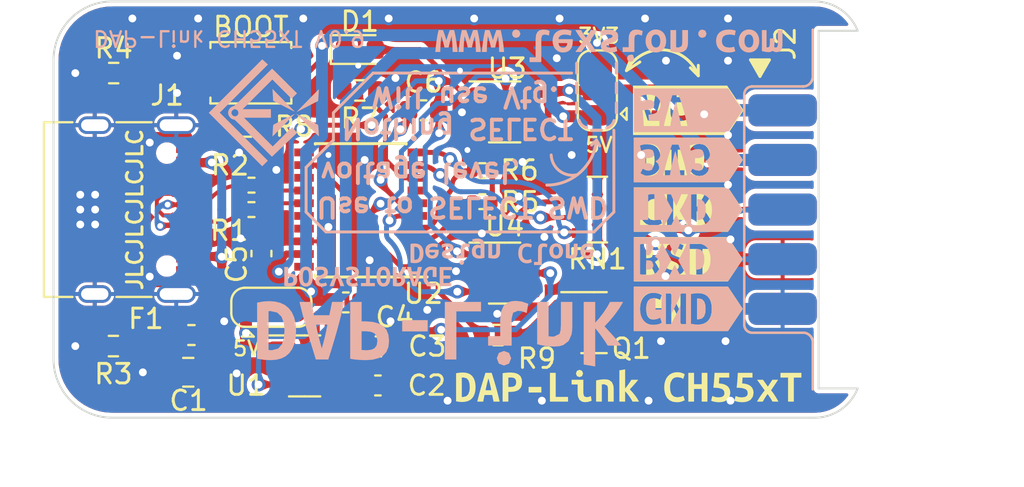
<source format=kicad_pcb>
(kicad_pcb (version 20211014) (generator pcbnew)
  (title_block (title "DAP_Link_CH55xT") (rev "0.9") (company "lexsion.net"))
  (layers (0 "F.Cu" signal) (31 "B.Cu" signal) (34 "B.Paste" user) (35 "F.Paste" user) (36 "B.SilkS" user "B.Silkscreen") (37 "F.SilkS" user "F.Silkscreen") (38 "B.Mask" user) (39 "F.Mask" user) (44 "Edge.Cuts" user))
  (net 0 "")
  (net 1 "+5V")
  (net 2 "GND")
  (net 3 "Net-(C2-Pad1)")
  (net 4 "+3V3")
  (net 5 "VCC")
  (net 6 "Net-(C6-Pad1)")
  (net 7 "Net-(D1-Pad1)")
  (net 8 "Net-(F1-Pad2)")
  (net 9 "Net-(J1-PadA5)")
  (net 10 "Net-(J1-PadA6)")
  (net 11 "Net-(J1-PadA7)")
  (net 13 "Net-(J1-PadB5)")
  (net 15 "Net-(J2-Pad8)")
  (net 16 "Net-(J2-Pad6)")
  (net 17 "/V_{Target}")
  (net 18 "/T_RST")
  (net 19 "Net-(J2-Pad5)")
  (net 20 "Net-(J2-Pad3)")
  (net 21 "Net-(Q1-Pad1)")
  (net 22 "/USB_DM")
  (net 23 "/USB_DP")
  (net 24 "/SWD")
  (net 25 "Net-(R5-Pad2)")
  (net 26 "Net-(R6-Pad2)")
  (net 27 "/P11")
  (net 28 "Net-(R8-Pad2)")
  (net 29 "/P14")
  (net 30 "/SWDIO")
  (net 31 "/SWCLK")
  (net 32 "/TXD")
  (net 33 "/RXD")
  (net 34 "/P32")
  (net 35 "/SCK")
  (net 38 "/P34")
  (footprint "Resistor_SMD:R_0402_1005Metric" (layer "F.Cu") (at 109.741 61.4366 180)
    (fp_text reference "R6")
    (fp_text value "0R")
  )
  (footprint "Capacitor_SMD:C_0603_1608Metric" (layer "F.Cu") (at 98.44 65.68 90)
    (fp_text reference "C5")
    (fp_text value "104")
  )
  (footprint "Capacitor_SMD:C_0805_2012Metric" (layer "F.Cu") (at 94.696 71.755 180)
    (fp_text reference "C1")
    (fp_text value "105")
  )
  (footprint "Connector_USB:USB_C_Receptacle_Palconn_UTC16-G" (layer "F.Cu") (at 92.15 63.43 -90)
    (fp_text reference "J1")
    (fp_text value "USB_C_Receptacle_USB2.0")
  )
  (footprint "Capacitor_SMD:C_0603_1608Metric" (layer "F.Cu") (at 102.758 68.18 180)
    (fp_text reference "C4")
    (fp_text value "104")
  )
  (footprint "Package_TO_SOT_SMD:SOT-23-5" (layer "F.Cu") (at 100.65 71.43)
    (fp_text reference "U1")
    (fp_text value "SPX3819M5-L-3-3")
  )
  (footprint "Package_SO:SSOP-20_4.4x6.5mm_P0.65mm" (layer "F.Cu") (at 103.52 63.43 180)
    (fp_text reference "U2")
    (fp_text value "CH55xT")
  )
  (footprint "Resistor_SMD:R_0402_1005Metric" (layer "F.Cu") (at 97.932 62.18)
    (fp_text reference "R2")
    (fp_text value "22R")
  )
  (footprint "Capacitor_SMD:C_0603_1608Metric" (layer "F.Cu") (at 106.74 58.35)
    (fp_text reference "C6")
    (fp_text value "104")
  )
  (footprint "Resistor_SMD:R_0603_1608Metric" (layer "F.Cu") (at 90.865 70.415 180)
    (fp_text reference "R3")
    (fp_text value "5.1k")
  )
  (footprint "Button_Switch_SMD:SW_Push_SPST_NO_Alps_SKRK" (layer "F.Cu") (at 97.9 56.43 180)
    (fp_text reference "SW1" hide)
    (fp_text value "SW_Push")
  )
  (footprint "kibuzzard-620E0A96" (layer "F.Cu") (at 120.284 65.97)
    (fp_text reference "kibuzzard-620E0A96" hide)
    (fp_text value "G***" hide)
  )
  (footprint "Package_TO_SOT_SMD:SOT-23" (layer "F.Cu") (at 115.458 69.215)
    (fp_text reference "Q1")
    (fp_text value "8050")
  )
  (footprint "kibuzzard-620E09F5" (layer "F.Cu") (at 120.284 60.89)
    (fp_text reference "kibuzzard-620E09F5" hide)
    (fp_text value "G***" hide)
  )
  (footprint "kibuzzard-620E6B95" (layer "F.Cu") (at 117.236 72.447)
    (fp_text reference "kibuzzard-620E6B95" hide)
    (fp_text value "G***" hide)
  )
  (footprint "kibuzzard-620E0A67" (layer "F.Cu") (at 120.284 63.43)
    (fp_text reference "kibuzzard-620E0A67" hide)
    (fp_text value "G***" hide)
  )
  (footprint "Jumper:SolderJumper-3_P1.3mm_Open_RoundedPad1.0x1.5mm" (layer "F.Cu") (at 115.629995 57.334 90)
    (fp_text reference "JP2" hide)
    (fp_text value "VTarget SW")
  )
  (footprint "Package_TO_SOT_SMD:SOT-23-6" (layer "F.Cu") (at 110.886 58.43)
    (fp_text reference "U3")
    (fp_text value "SN74LVC1T45DBV")
  )
  (footprint "Capacitor_SMD:C_0603_1608Metric" (layer "F.Cu") (at 104.425 70.43)
    (fp_text reference "C3")
    (fp_text value "105")
  )
  (footprint "Resistor_SMD:R_0603_1608Metric" (layer "F.Cu") (at 90.88 56.445 180)
    (fp_text reference "R4")
    (fp_text value "5.1k")
  )
  (footprint "Resistor_SMD:R_0603_1608Metric" (layer "F.Cu") (at 110.55 69.85 180)
    (fp_text reference "R9")
    (fp_text value "1K")
  )
  (footprint "Resistor_SMD:R_0603_1608Metric" (layer "F.Cu") (at 103.475 57.334 180)
    (fp_text reference "R7")
    (fp_text value "1k")
  )
  (footprint "Lex_Conn:Link_JTAG_10Pin" (layer "F.Cu") (at 127.65 63.43 -90)
    (fp_text reference "J2")
    (fp_text value "JTAG+UART")
  )
  (footprint "Capacitor_SMD:C_0603_1608Metric" (layer "F.Cu") (at 104.4 72.43)
    (fp_text reference "C2")
    (fp_text value "103")
  )
  (footprint "Package_TO_SOT_SMD:SOT-23-6" (layer "F.Cu") (at 110.886 66.68)
    (fp_text reference "U4")
    (fp_text value "SN74LVC1T45DBV")
  )
  (footprint "LED_SMD:LED_0603_1608Metric" (layer "F.Cu") (at 103.475 55.24)
    (fp_text reference "D1")
    (fp_text value "LED")
  )
  (footprint "Resistor_SMD:R_0402_1005Metric" (layer "F.Cu") (at 109.743 63.0236 180)
    (fp_text reference "R5")
    (fp_text value "0R")
  )
  (footprint "kibuzzard-620E0A42" (layer "F.Cu") (at 120.284 58.35)
    (fp_text reference "kibuzzard-620E0A42" hide)
    (fp_text value "G***" hide)
  )
  (footprint "Resistor_SMD:R_Array_Convex_4x0603" (layer "F.Cu") (at 115.63 63.43)
    (fp_text reference "RN1")
    (fp_text value "22R")
  )
  (footprint "Jumper:SolderJumper-3_P1.3mm_Open_RoundedPad1.0x1.5mm" (layer "F.Cu") (at 98.948 68.43)
    (fp_text reference "JP1" hide)
    (fp_text value "VMCU SW")
  )
  (footprint "Resistor_SMD:R_0402_1005Metric" (layer "F.Cu") (at 97.93 63.43)
    (fp_text reference "R1")
    (fp_text value "22R")
  )
  (footprint "Resistor_SMD:R_0603_1608Metric" (layer "F.Cu") (at 97.678 59.18 180)
    (fp_text reference "R8")
    (fp_text value "10k")
  )
  (footprint "Fuse:Fuse_0603_1608Metric" (layer "F.Cu") (at 94.8585 69.85 180)
    (fp_text reference "F1")
    (fp_text value "Polyfuse")
  )
  (footprint "kibuzzard-620E0A89" (layer "F.Cu") (at 120.284 68.51)
    (fp_text reference "kibuzzard-620E0A89" hide)
    (fp_text value "G***" hide)
  )
  (footprint "kibuzzard-620E7763" (layer "B.Cu") (at 103.901 66.859)
    (fp_text reference "kibuzzard-620E7763" hide)
    (fp_text value "G***" hide)
  )
  (footprint "kibuzzard-620E0C75" (layer "B.Cu") (at 120.284 65.97)
    (fp_text reference "kibuzzard-620E0C75" hide)
    (fp_text value "G***" hide)
  )
  (footprint "Lex_LOGO:LexsionFish" (layer "B.Cu") (at 98.567 58.477)
    (fp_text reference "G***" hide)
    (fp_text value "LOGO" hide)
  )
  (footprint "kibuzzard-620E6DC2" (layer "B.Cu") (at 107.584 69.78)
    (fp_text reference "kibuzzard-620E6DC2" hide)
    (fp_text value "G***" hide)
  )
  (footprint "kibuzzard-620E78D0" (layer "B.Cu") (at 110.759 65.589)
    (fp_text reference "kibuzzard-620E78D0" hide)
    (fp_text value "G***" hide)
  )
  (footprint "kibuzzard-620E7650" (layer "B.Cu") (at 116.22 55.048)
    (fp_text reference "kibuzzard-620E7650" hide)
    (fp_text value "G***" hide)
  )
  (footprint "kibuzzard-620E0C82" (layer "B.Cu") (at 120.284 68.51)
    (fp_text reference "kibuzzard-620E0C82" hide)
    (fp_text value "G***" hide)
  )
  (footprint "kibuzzard-620E0C5F" (layer "B.Cu") (at 120.284 63.43)
    (fp_text reference "kibuzzard-620E0C5F" hide)
    (fp_text value "G***" hide)
  )
  (footprint "kibuzzard-620E0B10" (layer "B.Cu") (at 120.284 58.35)
    (fp_text reference "kibuzzard-620E0B10" hide)
    (fp_text value "G***" hide)
  )
  (footprint "kibuzzard-620E0C39" (layer "B.Cu") (at 120.284 60.89)
    (fp_text reference "kibuzzard-620E0C39" hide)
    (fp_text value "G***" hide)
  )
  (gr_line (start 116.601 57.969) (end 116.601 58.477) (layer "B.SilkS") (width 0.15))
  (gr_line (start 100.726 63.557) (end 101.742 64.573) (layer "B.SilkS") (width 0.15))
  (gr_line (start 114.315 56.445) (end 104.155 56.445) (layer "B.SilkS") (width 0.15))
  (gr_line (start 104.155 56.445) (end 102.123 58.477) (layer "B.SilkS") (width 0.15))
  (gr_arc (start 115.077 59.239) (mid 114.835601 59.099399) (end 114.696 58.858) (layer "B.SilkS") (width 0.15))
  (gr_line (start 102.123 59.874) (end 100.726 61.271) (layer "B.SilkS") (width 0.15))
  (gr_line (start 115.585 59.874) (end 115.331 60.128) (layer "B.SilkS") (width 0.15))
  (gr_arc (start 115.585 59.874) (mid 114.75926 61.515438) (end 113.045 62.176858) (layer "B.SilkS") (width 0.15))
  (gr_line (start 115.458 64.573) (end 116.474 63.557) (layer "B.SilkS") (width 0.15))
  (gr_line (start 116.601 56.953) (end 116.601 57.461) (layer "B.SilkS") (width 0.15))
  (gr_line (start 114.569 56.953) (end 114.569 57.461) (layer "B.SilkS") (width 0.15))
  (gr_arc (start 116.487545 58.871544) (mid 116.347944 59.112943) (end 116.106545 59.252544) (layer "B.SilkS") (width 0.15))
  (gr_line (start 115.585 59.874) (end 115.755266 60.173886) (layer "B.SilkS") (width 0.15))
  (gr_line (start 114.569 57.969) (end 114.569 58.477) (layer "B.SilkS") (width 0.15))
  (gr_line (start 102.123 58.477) (end 102.123 59.874) (layer "B.SilkS") (width 0.15))
  (gr_line (start 116.601 55.937) (end 116.601 56.445) (layer "B.SilkS") (width 0.15))
  (gr_arc (start 114.569 61.652) (mid 113.685217 61.442611) (end 113.267732 60.636) (layer "B.SilkS") (width 0.15))
  (gr_line (start 114.569 55.937) (end 114.569 56.445) (layer "B.SilkS") (width 0.15))
  (gr_line (start 115.331 59.366) (end 115.839 59.366) (layer "B.SilkS") (width 0.15))
  (gr_line (start 101.742 64.573) (end 115.458 64.573) (layer "B.SilkS") (width 0.15))
  (gr_line (start 116.474 63.557) (end 116.474 59.366) (layer "B.SilkS") (width 0.15))
  (gr_line (start 100.726 61.271) (end 100.726 63.557) (layer "B.SilkS") (width 0.15))
  (gr_line (start 117.116 56.321) (end 117.391 55.58) (layer "F.SilkS") (width 0.15))
  (gr_line (start 117.116 56.321) (end 117.805303 55.87549) (layer "F.SilkS") (width 0.15))
  (gr_arc (start 117.137 56.3) (mid 119.056174 55.259628) (end 120.794628 56.58) (layer "F.SilkS") (width 0.15))
  (gr_line (start 120.794628 56.58) (end 120.794628 56.046) (layer "F.SilkS") (width 0.15))
  (gr_line (start 120.794628 56.58) (end 120.387628 56.173) (layer "F.SilkS") (width 0.15))
  (gr_line (start 94.55 74.08) (end 90.8 74.08) (layer "Edge.Cuts") (width 0.1))
  (gr_line (start 87.8 70.78) (end 87.8 71.08) (layer "Edge.Cuts") (width 0.1))
  (gr_line (start 126.95 72.58) (end 126.95 54.28) (layer "Edge.Cuts") (width 0.1))
  (gr_line (start 87.8 55.78) (end 87.8 70.78) (layer "Edge.Cuts") (width 0.1))
  (gr_line (start 128.95 72.58) (end 126.95 72.58) (layer "Edge.Cuts") (width 0.1))
  (gr_arc (start 90.8 74.08) (mid 88.67868 73.20132) (end 87.8 71.08) (layer "Edge.Cuts") (width 0.1))
  (gr_line (start 94.55 52.78) (end 90.8 52.78) (layer "Edge.Cuts") (width 0.1))
  (gr_line (start 126.75 52.78) (end 123.15 52.78) (layer "Edge.Cuts") (width 0.1))
  (gr_arc (start 128.95 72.58) (mid 128.081353 73.669317) (end 126.75 74.08) (layer "Edge.Cuts") (width 0.1))
  (gr_line (start 123.15 52.78) (end 94.55 52.78) (layer "Edge.Cuts") (width 0.1))
  (gr_arc (start 126.75 52.78) (mid 128.081353 53.190683) (end 128.95 54.28) (layer "Edge.Cuts") (width 0.1))
  (gr_line (start 126.95 54.28) (end 128.95 54.28) (layer "Edge.Cuts") (width 0.1))
  (gr_line (start 94.55 74.08) (end 126.75 74.08) (layer "Edge.Cuts") (width 0.1))
  (gr_arc (start 87.8 55.78) (mid 88.67868 53.65868) (end 90.8 52.78) (layer "Edge.Cuts") (width 0.1))
  (gr_text "voltage level," (at 106.568 61.525 -180) (layer "B.SilkS") (effects (font (size 1 1) (thickness 0.2)) (justify mirror)))
  (gr_text "Nothing SELECT \nWill use Vtg." (at 108.854 58.477 -180) (layer "B.SilkS") (effects (font (size 1 1) (thickness 0.2)) (justify mirror)))
  (gr_text "Use to SELECT SWD" (at 108.727 63.303 -180) (layer "B.SilkS") (effects (font (size 1 1) (thickness 0.2)) (justify mirror)))
  (gr_text "DAP-Link CH55xT V${REVISION}" (at 96.789 54.667 180) (layer "B.SilkS") (effects (font (size 0.8 0.8) (thickness 0.12)) (justify mirror)))
  (gr_text "5V" (at 115.712 60.128) (layer "F.SilkS") (effects (font (size 0.762 0.762) (thickness 0.127))))
  (gr_text "JLCJLCJLCJLC" (at 91.963 63.43 90) (layer "F.SilkS") (effects (font (size 0.8 0.8))))
  (gr_text "5V" (at 97.678011 70.541998) (layer "F.SilkS") (effects (font (size 0.762 0.762) (thickness 0.127))))
  (gr_text "3V3" (at 115.712011 54.54) (layer "F.SilkS") (effects (font (size 0.762 0.762) (thickness 0.127))))
  (gr_text "BOOT" (at 97.9 54.08) (layer "F.SilkS") (effects (font (size 1 1))))
  (segment (start 96.281 70.669) (end 95.773 70.669) (width 0.4572) (layer "F.Cu") (net 1))
  (segment (start 95.646 69.85) (end 95.646 70.542) (width 0.4572) (layer "F.Cu") (net 1))
  (segment (start 95.773 70.669) (end 95.646 70.542) (width 0.4572) (layer "F.Cu") (net 1))
  (segment (start 99.5125 72.38) (end 98.297922 72.38) (width 0.254) (layer "F.Cu") (net 1))
  (segment (start 115.609195 58.6548) (end 115.629995 58.634) (width 0.6096) (layer "F.Cu") (net 1))
  (segment (start 97.648 69.75) (end 97.648 70.288) (width 0.6096) (layer "F.Cu") (net 1))
  (segment (start 113.8832 58.6548) (end 115.609195 58.6548) (width 0.6096) (layer "F.Cu") (net 1))
  (segment (start 95.646 70.796) (end 95.646 71.755) (width 0.4572) (layer "F.Cu") (net 1))
  (segment (start 96.47 70.48) (end 96.281 70.669) (width 0.4572) (layer "F.Cu") (net 1))
  (segment (start 97.612987 70.479996) (end 96.469987 70.479996) (width 0.508) (layer "F.Cu") (net 1))
  (segment (start 98.297922 72.38) (end 98.292044 72.385878) (width 0.254) (layer "F.Cu") (net 1))
  (segment (start 95.646 70.542) (end 95.646 70.796) (width 0.4572) (layer "F.Cu") (net 1))
  (segment (start 121.0968 58.5532) (end 120.9952 58.6548) (width 0.6096) (layer "F.Cu") (net 1))
  (segment (start 99.512501 70.479996) (end 97.612987 70.479996) (width 0.508) (layer "F.Cu") (net 1))
  (segment (start 115.650795 58.6548) (end 115.629995 58.634) (width 0.6096) (layer "F.Cu") (net 1))
  (segment (start 97.648 68.43) (end 97.648 69.75) (width 0.6096) (layer "F.Cu") (net 1))
  (segment (start 120.9952 58.6548) (end 115.650795 58.6548) (width 0.6096) (layer "F.Cu") (net 1))
  (via (at 98.292044 72.385878) (size 0.7) (drill 0.4) (layers "F.Cu" "B.Cu") (net 1))
  (via (at 121.0968 58.5532) (size 0.7) (drill 0.4) (layers "F.Cu" "B.Cu") (net 1))
  (via (at 97.648 69.75) (size 0.7) (drill 0.4) (layers "F.Cu" "B.Cu") (net 1))
  (via (at 113.8832 58.6548) (size 0.7) (drill 0.4) (layers "F.Cu" "B.Cu") (net 1))
  (segment (start 125.11 58.35) (end 121.3 58.35) (width 0.6096) (layer "B.Cu") (net 1))
  (segment (start 98.292044 72.385878) (end 98.292044 70.394044) (width 0.254) (layer "B.Cu") (net 1))
  (segment (start 105.298 55.429) (end 111.8258 55.429) (width 0.6096) (layer "B.Cu") (net 1))
  (segment (start 102.758 67.5448) (end 102.758 57.969) (width 0.6096) (layer "B.Cu") (net 1))
  (segment (start 121.3 58.35) (end 121.0968 58.5532) (width 0.6096) (layer "B.Cu") (net 1))
  (segment (start 113.2736 58.0452) (end 113.8832 58.6548) (width 0.6096) (layer "B.Cu") (net 1))
  (segment (start 111.8258 55.429) (end 113.2736 56.8768) (width 0.6096) (layer "B.Cu") (net 1))
  (segment (start 100.5528 69.75) (end 102.758 67.5448) (width 0.6096) (layer "B.Cu") (net 1))
  (segment (start 97.648 69.75) (end 100.5528 69.75) (width 0.6096) (layer "B.Cu") (net 1))
  (segment (start 98.292044 70.394044) (end 97.648 69.75) (width 0.254) (layer "B.Cu") (net 1))
  (segment (start 102.758 57.969) (end 105.298 55.429) (width 0.6096) (layer "B.Cu") (net 1))
  (segment (start 113.2736 56.8768) (end 113.2736 58.0452) (width 0.6096) (layer "B.Cu") (net 1))
  (segment (start 94.66 59.69) (end 94.08 59.11) (width 0.4572) (layer "F.Cu") (net 2))
  (segment (start 92.725 66.859) (end 93.036 67.17) (width 0.4572) (layer "F.Cu") (net 2))
  (segment (start 94.66 66.63) (end 94.66 67.17) (width 0.4572) (layer "F.Cu") (net 2))
  (segment (start 97.17 71.812) (end 97.17 72.701) (width 0.4572) (layer "F.Cu") (net 2))
  (segment (start 105.175 70.455) (end 105.2 70.43) (width 0.4572) (layer "F.Cu") (net 2))
  (segment (start 97.3732 64.9032) (end 97.375 64.905) (width 0.4572) (layer "F.Cu") (net 2))
  (segment (start 92.852 73.209) (end 92.371459 72.728459) (width 0.4572) (layer "F.Cu") (net 2))
  (segment (start 109.7176 64.6492) (end 111.6099 62.7569) (width 0.3556) (layer "F.Cu") (net 2))
  (segment (start 94.66 60.23) (end 94.66 59.69) (width 0.4572) (layer "F.Cu") (net 2))
  (segment (start 108.3968 66.5796) (end 108.4972 66.68) (width 0.254) (layer "F.Cu") (net 2))
  (segment (start 103.533 68.18) (end 104.333 68.18) (width 0.4572) (layer "F.Cu") (net 2))
  (segment (start 94.66 67.17) (end 94.08 67.75) (width 0.4572) (layer "F.Cu") (net 2))
  (segment (start 111.6694 71.435) (end 112.9394 70.165) (width 0.4572) (layer "F.Cu") (net 2))
  (segment (start 119.9792 65.97) (end 125.11 65.97) (width 0.6096) (layer "F.Cu") (net 2))
  (segment (start 105.175 71.435) (end 107.707 71.435) (width 0.4572) (layer "F.Cu") (net 2))
  (segment (start 97.552 71.43) (end 97.17 71.812) (width 0.4572) (layer "F.Cu") (net 2))
  (segment (start 110.0946 71.435) (end 111.6694 71.435) (width 0.4572) (layer "F.Cu") (net 2))
  (segment (start 119.1156 66.8336) (end 119.9792 65.97) (width 0.6096) (layer "F.Cu") (net 2))
  (segment (start 88.915 70.415) (end 90.04 70.415) (width 0.4572) (layer "F.Cu") (net 2))
  (segment (start 93.74401 71.75699) (end 93.746 71.755) (width 0.4572) (layer "F.Cu") (net 2))
  (segment (start 111.8004 62.5664) (end 111.8004 60.9916) (width 0.3556) (layer "F.Cu") (net 2))
  (segment (start 105.175 71.435) (end 105.175 70.455) (width 0.4572) (layer "F.Cu") (net 2))
  (segment (start 108.7232 58.43) (end 108.7016 58.4516) (width 0.3556) (layer "F.Cu") (net 2))
  (segment (start 93.036 67.17) (end 94.66 67.17) (width 0.4572) (layer "F.Cu") (net 2))
  (segment (start 97.375 64.905) (end 98.44 64.905) (width 0.4572) (layer "F.Cu") (net 2))
  (segment (start 112.9394 70.165) (end 114.5205 70.165) (width 0.4572) (layer "F.Cu") (net 2))
  (segment (start 92.371459 71.75699) (end 93.74401 71.75699) (width 0.4572) (layer "F.Cu") (net 2))
  (segment (start 105.175 72.43) (end 105.175 71.435) (width 0.4572) (layer "F.Cu") (net 2))
  (segment (start 100.62 65.055) (end 99.684 65.055) (width 0.3556) (layer "F.Cu") (net 2))
  (segment (start 96.662 73.209) (end 92.852 73.209) (width 0.4572) (layer "F.Cu") (net 2))
  (segment (start 92.371459 72.728459) (end 92.371459 71.75699) (width 0.4572) (layer "F.Cu") (net 2))
  (segment (start 92.725 60.001) (end 93.036 59.69) (width 0.4572) (layer "F.Cu") (net 2))
  (segment (start 88.915 56.445) (end 90.055 56.445) (width 0.4572) (layer "F.Cu") (net 2))
  (segment (start 109.7485 58.43) (end 108.7232 58.43) (width 0.3556) (layer "F.Cu") (net 2))
  (segment (start 105.2 69.047) (end 105.2 70.43) (width 0.4572) (layer "F.Cu") (net 2))
  (segment (start 99.534 64.905) (end 98.44 64.905) (width 0.3556) (layer "F.Cu") (net 2))
  (segment (start 111.6099 62.7569) (end 111.8004 62.5664) (width 0.3556) (layer "F.Cu") (net 2))
  (segment (start 108.4972 66.68) (end 109.7485 66.68) (width 0.254) (layer "F.Cu") (net 2))
  (segment (start 104.333 68.18) (end 105.2 69.047) (width 0.4572) (layer "F.Cu") (net 2))
  (segment (start 107.707 71.435) (end 110.0946 71.435) (width 0.4572) (layer "F.Cu") (net 2))
  (segment (start 97.17 72.701) (end 96.662 73.209) (width 0.4572) (layer "F.Cu") (net 2))
  (segment (start 99.684 65.055) (end 99.534 64.905) (width 0.3556) (layer "F.Cu") (net 2))
  (segment (start 93.036 59.69) (end 94.66 59.69) (width 0.4572) (layer "F.Cu") (net 2))
  (segment (start 99.5125 71.43) (end 97.552 71.43) (width 0.4572) (layer "F.Cu") (net 2))
  (via (at 119.141 55.81) (size 0.7) (drill 0.4) (layers "F.Cu" "B.Cu") (net 2))
  (via (at 117.871 60.636) (size 0.7) (drill 0.4) (layers "F.Cu" "B.Cu") (net 2))
  (via (at 122.316 62.16) (size 0.7) (drill 0.4) (layers "F.Cu" "B.Cu") (net 2))
  (via (at 97.17 71.812) (size 0.7) (drill 0.4) (layers "F.Cu" "B.Cu") (net 2))
  (via (at 100.580856 53.651) (size 0.7) (drill 0.4) (layers "F.Cu" "B.Cu") (net 2))
  (via (at 108.7016 58.4516) (size 0.7) (drill 0.4) (layers "F.Cu" "B.Cu") (net 2))
  (via (at 118.252 73.209) (size 0.7) (drill 0.4) (layers "F.Cu" "B.Cu") (net 2))
  (via (at 99.202 61.398) (size 0.7) (drill 0.4) (layers "F.Cu" "B.Cu") (net 2))
  (via (at 89.931 63.43) (size 0.7) (drill 0.4) (layers "F.Cu" "B.Cu") (net 2))
  (via (at 122.443 64.954) (size 0.7) (drill 0.4) (layers "F.Cu" "B.Cu") (net 2))
  (via (at 112.918 64.827) (size 0.7) (drill 0.4) (layers "F.Cu" "B.Cu") (net 2))
  (via (at 108.981 60.382) (size 0.6) (drill 0.3) (layers "F.Cu" "B.Cu") (net 2))
  (via (at 103.393 56.064) (size 0.6) (drill 0.3) (layers "F.Cu" "B.Cu") (net 2))
  (via (at 88.915 56.445) (size 0.7) (drill 0.4) (layers "F.Cu" "B.Cu") (net 2))
  (via (at 108.3968 66.5796) (size 0.7) (drill 0.4) (layers "F.Cu" "B.Cu") (net 2))
  (via (at 94.122 57.461) (size 0.7) (drill 0.4) (layers "F.Cu" "B.Cu") (net 2))
  (via (at 89.169 64.192) (size 0.7) (drill 0.4) (layers "F.Cu" "B.Cu") (net 2))
  (via (at 118.070568 53.651) (size 0.7) (drill 0.4) (layers "F.Cu" "B.Cu") (net 2))
  (via (at 122.316 53.651) (size 0.7) (drill 0.4) (layers "F.Cu" "B.Cu") (net 2))
  (via (at 111.8004 60.9916) (size 0.7) (drill 0.4) (layers "F.Cu" "B.Cu") (net 2))
  (via (at 113.69814 53.651) (size 0.7) (drill 0.4) (layers "F.Cu" "B.Cu") (net 2))
  (via (at 88.915 70.415) (size 0.7) (drill 0.4) (layers "F.Cu" "B.Cu") (net 2))
  (via (at 105.044 69.145) (size 0.7) (drill 0.4) (layers "F.Cu" "B.Cu") (net 2))
  (via (at 101.869 60.636) (size 0.6) (drill 0.3) (layers "F.Cu" "B.Cu") (net 2))
  (via (at 97.297 60.509) (size 0.7) (drill 0.4) (layers "F.Cu" "B.Cu") (net 2))
  (via (at 92.725 60.001) (size 0.7) (drill 0.4) (layers "F.Cu" "B.Cu") (net 2))
  (via (at 109.7176 64.6492) (size 0.7) (drill 0.4) (layers "F.Cu" "B.Cu") (net 2))
  (via (at 112.791 73.209) (size 0.7) (drill 0.4) (layers "F.Cu" "B.Cu") (net 2))
  (via (at 111.6099 62.7569) (size 0.7) (drill 0.4) (layers "F.Cu" "B.Cu") (net 2))
  (via (at 92.725 66.859) (size 0.7) (drill 0.4) (layers "F.Cu" "B.Cu") (net 2))
  (via (at 118.887 70.161) (size 0.7) (drill 0.4) (layers "F.Cu" "B.Cu") (net 2))
  (via (at 89.168999 62.668) (size 0.7) (drill 0.4) (layers "F.Cu" "B.Cu") (net 2))
  (via (at 103.7232 60.89) (size 0.7) (drill 0.4) (layers "F.Cu" "B.Cu") (net 2))
  (via (at 89.931 64.192) (size 0.7) (drill 0.4) (layers "F.Cu" "B.Cu") (net 2))
  (via (at 89.169 63.43) (size 0.7) (drill 0.4) (layers "F.Cu" "B.Cu") (net 2))
  (via (at 105.298 56.699) (size 0.7) (drill 0.4) (layers "F.Cu" "B.Cu") (net 2))
  (via (at 101.869 64.319) (size 0.7) (drill 0.4) (layers "F.Cu" "B.Cu") (net 2))
  (via (at 95.2 53.651) (size 0.7) (drill 0.4) (layers "F.Cu" "B.Cu") (net 2))
  (via (at 91.836 53.651) (size 0.7) (drill 0.4) (layers "F.Cu" "B.Cu") (net 2))
  (via (at 104.953284 53.651) (size 0.7) (drill 0.4) (layers "F.Cu" "B.Cu") (net 2))
  (via (at 106.9236 68.5608) (size 0.7) (drill 0.4) (layers "F.Cu" "B.Cu") (net 2))
  (via (at 113.553 55.683) (size 0.7) (drill 0.4) (layers "F.Cu" "B.Cu") (net 2))
  (via (at 103.9772 66.0208) (size 0.7) (drill 0.4) (layers "F.Cu" "B.Cu") (net 2))
  (via (at 96.535 69.145) (size 0.7) (drill 0.4) (layers "F.Cu" "B.Cu") (net 2))
  (via (at 94.122 55.556) (size 0.7) (drill 0.4) (layers "F.Cu" "B.Cu") (net 2))
  (via (at 108.6 56.318) (size 0.6) (drill 0.3) (layers "F.Cu" "B.Cu") (net 2))
  (via (at 109.325712 53.651) (size 0.7) (drill 0.4) (layers "F.Cu" "B.Cu") (net 2))
  (via (at 114.315 60.636) (size 0.7) (drill 0.4) (layers "F.Cu" "B.Cu") (net 2))
  (via (at 119.1156 66.8336) (size 0.7) (drill 0.4) (layers "F.Cu" "B.Cu") (net 2))
  (via (at 92.371459 71.75699) (size 0.7) (drill 0.4) (layers "F.Cu" "B.Cu") (net 2))
  (via (at 122.316 59.62) (size 0.7) (drill 0.4) (layers "F.Cu" "B.Cu") (net 2))
  (via (at 110.505 68.764) (size 0.7) (drill 0.4) (layers "F.Cu" "B.Cu") (net 2))
  (via (at 89.931 62.668) (size 0.7) (drill 0.4) (layers "F.Cu" "B.Cu") (net 2))
  (via (at 107.965 73.209) (size 0.7) (drill 0.4) (layers "F.Cu" "B.Cu") (net 2))
  (via (at 122.316 55.81) (size 0.7) (drill 0.4) (layers "F.Cu" "B.Cu") (net 2))
  (via (at 122.443 73.209) (size 0.7) (drill 0.4) (layers "F.Cu" "B.Cu") (net 2))
  (via (at 97.3732 64.9032) (size 0.7) (drill 0.4) (layers "F.Cu" "B.Cu") (net 2))
  (via (at 122.189 70.161) (size 0.7) (drill 0.4) (layers "F.Cu" "B.Cu") (net 2))
  (segment (start 97.17 71.812) (end 97.17 72.701) (width 0.6096) (layer "B.Cu") (net 2))
  (segment (start 110.9368 66.5288) (end 111.8004 65.6652) (width 0.6096) (layer "B.Cu") (net 2))
  (segment (start 106.4664 68.5608) (end 106.9236 68.5608) (width 0.6096) (layer "B.Cu") (net 2))
  (segment (start 91.074 70.415) (end 88.915 70.415) (width 0.4572) (layer "B.Cu") (net 2))
  (segment (start 109.6668 67.748) (end 109.6668 66.9352) (width 0.6096) (layer "B.Cu") (net 2))
  (segment (start 109.7176 64.6492) (end 109.7176 66.5288) (width 0.6096) (layer "B.Cu") (net 2))
  (segment (start 91.963 69.526) (end 91.074 70.415) (width 0.4572) (layer "B.Cu") (net 2))
  (segment (start 92.964121 67.098121) (end 92.725 66.859) (width 0.4572) (layer "B.Cu") (net 2))
  (segment (start 115.0516 66.8336) (end 119.1156 66.8336) (width 0.6096) (layer "B.Cu") (net 2))
  (segment (start 120.792 68.51) (end 125.11 68.51) (width 0.6096) (layer "B.Cu") (net 2))
  (segment (start 109.7176 66.5288) (end 109.7176 67.625358) (width 0.6096) (layer "B.Cu") (net 2))
  (segment (start 92.725 60.001) (end 92.55088 60.17512) (width 0.4572) (layer "B.Cu") (net 2))
  (segment (start 109.6668 66.9352) (end 109.3112 66.5796) (width 0.6096) (layer "B.Cu") (net 2))
  (segment (start 92.55088 66.68488) (end 92.725 66.859) (width 0.4572) (layer "B.Cu") (net 2))
  (segment (start 109.3112 66.5796) (end 108.3968 66.5796) (width 0.6096) (layer "B.Cu") (net 2))
  (segment (start 105.044 69.145) (end 105.8822 69.145) (width 0.6096) (layer "B.Cu") (net 2))
  (segment (start 111.2416 58.4516) (end 111.8004 59.0104) (width 0.6096) (layer "B.Cu") (net 2))
  (segment (start 100.726 71.304) (end 102.885 69.145) (width 0.6096) (layer "B.Cu") (net 2))
  (segment (start 97.17 71.812) (end 92.426469 71.812) (width 0.6096) (layer "B.Cu") (net 2))
  (segment (start 111.8004 59.0104) (end 111.8004 60.9916) (width 0.6096) (layer "B.Cu") (net 2))
  (segment (start 92.725 60.001) (end 92.725 58.096) (width 0.4572) (layer "B.Cu") (net 2))
  (segment (start 105.8822 69.145) (end 106.4664 68.5608) (width 0.6096) (layer "B.Cu") (net 2))
  (segment (start 108.854 68.5608) (end 109.6668 67.748) (width 0.6096) (layer "B.Cu") (net 2))
  (segment (start 111.8004 65.6652) (end 113.8832 65.6652) (width 0.6096) (layer "B.Cu") (net 2))
  (segment (start 99.932811 73.240189) (end 100.726 72.447) (width 0.6096) (layer "B.Cu") (net 2))
  (segment (start 108.7016 58.4516) (end 111.2416 58.4516) (width 0.6096) (layer "B.Cu") (net 2))
  (segment (start 119.1156 66.8336) (end 120.792 68.51) (width 0.6096) (layer "B.Cu") (net 2))
  (segment (start 102.885 69.145) (end 105.044 69.145) (width 0.6096) (layer "B.Cu") (net 2))
  (segment (start 113.8832 65.6652) (end 115.0516 66.8336) (width 0.6096) (layer "B.Cu") (net 2))
  (segment (start 92.598 70.161) (end 92.598 71.530449) (width 0.4572) (layer "B.Cu") (net 2))
  (segment (start 92.55088 60.17512) (end 92.55088 66.68488) (width 0.4572) (layer "B.Cu") (net 2))
  (segment (start 106.9236 68.5608) (end 108.854 68.5608) (width 0.6096) (layer "B.Cu") (net 2))
  (segment (start 97.17 72.701) (end 97.709189 73.240189) (width 0.6096) (layer "B.Cu") (net 2))
  (segment (start 100.726 72.447) (end 100.726 71.304) (width 0.6096) (layer "B.Cu") (net 2))
  (segment (start 92.725 68.764) (end 91.963 69.526) (width 0.4572) (layer "B.Cu") (net 2))
  (segment (start 109.7176 66.5288) (end 110.9368 66.5288) (width 0.6096) (layer "B.Cu") (net 2))
  (segment (start 92.725 58.096) (end 91.074 56.445) (width 0.4572) (layer "B.Cu") (net 2))
  (segment (start 96.253295 67.098121) (end 92.964121 67.098121) (width 0.4572) (layer "B.Cu") (net 2))
  (segment (start 92.426469 71.812) (end 92.371459 71.75699) (width 0.6096) (layer "B.Cu") (net 2))
  (segment (start 97.3732 65.978216) (end 96.253295 67.098121) (width 0.4572) (layer "B.Cu") (net 2))
  (segment (start 97.709189 73.240189) (end 99.932811 73.240189) (width 0.6096) (layer "B.Cu") (net 2))
  (segment (start 92.725 66.859) (end 92.725 68.764) (width 0.4572) (layer "B.Cu") (net 2))
  (segment (start 92.598 71.530449) (end 92.371459 71.75699) (width 0.4572) (layer "B.Cu") (net 2))
  (segment (start 91.074 56.445) (end 88.915 56.445) (width 0.4572) (layer "B.Cu") (net 2))
  (segment (start 97.3732 64.9032) (end 97.3732 65.978216) (width 0.4572) (layer "B.Cu") (net 2))
  (segment (start 91.963 69.526) (end 92.598 70.161) (width 0.4572) (layer "B.Cu") (net 2))
  (arc (start 109.7176 67.625358) (mid 109.704398 67.691731) (end 109.6668 67.748) (width 0.6096) (layer "B.Cu") (net 2))
  (segment (start 101.787503 72.379992) (end 103.575002 72.379992) (width 0.508) (layer "F.Cu") (net 3))
  (segment (start 103.575 72.38) (end 103.625 72.43) (width 0.4572) (layer "F.Cu") (net 3))
  (segment (start 100.62 66.711) (end 100.599 66.732) (width 0.3556) (layer "F.Cu") (net 4))
  (segment (start 101.983 70.2845) (end 101.7875 70.48) (width 0.6096) (layer "F.Cu") (net 4))
  (segment (start 101.983 68.18) (end 101.983 68.116) (width 0.3556) (layer "F.Cu") (net 4))
  (segment (start 115.6104 54.8956) (end 115.6104 56.014405) (width 0.6096) (layer "F.Cu") (net 4))
  (segment (start 101.787503 70.479996) (end 103.599996 70.479996) (width 0.508) (layer "F.Cu") (net 4))
  (segment (start 100.8172 56.43) (end 100 56.43) (width 0.254) (layer "F.Cu") (net 4))
  (segment (start 101.983 68.116) (end 100.599 66.732) (width 0.3556) (layer "F.Cu") (net 4))
  (segment (start 101.983 68.18) (end 101.983 70.2845) (width 0.6096) (layer "F.Cu") (net 4))
  (segment (start 100.62 66.355) (end 100.62 66.711) (width 0.3556) (layer "F.Cu") (net 4))
  (segment (start 101.056 68.18) (end 100.806 68.43) (width 0.3556) (layer "F.Cu") (net 4))
  (segment (start 100.248 67.083) (end 100.248 68.43) (width 0.3556) (layer "F.Cu") (net 4))
  (segment (start 101.5388 55.048) (end 101.5388 55.7084) (width 0.254) (layer "F.Cu") (net 4))
  (segment (start 101.5388 55.7084) (end 100.8172 56.43) (width 0.254) (layer "F.Cu") (net 4))
  (segment (start 100.599 66.732) (end 100.248 67.083) (width 0.3556) (layer "F.Cu") (net 4))
  (segment (start 100.806 68.43) (end 100.248 68.43) (width 0.3556) (layer "F.Cu") (net 4))
  (segment (start 103.6 70.48) (end 103.65 70.43) (width 0.4572) (layer "F.Cu") (net 4))
  (segment (start 115.6104 56.014405) (end 115.629995 56.034) (width 0.6096) (layer "F.Cu") (net 4))
  (segment (start 101.983 68.18) (end 101.056 68.18) (width 0.3556) (layer "F.Cu") (net 4))
  (via (at 101.5388 55.048) (size 0.7) (drill 0.4) (layers "F.Cu" "B.Cu") (net 4))
  (via (at 100.98 67.621) (size 0.7) (drill 0.4) (layers "F.Cu" "B.Cu") (net 4))
  (via (at 115.6104 54.8956) (size 0.7) (drill 0.4) (layers "F.Cu" "B.Cu") (net 4))
  (segment (start 101.5388 55.048) (end 102.081489 54.505311) (width 0.6096) (layer "B.Cu") (net 4))
  (segment (start 100.726 67.367) (end 100.98 67.621) (width 0.6096) (layer "B.Cu") (net 4))
  (segment (start 121.6048 60.89) (end 125.11 60.89) (width 0.6096) (layer "B.Cu") (net 4))
  (segment (start 115.6104 54.8956) (end 121.6048 60.89) (width 0.6096) (layer "B.Cu") (net 4))
  (segment (start 115.220111 54.505311) (end 115.6104 54.8956) (width 0.6096) (layer "B.Cu") (net 4))
  (segment (start 101.5388 55.048) (end 101.5388 59.6454) (width 0.6096) (layer "B.Cu") (net 4))
  (segment (start 101.5388 59.6454) (end 100.726 60.4582) (width 0.6096) (layer "B.Cu") (net 4))
  (segment (start 100.726 60.4582) (end 100.726 67.367) (width 0.6096) (layer "B.Cu") (net 4))
  (segment (start 102.081489 54.505311) (end 115.220111 54.505311) (width 0.6096) (layer "B.Cu") (net 4))
  (segment (start 100.6752 59.112) (end 104.0788 59.112) (width 0.254) (layer "F.Cu") (net 5))
  (segment (start 98.948 66.478) (end 98.948 67.24) (width 0.3556) (layer "F.Cu") (net 5))
  (segment (start 100.62 65.705) (end 99.721 65.705) (width 0.3556) (layer "F.Cu") (net 5))
  (segment (start 107.515 56.8442) (end 107.515 58.35) (width 0.254) (layer "F.Cu") (net 5))
  (segment (start 98.948 67.24) (end 98.948 68.43) (width 0.3556) (layer "F.Cu") (net 5))
  (segment (start 107.515 58.35) (end 107.515 59.474462) (width 0.254) (layer "F.Cu") (net 5))
  (segment (start 107.515 56.8442) (end 108.1102 56.8442) (width 0.254) (layer "F.Cu") (net 5))
  (segment (start 104.2625 55.24) (end 106.5568 55.24) (width 0.254) (layer "F.Cu") (net 5))
  (segment (start 99.721 65.705) (end 98.948 66.478) (width 0.3556) (layer "F.Cu") (net 5))
  (segment (start 107.515 56.1982) (end 107.515 56.8442) (width 0.254) (layer "F.Cu") (net 5))
  (segment (start 109.7345 65.716) (end 109.7485 65.73) (width 0.254) (layer "F.Cu") (net 5))
  (segment (start 108.1102 56.8442) (end 108.746 57.48) (width 0.254) (layer "F.Cu") (net 5))
  (segment (start 106.5568 55.24) (end 107.515 56.1982) (width 0.254) (layer "F.Cu") (net 5))
  (segment (start 108.6 65.716) (end 109.7345 65.716) (width 0.254) (layer "F.Cu") (net 5))
  (segment (start 108.746 57.48) (end 109.7485 57.48) (width 0.254) (layer "F.Cu") (net 5))
  (segment (start 108.4476 65.5636) (end 108.6 65.716) (width 0.254) (layer "F.Cu") (net 5))
  (segment (start 100.472 59.3152) (end 100.6752 59.112) (width 0.254) (layer "F.Cu") (net 5))
  (via (at 104.0788 59.112) (size 0.7) (drill 0.4) (layers "F.Cu" "B.Cu") (net 5))
  (via (at 99.329 66.605) (size 0.7) (drill 0.4) (layers "F.Cu" "B.Cu") (net 5))
  (via (at 107.515 56.8442) (size 0.7) (drill 0.4) (layers "F.Cu" "B.Cu") (net 5))
  (via (at 107.5332 59.5184) (size 0.7) (drill 0.4) (layers "F.Cu" "B.Cu") (net 5))
  (via (at 100.472 59.3152) (size 0.7) (drill 0.4) (layers "F.Cu" "B.Cu") (net 5))
  (via (at 108.4476 65.5636) (size 0.7) (drill 0.4) (layers "F.Cu" "B.Cu") (net 5))
  (arc (start 107.515 59.474462) (mid 107.51973 59.498241) (end 107.5332 59.5184) (width 0.254) (layer "F.Cu") (net 5))
  (segment (start 99.964 65.97) (end 99.329 66.605) (width 0.254) (layer "B.Cu") (net 5))
  (segment (start 99.964 59.8232) (end 99.964 65.97) (width 0.254) (layer "B.Cu") (net 5))
  (segment (start 108.4476 65.5636) (end 107.076 64.192) (width 0.254) (layer "B.Cu") (net 5))
  (segment (start 107.076 62.801374) (end 106.822 62.547374) (width 0.254) (layer "B.Cu") (net 5))
  (segment (start 100.472 59.3152) (end 99.964 59.8232) (width 0.254) (layer "B.Cu") (net 5))
  (segment (start 106.3466 56.8442) (end 107.515 56.8442) (width 0.254) (layer "B.Cu") (net 5))
  (segment (start 107.076 64.192) (end 107.076 62.801374) (width 0.254) (layer "B.Cu") (net 5))
  (segment (start 106.822 62.547374) (end 106.822 60.2296) (width 0.254) (layer "B.Cu") (net 5))
  (segment (start 106.822 60.2296) (end 107.5332 59.5184) (width 0.254) (layer "B.Cu") (net 5))
  (segment (start 104.0788 59.112) (end 106.3466 56.8442) (width 0.254) (layer "B.Cu") (net 5))
  (segment (start 105.965 58.9022) (end 105.552 59.3152) (width 0.254) (layer "F.Cu") (net 6))
  (segment (start 105.965 58.35) (end 105.965 58.9022) (width 0.254) (layer "F.Cu") (net 6))
  (segment (start 104.536 62.1092) (end 105.5318 63.105) (width 0.254) (layer "F.Cu") (net 6))
  (segment (start 104.536 61.906) (end 104.536 62.1092) (width 0.254) (layer "F.Cu") (net 6))
  (segment (start 105.5318 63.105) (end 106.42 63.105) (width 0.254) (layer "F.Cu") (net 6))
  (via (at 105.552 59.3152) (size 0.7) (drill 0.4) (layers "F.Cu" "B.Cu") (net 6))
  (via (at 104.536 61.906) (size 0.7) (drill 0.4) (layers "F.Cu" "B.Cu") (net 6))
  (segment (start 104.536 61.906) (end 104.536 60.3312) (width 0.254) (layer "B.Cu") (net 6))
  (segment (start 104.536 60.3312) (end 105.552 59.3152) (width 0.254) (layer "B.Cu") (net 6))
  (segment (start 102.65 55.2775) (end 102.6875 55.24) (width 0.254) (layer "F.Cu") (net 7))
  (segment (start 102.65 57.334) (end 102.65 55.2775) (width 0.254) (layer "F.Cu") (net 7))
  (segment (start 96.408 65.843) (end 96.408 67.875) (width 0.4572) (layer "F.Cu") (net 8))
  (segment (start 94.376 68.764) (end 94.071 69.069) (width 0.4572) (layer "F.Cu") (net 8))
  (segment (start 95.887 61.03) (end 95.9 61.017) (width 0.4572) (layer "F.Cu") (net 8))
  (segment (start 96.395 65.83) (end 94.66 65.83) (width 0.4572) (layer "F.Cu") (net 8))
  (segment (start 96.408 67.875) (end 95.519 68.764) (width 0.4572) (layer "F.Cu") (net 8))
  (segment (start 95.519 68.764) (end 94.376 68.764) (width 0.4572) (layer "F.Cu") (net 8))
  (segment (start 94.66 61.03) (end 95.887 61.03) (width 0.4572) (layer "F.Cu") (net 8))
  (segment (start 96.408 65.843) (end 96.395 65.83) (width 0.4572) (layer "F.Cu") (net 8))
  (segment (start 94.071 69.069) (end 94.071 69.85) (width 0.4572) (layer "F.Cu") (net 8))
  (via (at 95.9 61.017) (size 0.7) (drill 0.4) (layers "F.Cu" "B.Cu") (net 8))
  (via (at 96.408 65.843) (size 0.7) (drill 0.4) (layers "F.Cu" "B.Cu") (net 8))
  (segment (start 96.408 63.43) (end 96.408 61.525) (width 0.4572) (layer "B.Cu") (net 8))
  (segment (start 96.408 61.525) (end 95.9 61.017) (width 0.4572) (layer "B.Cu") (net 8))
  (segment (start 96.408 65.843) (end 96.408 63.43) (width 0.4572) (layer "B.Cu") (net 8))
  (segment (start 91.705 61.013) (end 91.705 56.445) (width 0.2032) (layer "F.Cu") (net 9))
  (segment (start 92.872 62.18) (end 91.705 61.013) (width 0.2032) (layer "F.Cu") (net 9))
  (segment (start 94.66 62.18) (end 92.872 62.18) (width 0.2032) (layer "F.Cu") (net 9))
  (segment (start 93.2584 64.2682) (end 93.739578 64.2682) (width 0.2032) (layer "F.Cu") (net 10))
  (segment (start 93.6434 63.18) (end 93.6394 63.176) (width 0.2032) (layer "F.Cu") (net 10))
  (segment (start 94.66 63.18) (end 94.970528 63.18) (width 0.2032) (layer "F.Cu") (net 10))
  (segment (start 94.66 63.18) (end 93.6434 63.18) (width 0.2032) (layer "F.Cu") (net 10))
  (segment (start 97.384741 62.18) (end 97.422 62.18) (width 0.2032) (layer "F.Cu") (net 10))
  (segment (start 93.827778 64.18) (end 94.66 64.18) (width 0.2032) (layer "F.Cu") (net 10))
  (segment (start 93.739578 64.2682) (end 93.827778 64.18) (width 0.2032) (layer "F.Cu") (net 10))
  (via (at 93.2584 64.2682) (size 0.5) (drill 0.3) (layers "F.Cu" "B.Cu") (net 10))
  (via (at 93.639411 63.175998) (size 0.5) (drill 0.3) (layers "F.Cu" "B.Cu") (net 10))
  (arc (start 95.9 62.795) (mid 96.581205 62.339833) (end 97.384741 62.18) (width 0.2032) (layer "F.Cu") (net 10))
  (arc (start 94.970528 63.18) (mid 95.473554 63.079942) (end 95.9 62.795) (width 0.2032) (layer "F.Cu") (net 10))
  (segment (start 93.2584 64.2682) (end 93.0806 64.0904) (width 0.2032) (layer "B.Cu") (net 10))
  (segment (start 93.0806 63.5062) (end 93.410802 63.175998) (width 0.2032) (layer "B.Cu") (net 10))
  (segment (start 93.410802 63.175998) (end 93.639411 63.175998) (width 0.2032) (layer "B.Cu") (net 10))
  (segment (start 93.0806 64.0904) (end 93.0806 63.5062) (width 0.2032) (layer "B.Cu") (net 10))
  (segment (start 93.0883 63.404277) (end 93.0883 62.947719) (width 0.2032) (layer "F.Cu") (net 11))
  (segment (start 93.922803 62.68) (end 94.66 62.68) (width 0.2032) (layer "F.Cu") (net 11))
  (segment (start 93.914799 63.68) (end 93.86769 63.727109) (width 0.2032) (layer "F.Cu") (net 11))
  (segment (start 94.66 63.68) (end 95.202739 63.68) (width 0.2032) (layer "F.Cu") (net 11))
  (segment (start 93.0883 62.947719) (end 93.411132 62.624887) (width 0.2032) (layer "F.Cu") (net 11))
  (segment (start 93.411132 63.727109) (end 93.0883 63.404277) (width 0.2032) (layer "F.Cu") (net 11))
  (segment (start 96.13221 64.065) (end 96.281 64.065) (width 0.2032) (layer "F.Cu") (net 11))
  (segment (start 93.86769 62.624887) (end 93.922803 62.68) (width 0.2032) (layer "F.Cu") (net 11))
  (segment (start 97.141382 63.708618) (end 97.42 63.43) (width 0.2032) (layer "F.Cu") (net 11))
  (segment (start 93.411132 62.624887) (end 93.86769 62.624887) (width 0.2032) (layer "F.Cu") (net 11))
  (segment (start 94.66 63.68) (end 93.914799 63.68) (width 0.2032) (layer "F.Cu") (net 11))
  (segment (start 93.86769 63.727109) (end 93.411132 63.727109) (width 0.2032) (layer "F.Cu") (net 11))
  (arc (start 95.202739 63.68) (mid 95.373898 63.714046) (end 95.519 63.811) (width 0.2032) (layer "F.Cu") (net 11))
  (arc (start 96.281 64.065) (mid 96.746635 63.972379) (end 97.141382 63.708618) (width 0.2032) (layer "F.Cu") (net 11))
  (arc (start 95.519 63.811) (mid 95.800342 63.998988) (end 96.13221 64.065) (width 0.2032) (layer "F.Cu") (net 11))
  (segment (start 92.88 65.18) (end 91.69 66.37) (width 0.2032) (layer "F.Cu") (net 13))
  (segment (start 91.69 66.37) (end 91.69 70.415) (width 0.2032) (layer "F.Cu") (net 13))
  (segment (start 94.66 65.18) (end 92.88 65.18) (width 0.2032) (layer "F.Cu") (net 13))
  (segment (start 116.53 64.63) (end 117.334827 64.63) (width 0.254) (layer "F.Cu") (net 15))
  (via (at 118.6076 65.1572) (size 0.7) (drill 0.4) (layers "F.Cu" "B.Cu") (net 15))
  (arc (start 117.334827 64.63) (mid 118.023646 64.767015) (end 118.6076 65.1572) (width 0.254) (layer "F.Cu") (net 15))
  (segment (start 120.569872 65.97) (end 125.11 65.97) (width 0.254) (layer "B.Cu") (net 15))
  (arc (start 118.6076 65.1572) (mid 119.507898 65.75876) (end 120.569872 65.97) (width 0.254) (layer "B.Cu") (net 15))
  (segment (start 116.53 63.83) (end 118.068213 63.83) (width 0.254) (layer "F.Cu") (net 16))
  (segment (start 119.67801 64.4968) (end 120.284 64.4968) (width 0.254) (layer "F.Cu") (net 16))
  (via (at 120.284 64.4968) (size 0.7) (drill 0.4) (layers "F.Cu" "B.Cu") (net 16))
  (arc (start 118.068213 63.83) (mid 118.607562 63.937283) (end 119.0648 64.2428) (width 0.254) (layer "F.Cu") (net 16))
  (arc (start 119.0648 64.2428) (mid 119.346142 64.430788) (end 119.67801 64.4968) (width 0.254) (layer "F.Cu") (net 16))
  (segment (start 120.284 64.4968) (end 120.958222 64.4968) (width 0.254) (layer "B.Cu") (net 16))
  (segment (start 123.533704 63.43) (end 125.11 63.43) (width 0.254) (layer "B.Cu") (net 16))
  (arc (start 120.958222 64.4968) (mid 121.555582 64.377978) (end 122.062 64.0396) (width 0.254) (layer "B.Cu") (net 16))
  (arc (start 122.062 64.0396) (mid 122.737223 63.58843) (end 123.533704 63.43) (width 0.254) (layer "B.Cu") (net 16))
  (segment (start 113.28 57.48) (end 113.426 57.334) (width 0.4572) (layer "F.Cu") (net 17))
  (segment (start 113.426 57.334) (end 114.188 57.334) (width 0.4572) (layer "F.Cu") (net 17))
  (segment (start 121.6048 57.334) (end 122.6208 58.35) (width 0.6096) (layer "F.Cu") (net 17))
  (segment (start 112.0235 57.48) (end 113.28 57.48) (width 0.4572) (layer "F.Cu") (net 17))
  (segment (start 115.5964 65.73) (end 115.6104 65.716) (width 0.4572) (layer "F.Cu") (net 17))
  (segment (start 115.629995 57.334) (end 121.6048 57.334) (width 0.6096) (layer "F.Cu") (net 17))
  (segment (start 112.0235 65.73) (end 115.5964 65.73) (width 0.4572) (layer "F.Cu") (net 17))
  (segment (start 114.188 57.334) (end 115.629995 57.334) (width 0.4572) (layer "F.Cu") (net 17))
  (segment (start 122.6208 58.35) (end 125.11 58.35) (width 0.6096) (layer "F.Cu") (net 17))
  (via (at 115.6104 65.716) (size 0.7) (drill 0.4) (layers "F.Cu" "B.Cu") (net 17))
  (via (at 114.188 57.334) (size 0.7) (drill 0.4) (layers "F.Cu" "B.Cu") (net 17))
  (segment (start 115.6104 65.716) (end 115.6104 58.7564) (width 0.4572) (layer "B.Cu") (net 17))
  (segment (start 115.6104 58.7564) (end 114.188 57.334) (width 0.4572) (layer "B.Cu") (net 17))
  (segment (start 120.2332 68.51) (end 125.11 68.51) (width 0.4572) (layer "F.Cu") (net 18))
  (segment (start 116.3955 69.215) (end 119.5282 69.215) (width 0.4572) (layer "F.Cu") (net 18))
  (segment (start 119.5282 69.215) (end 120.2332 68.51) (width 0.4572) (layer "F.Cu") (net 18))
  (segment (start 116.53 63.03) (end 119.372725 63.03) (width 0.254) (layer "F.Cu") (net 19))
  (segment (start 120.33841 63.43) (end 125.11 63.43) (width 0.254) (layer "F.Cu") (net 19))
  (arc (start 119.7252 63.176) (mid 120.006542 63.363988) (end 120.33841 63.43) (width 0.254) (layer "F.Cu") (net 19))
  (arc (start 119.372725 63.03) (mid 119.563483 63.067944) (end 119.7252 63.176) (width 0.254) (layer "F.Cu") (net 19))
  (segment (start 121.05322 60.89) (end 125.11 60.89) (width 0.254) (layer "F.Cu") (net 20))
  (segment (start 116.53 62.23) (end 117.818175 62.23) (width 0.254) (layer "F.Cu") (net 20))
  (arc (start 117.818175 62.23) (mid 118.905235 62.01377) (end 119.8268 61.398) (width 0.254) (layer "F.Cu") (net 20))
  (arc (start 119.8268 61.398) (mid 120.389485 61.022026) (end 121.05322 60.89) (width 0.254) (layer "F.Cu") (net 20))
  (segment (start 113.5694 68.265) (end 114.5205 68.265) (width 0.4572) (layer "F.Cu") (net 21))
  (segment (start 111.375 69.85) (end 111.9844 69.85) (width 0.4572) (layer "F.Cu") (net 21))
  (segment (start 111.9844 69.85) (end 113.5694 68.265) (width 0.4572) (layer "F.Cu") (net 21))
  (segment (start 99.224619 63.105) (end 100.62 63.105) (width 0.2032) (layer "F.Cu") (net 22))
  (arc (start 98.44 63.43) (mid 98.799985 63.189465) (end 99.224619 63.105) (width 0.2032) (layer "F.Cu") (net 22))
  (segment (start 98.255926 62.102925) (end 98.186 62.033) (width 0.2032) (layer "F.Cu") (net 23))
  (segment (start 97.805 61.42841) (end 97.805 61.196605) (width 0.2032) (layer "F.Cu") (net 23))
  (segment (start 99.329 60.202395) (end 99.329 60.128) (width 0.2032) (layer "F.Cu") (net 23))
  (segment (start 98.238605 60.763) (end 98.746604 60.763) (width 0.2032) (layer "F.Cu") (net 23))
  (segment (start 99.105908 62.455) (end 100.62 62.455) (width 0.2032) (layer "F.Cu") (net 23))
  (segment (start 99.090407 60.620592) (end 99.202 60.509) (width 0.2032) (layer "F.Cu") (net 23))
  (segment (start 98.186 62.007234) (end 97.944883 61.766117) (width 0.2032) (layer "F.Cu") (net 23))
  (segment (start 98.186 62.033) (end 98.186 62.007234) (width 0.2032) (layer "F.Cu") (net 23))
  (segment (start 99.242733 59.919733) (end 98.503 59.18) (width 0.2032) (layer "F.Cu") (net 23))
  (arc (start 99.202 60.509) (mid 99.295994 60.368329) (end 99.329 60.202395) (width 0.2032) (layer "F.Cu") (net 23))
  (arc (start 98.746604 60.763) (mid 98.932668 60.72599) (end 99.090407 60.620592) (width 0.2032) (layer "F.Cu") (net 23))
  (arc (start 98.442 62.18) (mid 98.341297 62.159969) (end 98.255926 62.102925) (width 0.2032) (layer "F.Cu") (net 23))
  (arc (start 97.932 60.89) (mid 98.072671 60.796007) (end 98.238605 60.763) (width 0.2032) (layer "F.Cu") (net 23))
  (arc (start 99.329 60.128) (mid 99.30658 60.015287) (end 99.242733 59.919733) (width 0.2032) (layer "F.Cu") (net 23))
  (arc (start 97.805 61.196605) (mid 97.838006 61.030672) (end 97.932 60.89) (width 0.2032) (layer "F.Cu") (net 23))
  (arc (start 98.442 62.18) (mid 98.746603 62.38353) (end 99.105908 62.455) (width 0.2032) (layer "F.Cu") (net 23))
  (arc (start 97.944883 61.766117) (mid 97.841355 61.611177) (end 97.805 61.42841) (width 0.2032) (layer "F.Cu") (net 23))
  (segment (start 109.7485 59.881863) (end 109.7485 59.38) (width 0.254) (layer "F.Cu") (net 24))
  (segment (start 110.251 61.4366) (end 110.251 61.095005) (width 0.254) (layer "F.Cu") (net 24))
  (segment (start 110.253 63.0236) (end 110.253 61.4386) (width 0.254) (layer "F.Cu") (net 24))
  (segment (start 110.253 61.4386) (end 110.251 61.4366) (width 0.254) (layer "F.Cu") (net 24))
  (arc (start 110.251 61.095005) (mid 110.217994 60.929072) (end 110.124 60.7884) (width 0.254) (layer "F.Cu") (net 24))
  (arc (start 110.124 60.7884) (mid 109.84609 60.372478) (end 109.7485 59.881863) (width 0.254) (layer "F.Cu") (net 24))
  (segment (start 107.627608 64.554793) (end 107.6348 64.5476) (width 0.254) (layer "F.Cu") (net 25))
  (segment (start 108.582568 63.0236) (end 109.233 63.0236) (width 0.254) (layer "F.Cu") (net 25))
  (segment (start 107.6348 64.5476) (end 107.753832 64.428568) (width 0.254) (layer "F.Cu") (net 25))
  (segment (start 107.9396 63.980085) (end 107.9396 63.594726) (width 0.254) (layer "F.Cu") (net 25))
  (arc (start 108.092 63.2268) (mid 108.317074 63.07641) (end 108.582568 63.0236) (width 0.254) (layer "F.Cu") (net 25))
  (arc (start 107.753832 64.428568) (mid 107.89132 64.222803) (end 107.9396 63.980085) (width 0.254) (layer "F.Cu") (net 25))
  (arc (start 106.42 65.055) (mid 107.073553 64.925) (end 107.627608 64.554793) (width 0.254) (layer "F.Cu") (net 25))
  (arc (start 107.9396 63.594726) (mid 107.979207 63.395606) (end 108.092 63.2268) (width 0.254) (layer "F.Cu") (net 25))
  (segment (start 106.42 64.405) (end 106.663373 64.405) (width 0.254) (layer "F.Cu") (net 26))
  (segment (start 109.21553 61.4488) (end 109.220195 61.444135) (width 0.254) (layer "F.Cu") (net 26))
  (segment (start 109.220195 61.444135) (end 109.220195 61.4366) (width 0.254) (layer "F.Cu") (net 26))
  (segment (start 107.6856 62.922) (end 108.049916 62.557684) (width 0.254) (layer "F.Cu") (net 26))
  (segment (start 108.9048 61.4488) (end 109.21553 61.4488) (width 0.254) (layer "F.Cu") (net 26))
  (segment (start 107.4824 63.456148) (end 107.4824 63.412568) (width 0.254) (layer "F.Cu") (net 26))
  (segment (start 108.373205 61.777195) (end 108.557915 61.592485) (width 0.254) (layer "F.Cu") (net 26))
  (arc (start 106.663373 64.405) (mid 106.94167 64.349644) (end 107.1776 64.192) (width 0.254) (layer "F.Cu") (net 26))
  (arc (start 108.557915 61.592485) (mid 108.717066 61.486144) (end 108.9048 61.4488) (width 0.254) (layer "F.Cu") (net 26))
  (arc (start 108.1936 62.2108) (mid 108.240278 61.976135) (end 108.373205 61.777195) (width 0.254) (layer "F.Cu") (net 26))
  (arc (start 107.4824 63.412568) (mid 107.53521 63.147075) (end 107.6856 62.922) (width 0.254) (layer "F.Cu") (net 26))
  (arc (start 107.1776 64.192) (mid 107.403185 63.854389) (end 107.4824 63.456148) (width 0.254) (layer "F.Cu") (net 26))
  (arc (start 108.049916 62.557684) (mid 108.156258 62.398533) (end 108.1936 62.2108) (width 0.254) (layer "F.Cu") (net 26))
  (segment (start 104.3 57.334) (end 104.3 58.1648) (width 0.254) (layer "F.Cu") (net 27))
  (segment (start 104.3 58.1648) (end 104.79 58.6548) (width 0.254) (layer "F.Cu") (net 27))
  (segment (start 104.79 58.6548) (end 104.79 60.89) (width 0.254) (layer "F.Cu") (net 27))
  (segment (start 104.79 60.89) (end 105.705 61.805) (width 0.254) (layer "F.Cu") (net 27))
  (segment (start 105.705 61.805) (end 106.42 61.805) (width 0.254) (layer "F.Cu") (net 27))
  (segment (start 95.8 56.637834) (end 95.8 56.43) (width 0.2032) (layer "F.Cu") (net 28))
  (arc (start 96.853 59.18) (mid 96.073666 58.013645) (end 95.8 56.637834) (width 0.2032) (layer "F.Cu") (net 28))
  (segment (start 107.4824 67.6074) (end 109.725 69.85) (width 0.254) (layer "F.Cu") (net 29))
  (segment (start 106.42 65.705) (end 107.174 65.705) (width 0.254) (layer "F.Cu") (net 29))
  (segment (start 107.174 65.705) (end 107.4824 66.0134) (width 0.254) (layer "F.Cu") (net 29))
  (segment (start 107.4824 66.0134) (end 107.4824 67.6074) (width 0.254) (layer "F.Cu") (net 29))
  (segment (start 113.941879 62.23) (end 114.73 62.23) (width 0.254) (layer "F.Cu") (net 30))
  (segment (start 112.0235 59.38) (end 112.215947 59.38) (width 0.254) (layer "F.Cu") (net 30))
  (segment (start 113.0704 60.038726) (end 113.0704 60.954622) (width 0.254) (layer "F.Cu") (net 30))
  (arc (start 112.918 59.6708) (mid 113.030792 59.839606) (end 113.0704 60.038726) (width 0.254) (layer "F.Cu") (net 30))
  (arc (start 113.0704 60.954622) (mid 113.189222 61.551982) (end 113.5276 62.0584) (width 0.254) (layer "F.Cu") (net 30))
  (arc (start 113.5276 62.0584) (mid 113.717672 62.185403) (end 113.941879 62.23) (width 0.254) (layer "F.Cu") (net 30))
  (arc (start 112.215947 59.38) (mid 112.595895 59.455576) (end 112.918 59.6708) (width 0.254) (layer "F.Cu") (net 30))
  (segment (start 111.983907 67.6464) (end 111.394 67.6464) (width 0.254) (layer "F.Cu") (net 31))
  (segment (start 110.886 67.126074) (end 110.886 65.278346) (width 0.254) (layer "F.Cu") (net 31))
  (segment (start 111.047116 67.502716) (end 111.0384 67.494) (width 0.254) (layer "F.Cu") (net 31))
  (segment (start 113.125295 63.03) (end 114.73 63.03) (width 0.254) (layer "F.Cu") (net 31))
  (arc (start 111.394 67.6464) (mid 111.206268 67.609058) (end 111.047116 67.502716) (width 0.254) (layer "F.Cu") (net 31))
  (arc (start 112.0235 67.63) (mid 112.005335 67.642137) (end 111.983907 67.6464) (width 0.254) (layer "F.Cu") (net 31))
  (arc (start 111.0384 67.494) (mid 110.925608 67.325194) (end 110.886 67.126074) (width 0.254) (layer "F.Cu") (net 31))
  (arc (start 111.5464 63.684) (mid 112.270802 63.19997) (end 113.125295 63.03) (width 0.254) (layer "F.Cu") (net 31))
  (arc (start 110.886 65.278346) (mid 111.057632 64.415493) (end 111.5464 63.684) (width 0.254) (layer "F.Cu") (net 31))
  (segment (start 112.7148 63.8364) (end 114.71455 63.8364) (width 0.254) (layer "F.Cu") (net 32))
  (segment (start 107.4316 61.5504) (end 107.497279 61.616079) (width 0.254) (layer "F.Cu") (net 32))
  (segment (start 106.42 61.155) (end 106.47702 61.155) (width 0.254) (layer "F.Cu") (net 32))
  (via (at 112.7148 63.8364) (size 0.7) (drill 0.4) (layers "F.Cu" "B.Cu") (net 32))
  (via (at 107.584 61.652) (size 0.7) (drill 0.4) (layers "F.Cu" "B.Cu") (net 32))
  (arc (start 114.71455 63.8364) (mid 114.722911 63.834737) (end 114.73 63.83) (width 0.254) (layer "F.Cu") (net 32))
  (arc (start 107.497279 61.616079) (mid 107.537067 61.642664) (end 107.584 61.652) (width 0.254) (layer "F.Cu") (net 32))
  (arc (start 106.47702 61.155) (mid 106.993634 61.257761) (end 107.4316 61.5504) (width 0.254) (layer "F.Cu") (net 32))
  (segment (start 107.584 61.652) (end 108.303915 62.371915) (width 0.254) (layer "B.Cu") (net 32))
  (segment (start 108.6508 62.5156) (end 109.650864 62.5156) (width 0.254) (layer "B.Cu") (net 32))
  (segment (start 110.632 62.922) (end 110.720216 63.010216) (width 0.254) (layer "B.Cu") (net 32))
  (arc (start 108.303915 62.371915) (mid 108.463066 62.478257) (end 108.6508 62.5156) (width 0.254) (layer "B.Cu") (net 32))
  (arc (start 109.650864 62.5156) (mid 110.181851 62.62122) (end 110.632 62.922) (width 0.254) (layer "B.Cu") (net 32))
  (arc (start 110.720216 63.010216) (mid 111.635339 63.621682) (end 112.7148 63.8364) (width 0.254) (layer "B.Cu") (net 32))
  (segment (start 114.010289 64.63) (end 114.73 64.63) (width 0.254) (layer "F.Cu") (net 33))
  (segment (start 106.42 60.505) (end 107.28517 60.505) (width 0.254) (layer "F.Cu") (net 33))
  (via (at 108.092 60.8392) (size 0.7) (drill 0.4) (layers "F.Cu" "B.Cu") (net 33))
  (via (at 113.934 64.5984) (size 0.7) (drill 0.4) (layers "F.Cu" "B.Cu") (net 33))
  (arc (start 107.28517 60.505) (mid 107.721823 60.591856) (end 108.092 60.8392) (width 0.254) (layer "F.Cu") (net 33))
  (arc (start 113.934 64.5984) (mid 113.969001 64.621787) (end 114.010289 64.63) (width 0.254) (layer "F.Cu") (net 33))
  (segment (start 108.092 60.8392) (end 108.865269 61.612469) (width 0.254) (layer "B.Cu") (net 33))
  (segment (start 113.6292 63.7348) (end 113.6292 63.862548) (width 0.254) (layer "B.Cu") (net 33))
  (segment (start 113.2228 62.8204) (end 113.269989 62.867589) (width 0.254) (layer "B.Cu") (net 33))
  (segment (start 109.8192 62.0076) (end 111.260528 62.0076) (width 0.254) (layer "B.Cu") (net 33))
  (arc (start 113.6292 63.862548) (mid 113.708414 64.260788) (end 113.934 64.5984) (width 0.254) (layer "B.Cu") (net 33))
  (arc (start 108.865269 61.612469) (mid 109.302935 61.904909) (end 109.8192 62.0076) (width 0.254) (layer "B.Cu") (net 33))
  (arc (start 113.269989 62.867589) (mid 113.535844 63.265468) (end 113.6292 63.7348) (width 0.254) (layer "B.Cu") (net 33))
  (arc (start 111.260528 62.0076) (mid 112.322502 62.21884) (end 113.2228 62.8204) (width 0.254) (layer "B.Cu") (net 33))
  (segment (start 104.028 63.6332) (end 104.028 64.8016) (width 0.254) (layer "F.Cu") (net 34))
  (segment (start 104.536 63.1252) (end 104.028 63.6332) (width 0.254) (layer "F.Cu") (net 34))
  (segment (start 105.5814 66.355) (end 106.42 66.355) (width 0.254) (layer "F.Cu") (net 34))
  (segment (start 104.028 64.8016) (end 104.0788 64.8524) (width 0.254) (layer "F.Cu") (net 34))
  (segment (start 110.9368 57.729701) (end 111.637099 58.43) (width 0.254) (layer "F.Cu") (net 34))
  (segment (start 104.0788 64.8524) (end 105.5814 66.355) (width 0.254) (layer "F.Cu") (net 34))
  (segment (start 110.9368 56.7244) (end 110.9368 57.729701) (width 0.254) (layer "F.Cu") (net 34))
  (segment (start 111.637099 58.43) (end 112.0235 58.43) (width 0.254) (layer "F.Cu") (net 34))
  (via (at 104.536 63.1252) (size 0.7) (drill 0.4) (layers "F.Cu" "B.Cu") (net 34))
  (via (at 110.9368 56.7244) (size 0.7) (drill 0.4) (layers "F.Cu" "B.Cu") (net 34))
  (segment (start 109.489 56.572) (end 110.7844 56.572) (width 0.254) (layer "B.Cu") (net 34))
  (segment (start 105.6028 60.4582) (end 106.6188 59.4422) (width 0.254) (layer "B.Cu") (net 34))
  (segment (start 106.6188 58.8072) (end 107.4316 57.9944) (width 0.254) (layer "B.Cu") (net 34))
  (segment (start 108.0666 57.9944) (end 109.489 56.572) (width 0.254) (layer "B.Cu") (net 34))
  (segment (start 110.7844 56.572) (end 110.9368 56.7244) (width 0.254) (layer "B.Cu") (net 34))
  (segment (start 104.536 63.1252) (end 104.9424 63.1252) (width 0.254) (layer "B.Cu") (net 34))
  (segment (start 106.6188 59.4422) (end 106.6188 58.8072) (width 0.254) (layer "B.Cu") (net 34))
  (segment (start 105.6028 62.4648) (end 105.6028 60.4582) (width 0.254) (layer "B.Cu") (net 34))
  (segment (start 104.9424 63.1252) (end 105.6028 62.4648) (width 0.254) (layer "B.Cu") (net 34))
  (segment (start 107.4316 57.9944) (end 108.0666 57.9944) (width 0.254) (layer "B.Cu") (net 34))
  (segment (start 106.42 63.755) (end 105.557643 63.755) (width 0.254) (layer "F.Cu") (net 35))
  (segment (start 108.465615 67.63) (end 109.7485 67.63) (width 0.254) (layer "F.Cu") (net 35))
  (via (at 108.462858 67.631142) (size 0.7) (drill 0.4) (layers "F.Cu" "B.Cu") (net 35))
  (via (at 104.9932 63.9888) (size 0.7) (drill 0.4) (layers "F.Cu" "B.Cu") (net 35))
  (arc (start 105.557643 63.755) (mid 105.252169 63.815762) (end 104.9932 63.9888) (width 0.254) (layer "F.Cu") (net 35))
  (arc (start 108.462858 67.631142) (mid 108.464122 67.630297) (end 108.465615 67.63) (width 0.254) (layer "F.Cu") (net 35))
  (segment (start 106.64509 67.631142) (end 108.462858 67.631142) (width 0.254) (layer "B.Cu") (net 35))
  (segment (start 108.435795 67.604079) (end 108.462858 67.631142) (width 0.254) (layer "B.Cu") (net 35))
  (segment (start 104.8408 64.356726) (end 104.8408 64.7) (width 0.254) (layer "B.Cu") (net 35))
  (segment (start 104.948563 64.960163) (end 105.049105 65.060705) (width 0.254) (layer "B.Cu") (net 35))
  (segment (start 105.875289 67.055289) (end 106.314 67.494) (width 0.254) (layer "B.Cu") (net 35))
  (segment (start 108.376279 67.544564) (end 108.462858 67.631142) (width 0.254) (layer "B.Cu") (net 35))
  (arc (start 104.8408 64.7) (mid 104.868807 64.840799) (end 104.948563 64.960163) (width 0.254) (layer "B.Cu") (net 35))
  (arc (start 106.314 67.494) (mid 106.465905 67.5955) (end 106.64509 67.631142) (width 0.254) (layer "B.Cu") (net 35))
  (arc (start 105.552 66.2748) (mid 105.63602 66.697198) (end 105.875289 67.055289) (width 0.254) (layer "B.Cu") (net 35))
  (arc (start 104.9932 63.9888) (mid 104.880407 64.157606) (end 104.8408 64.356726) (width 0.254) (layer "B.Cu") (net 35))
  (arc (start 105.049105 65.060705) (mid 105.421301 65.617736) (end 105.552 66.2748) (width 0.254) (layer "B.Cu") (net 35))
  (segment (start 103.266 67.24) (end 104.3836 67.24) (width 0.254) (layer "F.Cu") (net 38))
  (segment (start 113.2228 66.6812) (end 113.2216 66.68) (width 0.254) (layer "F.Cu") (net 38))
  (segment (start 101.245 61.155) (end 102.631 62.541) (width 0.254) (layer "F.Cu") (net 38))
  (segment (start 102.631 62.541) (end 102.631 66.605) (width 0.254) (layer "F.Cu") (net 38))
  (segment (start 104.3836 67.24) (end 106.7204 69.5768) (width 0.254) (layer "F.Cu") (net 38))
  (segment (start 106.7204 69.5768) (end 107.6348 69.5768) (width 0.254) (layer "F.Cu") (net 38))
  (segment (start 102.631 66.605) (end 103.266 67.24) (width 0.254) (layer "F.Cu") (net 38))
  (segment (start 100.62 61.155) (end 101.245 61.155) (width 0.254) (layer "F.Cu") (net 38))
  (segment (start 113.2216 66.68) (end 112.0235 66.68) (width 0.254) (layer "F.Cu") (net 38))
  (via (at 107.6348 69.5768) (size 0.7) (drill 0.4) (layers "F.Cu" "B.Cu") (net 38))
  (via (at 113.2228 66.6812) (size 0.7) (drill 0.4) (layers "F.Cu" "B.Cu") (net 38))
  (segment (start 113.2228 67.7988) (end 111.4448 69.5768) (width 0.254) (layer "B.Cu") (net 38))
  (segment (start 107.6348 69.5768) (end 109.0064 69.5768) (width 0.254) (layer "B.Cu") (net 38))
  (segment (start 113.2228 66.6812) (end 113.2228 67.7988) (width 0.254) (layer "B.Cu") (net 38))
  (segment (start 111.4448 69.5768) (end 109.0064 69.5768) (width 0.254) (layer "B.Cu") (net 38))
  (zone (net 1) (net_name "+5V") (layer "F.Cu") (priority 16962) (connect_pads yes (clearance 0)) (min_thickness 0.0254) (fill yes (thermal_gap 0.508) (thermal_bridge_width 0.508))
    (polygon (pts (xy 114.8532 58.35) (xy 114.733226 58.350799) (xy 114.619195 58.352799) (xy 114.512063 58.355395) (xy 114.412789 58.357989) (xy 114.322329 58.359977) (xy 114.241642 58.360759) (xy 114.171684 58.359734) (xy 114.113412 58.3563) (xy 114.067785 58.349855) (xy 114.035761 58.3398) (xy 113.7082 58.6548) (xy 114.035761 58.9698) (xy 114.067785 58.959744) (xy 114.113412 58.953299) (xy 114.171684 58.949865) (xy 114.241642 58.94884) (xy 114.322329 58.949622) (xy 114.412789 58.95161) (xy 114.512063 58.954204) (xy 114.619195 58.9568) (xy 114.733226 58.9588) (xy 114.8532 58.9596)))
  )
  (zone (net 31) (net_name "/SWCLK") (layer "F.Cu") (priority 16962) (connect_pads yes (clearance 0)) (min_thickness 0.0254) (fill yes (thermal_gap 0.508) (thermal_bridge_width 0.508))
    (polygon (pts (xy 111.394 67.7734) (xy 111.457221 67.773723) (xy 111.515249 67.774915) (xy 111.568361 67.777308) (xy 111.616832 67.781232) (xy 111.660939 67.787019) (xy 111.700956 67.795002) (xy 111.73716 67.805511) (xy 111.769828 67.818878) (xy 111.799234 67.835436) (xy 111.825655 67.855515) (xy 112.173275 67.621802) (xy 111.802221 67.427428) (xy 111.779103 67.448941) (xy 111.752455 67.466919) (xy 111.722126 67.481662) (xy 111.687963 67.493469) (xy 111.649816 67.502639) (xy 111.607532 67.50947) (xy 111.56096 67.514263) (xy 111.509948 67.517316) (xy 111.454345 67.518928) (xy 111.394 67.5194)))
  )
  (zone (net 8) (net_name "Net-(F1-Pad2)") (layer "F.Cu") (priority 16962) (connect_pads yes (clearance 0)) (min_thickness 0.0254) (fill yes (thermal_gap 0.508) (thermal_bridge_width 0.508))
    (polygon (pts (xy 95.49 60.8014) (xy 95.39025 60.80263) (xy 95.300337 60.805592) (xy 95.219057 60.809187) (xy 95.145207 60.81232) (xy 95.077584 60.813893) (xy 95.014985 60.812812) (xy 94.956207 60.807978) (xy 94.900046 60.798296) (xy 94.8453 60.782668) (xy 94.790766 60.76) (xy 94.51 61.03) (xy 94.790766 61.3) (xy 94.8453 61.277331) (xy 94.900046 61.261703) (xy 94.956207 61.252021) (xy 95.014985 61.247187) (xy 95.077584 61.246106) (xy 95.145207 61.247679) (xy 95.219057 61.250812) (xy 95.300337 61.254407) (xy 95.39025 61.257369) (xy 95.49 61.2586)))
  )
  (zone (net 8) (net_name "Net-(F1-Pad2)") (layer "F.Cu") (priority 16962) (connect_pads yes (clearance 0)) (min_thickness 0.0254) (fill yes (thermal_gap 0.508) (thermal_bridge_width 0.508))
    (polygon (pts (xy 95.49 65.6014) (xy 95.39025 65.60263) (xy 95.300337 65.605592) (xy 95.219057 65.609187) (xy 95.145207 65.61232) (xy 95.077584 65.613893) (xy 95.014985 65.612812) (xy 94.956207 65.607978) (xy 94.900046 65.598296) (xy 94.8453 65.582668) (xy 94.790766 65.56) (xy 94.51 65.83) (xy 94.790766 66.1) (xy 94.8453 66.077331) (xy 94.900046 66.061703) (xy 94.956207 66.052021) (xy 95.014985 66.047187) (xy 95.077584 66.046106) (xy 95.145207 66.047679) (xy 95.219057 66.050812) (xy 95.300337 66.054407) (xy 95.39025 66.057369) (xy 95.49 66.0586)))
  )
  (zone (net 27) (net_name "/P11") (layer "F.Cu") (priority 16962) (connect_pads yes (clearance 0)) (min_thickness 0.0254) (fill yes (thermal_gap 0.508) (thermal_bridge_width 0.508))
    (polygon (pts (xy 104.594297 58.279492) (xy 104.525758 58.199434) (xy 104.482237 58.122756) (xy 104.460611 58.048435) (xy 104.457757 57.97545) (xy 104.470554 57.902778) (xy 104.495877 57.829398) (xy 104.530606 57.754288) (xy 104.571618 57.676425) (xy 104.61579 57.594788) (xy 104.66 57.508355) (xy 104.3 57.134) (xy 103.94 57.508355) (xy 103.99118 57.624007) (xy 104.029203 57.727886) (xy 104.058695 57.822692) (xy 104.084279 57.911125) (xy 104.11058 57.995885) (xy 104.142222 58.079672) (xy 104.18383 58.165186) (xy 104.240028 58.255129) (xy 104.31544 58.352199) (xy 104.414692 58.459097)))
  )
  (zone (net 34) (net_name "/P32") (layer "F.Cu") (priority 16962) (connect_pads yes (clearance 0)) (min_thickness 0.0254) (fill yes (thermal_gap 0.508) (thermal_bridge_width 0.508))
    (polygon (pts (xy 111.0638 57.6944) (xy 111.064902 57.578191) (xy 111.068556 57.478888) (xy 111.07528 57.393023) (xy 111.08559 57.317129) (xy 111.100006 57.247737) (xy 111.119046 57.181381) (xy 111.143227 57.114593) (xy 111.173067 57.043905) (xy 111.209085 56.96585) (xy 111.2518 56.876961) (xy 110.9368 56.5494) (xy 110.6218 56.876961) (xy 110.664514 56.96585) (xy 110.700532 57.043905) (xy 110.730372 57.114593) (xy 110.754553 57.181381) (xy 110.773593 57.247737) (xy 110.788009 57.317129) (xy 110.798319 57.393023) (xy 110.805043 57.478888) (xy 110.808697 57.578191) (xy 110.8098 57.6944)))
  )
  (zone (net 1) (net_name "+5V") (layer "F.Cu") (priority 16962) (connect_pads yes (clearance 0)) (min_thickness 0.0254) (fill yes (thermal_gap 0.508) (thermal_bridge_width 0.508))
    (polygon (pts (xy 120.1252 58.9596) (xy 120.259506 58.957442) (xy 120.386675 58.951656) (xy 120.505816 58.943274) (xy 120.61604 58.933329) (xy 120.716459 58.922853) (xy 120.806185 58.912876) (xy 120.884327 58.904433) (xy 120.949998 58.898554) (xy 121.002309 58.896272) (xy 121.040371 58.89862) (xy 121.264538 58.503311) (xy 120.860769 58.294764) (xy 120.835197 58.309949) (xy 120.796077 58.322061) (xy 120.744491 58.331447) (xy 120.68152 58.338454) (xy 120.608246 58.343429) (xy 120.525751 58.346721) (xy 120.435117 58.348677) (xy 120.337426 58.349643) (xy 120.233759 58.349968) (xy 120.1252 58.35)))
  )
  (zone (net 19) (net_name "Net-(J2-Pad5)") (layer "F.Cu") (priority 16962) (connect_pads yes (clearance 0)) (min_thickness 0.0254) (fill yes (thermal_gap 0.508) (thermal_bridge_width 0.508))
    (polygon (pts (xy 117.08 62.903) (xy 117.014549 62.903506) (xy 116.957034 62.904564) (xy 116.906076 62.905483) (xy 116.860296 62.905573) (xy 116.818316 62.904142) (xy 116.778758 62.900499) (xy 116.740243 62.893955) (xy 116.701394 62.883817) (xy 116.660831 62.869396) (xy 116.617177 62.85) (xy 116.43 63.03) (xy 116.617177 63.21) (xy 116.660831 63.190603) (xy 116.701394 63.176182) (xy 116.740243 63.166044) (xy 116.778758 63.1595) (xy 116.818316 63.155857) (xy 116.860296 63.154426) (xy 116.906076 63.154516) (xy 116.957034 63.155435) (xy 117.014549 63.156493) (xy 117.08 63.157)))
  )
  (zone (net 7) (net_name "Net-(D1-Pad1)") (layer "F.Cu") (priority 16962) (connect_pads yes (clearance 0)) (min_thickness 0.0254) (fill yes (thermal_gap 0.508) (thermal_bridge_width 0.508))
    (polygon (pts (xy 102.777 56.465) (xy 102.778848 56.320795) (xy 102.784844 56.197794) (xy 102.795666 56.091718) (xy 102.811993 55.998287) (xy 102.834503 55.913223) (xy 102.863873 55.832247) (xy 102.900782 55.751078) (xy 102.945909 55.665439) (xy 102.99993 55.571049) (xy 103.063525 55.463631) (xy 102.706181 55.02205) (xy 102.278903 55.396378) (xy 102.326634 55.518358) (xy 102.368915 55.62376) (xy 102.405847 55.71754) (xy 102.437529 55.804656) (xy 102.464063 55.890065) (xy 102.485547 55.978723) (xy 102.502083 56.075588) (xy 102.51377 56.185618) (xy 102.520709 56.313769) (xy 102.523 56.465)))
  )
  (zone (net 5) (net_name "VCC") (layer "F.Cu") (priority 16962) (connect_pads yes (clearance 0)) (min_thickness 0.0254) (fill yes (thermal_gap 0.508) (thermal_bridge_width 0.508))
    (polygon (pts (xy 105.48 55.113) (xy 105.333425 55.110894) (xy 105.208896 55.104326) (xy 105.101801 55.092923) (xy 105.007533 55.07631) (xy 104.921484 55.054112) (xy 104.839043 55.025956) (xy 104.755603 54.991465) (xy 104.666556 54.950267) (xy 104.567291 54.901987) (xy 104.453201 54.84625) (xy 104.04375 55.24) (xy 104.453201 55.63375) (xy 104.567291 55.578012) (xy 104.666556 55.529732) (xy 104.755603 55.488534) (xy 104.839043 55.454043) (xy 104.921484 55.425887) (xy 105.007533 55.403689) (xy 105.101801 55.387076) (xy 105.208896 55.375673) (xy 105.333425 55.369105) (xy 105.48 55.367)))
  )
  (zone (net 5) (net_name "VCC") (layer "F.Cu") (priority 16962) (connect_pads yes (clearance 0)) (min_thickness 0.0254) (fill yes (thermal_gap 0.508) (thermal_bridge_width 0.508))
    (polygon (pts (xy 107.189024 56.051829) (xy 107.247482 56.118165) (xy 107.288328 56.18194) (xy 107.313388 56.243917) (xy 107.324484 56.304862) (xy 107.323442 56.365538) (xy 107.312085 56.426709) (xy 107.292238 56.489141) (xy 107.265726 56.553597) (xy 107.234371 56.620841) (xy 107.2 56.691639) (xy 107.515 57.0192) (xy 107.83 56.691639) (xy 107.784072 56.590981) (xy 107.747586 56.501344) (xy 107.716984 56.420155) (xy 107.688707 56.34484) (xy 107.659198 56.272826) (xy 107.624898 56.201541) (xy 107.582249 56.128411) (xy 107.527693 56.050864) (xy 107.457673 55.966326) (xy 107.368629 55.872224)))
  )
  (zone (net 17) (net_name "/V_{Target}") (layer "F.Cu") (priority 16962) (connect_pads yes (clearance 0)) (min_thickness 0.0254) (fill yes (thermal_gap 0.508) (thermal_bridge_width 0.508))
    (polygon (pts (xy 115.158 57.1054) (xy 115.042347 57.106423) (xy 114.940436 57.108654) (xy 114.849938 57.110834) (xy 114.768528 57.111707) (xy 114.693877 57.110012) (xy 114.623658 57.104492) (xy 114.555544 57.093889) (xy 114.487208 57.076945) (xy 114.416323 57.052401) (xy 114.340561 57.019) (xy 114.013 57.334) (xy 114.340561 57.649) (xy 114.416323 57.615598) (xy 114.487208 57.591054) (xy 114.555544 57.57411) (xy 114.623658 57.563507) (xy 114.693877 57.557987) (xy 114.768528 57.556292) (xy 114.849938 57.557165) (xy 114.940436 57.559345) (xy 115.042347 57.561576) (xy 115.158 57.5626)))
  )
  (zone (net 5) (net_name "VCC") (layer "F.Cu") (priority 16962) (connect_pads yes (clearance 0)) (min_thickness 0.0254) (fill yes (thermal_gap 0.508) (thermal_bridge_width 0.508))
    (polygon (pts (xy 101.3952 58.985) (xy 101.260078 58.982845) (xy 101.144989 58.977271) (xy 101.045539 58.969608) (xy 100.95733 58.961189) (xy 100.875966 58.953346) (xy 100.797052 58.947411) (xy 100.71619 58.944716) (xy 100.628986 58.946594) (xy 100.531042 58.954377) (xy 100.417963 58.969397) (xy 100.328166 59.414883) (xy 100.776821 59.487199) (xy 100.818681 59.420807) (xy 100.862151 59.367452) (xy 100.908293 59.325711) (xy 100.958167 59.294157) (xy 101.012834 59.271367) (xy 101.073355 59.255915) (xy 101.140791 59.246378) (xy 101.216204 59.241329) (xy 101.300653 59.239344) (xy 101.3952 59.239)))
  )
  (zone (net 9) (net_name "Net-(J1-PadA5)") (layer "F.Cu") (priority 16962) (connect_pads yes (clearance 0)) (min_thickness 0.0254) (fill yes (thermal_gap 0.508) (thermal_bridge_width 0.508))
    (polygon (pts (xy 94.25 62.2816) (xy 94.298813 62.281129) (xy 94.341994 62.280074) (xy 94.38046 62.278972) (xy 94.415126 62.278359) (xy 94.446907 62.278772) (xy 94.476721 62.280747) (xy 94.505483 62.284821) (xy 94.534109 62.29153) (xy 94.563515 62.301411) (xy 94.594617 62.315) (xy 94.735 62.18) (xy 94.594617 62.045) (xy 94.563515 62.058588) (xy 94.534109 62.068469) (xy 94.505483 62.075178) (xy 94.476721 62.079252) (xy 94.446907 62.081227) (xy 94.415126 62.08164) (xy 94.38046 62.081027) (xy 94.341994 62.079925) (xy 94.298813 62.07887) (xy 94.25 62.0784)))
  )
  (zone (net 4) (net_name "+3V3") (layer "F.Cu") (priority 16962) (connect_pads yes (clearance 0)) (min_thickness 0.0254) (fill yes (thermal_gap 0.508) (thermal_bridge_width 0.508))
    (polygon (pts (xy 100.724723 66.857723) (xy 100.762662 66.810333) (xy 100.789011 66.758328) (xy 100.805567 66.703959) (xy 100.814123 66.649476) (xy 100.816474 66.59713) (xy 100.814416 66.549172) (xy 100.809742 66.507852) (xy 100.804249 66.475421) (xy 100.79973 66.454129) (xy 100.797981 66.446228) (xy 100.62 66.255) (xy 100.442019 66.446228) (xy 100.444524 66.449296) (xy 100.450921 66.457566) (xy 100.459801 66.470163) (xy 100.469757 66.486216) (xy 100.479382 66.504854) (xy 100.487268 66.525203) (xy 100.492008 66.546392) (xy 100.492194 66.567549) (xy 100.48642 66.587801) (xy 100.473277 66.606277)))
  )
  (zone (net 16) (net_name "Net-(J2-Pad6)") (layer "F.Cu") (priority 16962) (connect_pads yes (clearance 0)) (min_thickness 0.0254) (fill yes (thermal_gap 0.508) (thermal_bridge_width 0.508))
    (polygon (pts (xy 117.08 63.703) (xy 117.014549 63.703506) (xy 116.957034 63.704564) (xy 116.906076 63.705483) (xy 116.860296 63.705573) (xy 116.818316 63.704142) (xy 116.778758 63.700499) (xy 116.740243 63.693955) (xy 116.701394 63.683817) (xy 116.660831 63.669396) (xy 116.617177 63.65) (xy 116.43 63.83) (xy 116.617177 64.01) (xy 116.660831 63.990603) (xy 116.701394 63.976182) (xy 116.740243 63.966044) (xy 116.778758 63.9595) (xy 116.818316 63.955857) (xy 116.860296 63.954426) (xy 116.906076 63.954516) (xy 116.957034 63.955435) (xy 117.014549 63.956493) (xy 117.08 63.957)))
  )
  (zone (net 34) (net_name "/P32") (layer "F.Cu") (priority 16962) (connect_pads yes (clearance 0)) (min_thickness 0.0254) (fill yes (thermal_gap 0.508) (thermal_bridge_width 0.508))
    (polygon (pts (xy 111.226554 58.19906) (xy 111.308445 58.280641) (xy 111.379234 58.349903) (xy 111.44181 58.408841) (xy 111.499064 58.459451) (xy 111.553889 58.50373) (xy 111.609173 58.543672) (xy 111.667809 58.581274) (xy 111.732687 58.618532) (xy 111.806698 58.657442) (xy 111.892734 58.7) (xy 112.1735 58.43) (xy 111.892734 58.16) (xy 111.838166 58.18307) (xy 111.786979 58.197609) (xy 111.738397 58.203721) (xy 111.691646 58.201513) (xy 111.645949 58.19109) (xy 111.600532 58.172559) (xy 111.55462 58.146023) (xy 111.507437 58.11159) (xy 111.458208 58.069366) (xy 111.406159 58.019455)))
  )
  (zone (net 8) (net_name "Net-(F1-Pad2)") (layer "F.Cu") (priority 16962) (connect_pads yes (clearance 0)) (min_thickness 0.0254) (fill yes (thermal_gap 0.508) (thermal_bridge_width 0.508))
    (polygon (pts (xy 95.49 60.8014) (xy 95.39025 60.80263) (xy 95.300337 60.805592) (xy 95.219057 60.809187) (xy 95.145207 60.81232) (xy 95.077584 60.813893) (xy 95.014985 60.812812) (xy 94.956207 60.807978) (xy 94.900046 60.798296) (xy 94.8453 60.782668) (xy 94.790766 60.76) (xy 94.51 61.03) (xy 94.790766 61.3) (xy 94.8453 61.277331) (xy 94.900046 61.261703) (xy 94.956207 61.252021) (xy 95.014985 61.247187) (xy 95.077584 61.246106) (xy 95.145207 61.247679) (xy 95.219057 61.250812) (xy 95.300337 61.254407) (xy 95.39025 61.257369) (xy 95.49 61.2586)))
  )
  (zone (net 5) (net_name "VCC") (layer "F.Cu") (priority 16962) (connect_pads yes (clearance 0)) (min_thickness 0.0254) (fill yes (thermal_gap 0.508) (thermal_bridge_width 0.508))
    (polygon (pts (xy 98.7702 67.03) (xy 98.768608 67.198025) (xy 98.763331 67.341558) (xy 98.753615 67.465633) (xy 98.738707 67.575281) (xy 98.717852 67.675536) (xy 98.690297 67.77143) (xy 98.655287 67.867996) (xy 98.612071 67.970267) (xy 98.559893 68.083276) (xy 98.498 68.212056) (xy 98.948 68.68) (xy 99.398 68.212056) (xy 99.336106 68.083276) (xy 99.283928 67.970267) (xy 99.240712 67.867996) (xy 99.205702 67.77143) (xy 99.178147 67.675536) (xy 99.157292 67.575281) (xy 99.142384 67.465633) (xy 99.132668 67.341558) (xy 99.127391 67.198025) (xy 99.1258 67.03)))
  )
  (zone (net 24) (net_name "/SWD") (layer "F.Cu") (priority 16962) (connect_pads yes (clearance 0)) (min_thickness 0.0254) (fill yes (thermal_gap 0.508) (thermal_bridge_width 0.508))
    (polygon (pts (xy 110.124 61.105005) (xy 110.123664 61.120522) (xy 110.12273 61.135518) (xy 110.121308 61.149755) (xy 110.119508 61.162997) (xy 110.117439 61.175006) (xy 110.115211 61.185545) (xy 110.112935 61.194377) (xy 110.110719 61.201265) (xy 110.108675 61.205972) (xy 110.106912 61.208262) (xy 110.251 61.5716) (xy 110.395088 61.208262) (xy 110.393324 61.205972) (xy 110.39128 61.201265) (xy 110.389064 61.194377) (xy 110.386788 61.185545) (xy 110.38456 61.175006) (xy 110.382491 61.162997) (xy 110.380691 61.149755) (xy 110.379269 61.135518) (xy 110.378335 61.120522) (xy 110.378 61.105005)))
  )
  (zone (net 33) (net_name "/RXD") (layer "F.Cu") (priority 16962) (connect_pads yes (clearance 0)) (min_thickness 0.0254) (fill yes (thermal_gap 0.508) (thermal_bridge_width 0.508))
    (polygon (pts (xy 114.04 64.757) (xy 114.122156 64.756981) (xy 114.193278 64.757369) (xy 114.255499 64.758829) (xy 114.310953 64.762028) (xy 114.361772 64.76763) (xy 114.41009 64.776302) (xy 114.458042 64.788709) (xy 114.507759 64.805517) (xy 114.561377 64.827392) (xy 114.621028 64.855) (xy 114.855 64.63) (xy 114.621028 64.405) (xy 114.561377 64.432607) (xy 114.507759 64.454482) (xy 114.458042 64.47129) (xy 114.41009 64.483697) (xy 114.361772 64.492369) (xy 114.310953 64.497971) (xy 114.255499 64.50117) (xy 114.193278 64.50263) (xy 114.122156 64.503018) (xy 114.04 64.503)))
  )
  (zone (net 13) (net_name "Net-(J1-PadB5)") (layer "F.Cu") (priority 16962) (connect_pads yes (clearance 0)) (min_thickness 0.0254) (fill yes (thermal_gap 0.508) (thermal_bridge_width 0.508))
    (polygon (pts (xy 91.5884 69.305) (xy 91.586111 69.438921) (xy 91.579112 69.552363) (xy 91.567209 69.649643) (xy 91.550202 69.735076) (xy 91.527897 69.812979) (xy 91.500096 69.88767) (xy 91.466602 69.963466) (xy 91.427219 70.044682) (xy 91.381751 70.135636) (xy 91.33 70.240645) (xy 91.69 70.615) (xy 92.05 70.240645) (xy 91.998248 70.135636) (xy 91.95278 70.044682) (xy 91.913397 69.963466) (xy 91.879903 69.88767) (xy 91.852102 69.812979) (xy 91.829797 69.735076) (xy 91.81279 69.649643) (xy 91.800887 69.552363) (xy 91.793888 69.438921) (xy 91.7916 69.305)))
  )
  (zone (net 1) (net_name "+5V") (layer "F.Cu") (priority 16962) (connect_pads yes (clearance 0)) (min_thickness 0.0254) (fill yes (thermal_gap 0.508) (thermal_bridge_width 0.508))
    (polygon (pts (xy 97.3432 68.78) (xy 97.343999 68.899973) (xy 97.345999 69.014004) (xy 97.348595 69.121136) (xy 97.351189 69.22041) (xy 97.353177 69.31087) (xy 97.353959 69.391557) (xy 97.352934 69.461515) (xy 97.3495 69.519787) (xy 97.343055 69.565414) (xy 97.333 69.597439) (xy 97.648 69.925) (xy 97.963 69.597439) (xy 97.952944 69.565414) (xy 97.946499 69.519787) (xy 97.943065 69.461515) (xy 97.94204 69.391557) (xy 97.942822 69.31087) (xy 97.94481 69.22041) (xy 97.947404 69.121136) (xy 97.95 69.014004) (xy 97.952 68.899973) (xy 97.9528 68.78)))
  )
  (zone (net 8) (net_name "Net-(F1-Pad2)") (layer "F.Cu") (priority 16962) (connect_pads yes (clearance 0)) (min_thickness 0.0254) (fill yes (thermal_gap 0.508) (thermal_bridge_width 0.508))
    (polygon (pts (xy 95.425 66.0586) (xy 95.541084 66.057507) (xy 95.643558 66.055133) (xy 95.734676 66.052827) (xy 95.816693 66.051942) (xy 95.891863 66.05383) (xy 95.962443 66.059842) (xy 96.030687 66.07133) (xy 96.098849 66.089647) (xy 96.169185 66.116143) (xy 96.24395 66.152172) (xy 96.582881 65.84944) (xy 96.267135 65.522599) (xy 96.18802 65.554241) (xy 96.114349 65.57731) (xy 96.043655 65.593041) (xy 95.973472 65.602667) (xy 95.901334 65.607425) (xy 95.824775 65.608549) (xy 95.741328 65.607273) (xy 95.648527 65.604833) (xy 95.543906 65.602464) (xy 95.425 65.6014)))
  )
  (zone (net 4) (net_name "+3V3") (layer "F.Cu") (priority 16962) (connect_pads yes (clearance 0)) (min_thickness 0.0254) (fill yes (thermal_gap 0.508) (thermal_bridge_width 0.508))
    (polygon (pts (xy 100.941509 56.126086) (xy 100.86192 56.194463) (xy 100.785655 56.238418) (xy 100.711707 56.260945) (xy 100.639068 56.265034) (xy 100.566733 56.25368) (xy 100.493693 56.229875) (xy 100.418943 56.196611) (xy 100.341474 56.156883) (xy 100.26028 56.113681) (xy 100.174355 56.07) (xy 99.8 56.43) (xy 100.174355 56.79) (xy 100.289961 56.738522) (xy 100.393561 56.699766) (xy 100.487912 56.669215) (xy 100.575773 56.642351) (xy 100.659902 56.614659) (xy 100.743058 56.581622) (xy 100.827998 56.538724) (xy 100.917482 56.481446) (xy 101.014268 56.405274) (xy 101.121114 56.305691)))
  )
  (zone (net 17) (net_name "/V_{Target}") (layer "F.Cu") (priority 16962) (connect_pads yes (clearance 0)) (min_thickness 0.0254) (fill yes (thermal_gap 0.508) (thermal_bridge_width 0.508))
    (polygon (pts (xy 117.019995 57.0292) (xy 116.854357 57.030303) (xy 116.709297 57.032479) (xy 116.581133 57.034023) (xy 116.466185 57.033231) (xy 116.360773 57.028399) (xy 116.261217 57.017822) (xy 116.163835 56.999798) (xy 116.064949 56.972623) (xy 115.960876 56.934591) (xy 115.847939 56.884) (xy 115.379995 57.334) (xy 115.847939 57.784) (xy 115.960876 57.733408) (xy 116.064949 57.695376) (xy 116.163835 57.668201) (xy 116.261217 57.650177) (xy 116.360773 57.6396) (xy 116.466185 57.634768) (xy 116.581133 57.633976) (xy 116.709297 57.63552) (xy 116.854357 57.637696) (xy 117.019995 57.6388)))
  )
  (zone (net 38) (net_name "/P34") (layer "F.Cu") (priority 16962) (connect_pads yes (clearance 0)) (min_thickness 0.0254) (fill yes (thermal_gap 0.508) (thermal_bridge_width 0.508))
    (polygon (pts (xy 112.2516 66.807) (xy 112.367852 66.80809) (xy 112.46721 66.811714) (xy 112.553134 66.818403) (xy 112.629085 66.828688) (xy 112.698523 66.843101) (xy 112.764908 66.862172) (xy 112.831702 66.886432) (xy 112.902363 66.916413) (xy 112.980353 66.952645) (xy 113.069132 66.995661) (xy 113.397798 66.681815) (xy 113.071348 66.365666) (xy 112.982096 66.408182) (xy 112.90375 66.444046) (xy 112.832825 66.47377) (xy 112.765838 66.497867) (xy 112.699308 66.516849) (xy 112.629751 66.531231) (xy 112.553685 66.541524) (xy 112.467626 66.548241) (xy 112.368092 66.551895) (xy 112.2516 66.553)))
  )
  (zone (net 31) (net_name "/SWCLK") (layer "F.Cu") (priority 16962) (connect_pads yes (clearance 0)) (min_thickness 0.0254) (fill yes (thermal_gap 0.508) (thermal_bridge_width 0.508))
    (polygon (pts (xy 114.18 63.157) (xy 114.24545 63.156493) (xy 114.302965 63.155435) (xy 114.353923 63.154516) (xy 114.399703 63.154426) (xy 114.441683 63.155857) (xy 114.481241 63.1595) (xy 114.519756 63.166044) (xy 114.558605 63.176182) (xy 114.599168 63.190603) (xy 114.642823 63.21) (xy 114.83 63.03) (xy 114.642823 62.85) (xy 114.599168 62.869396) (xy 114.558605 62.883817) (xy 114.519756 62.893955) (xy 114.481241 62.900499) (xy 114.441683 62.904142) (xy 114.399703 62.905573) (xy 114.353923 62.905483) (xy 114.302965 62.904564) (xy 114.24545 62.903506) (xy 114.18 62.903)))
  )
  (zone (net 15) (net_name "Net-(J2-Pad8)") (layer "F.Cu") (priority 16962) (connect_pads yes (clearance 0)) (min_thickness 0.0254) (fill yes (thermal_gap 0.508) (thermal_bridge_width 0.508))
    (polygon (pts (xy 117.22 64.503) (xy 117.137843 64.503018) (xy 117.066721 64.50263) (xy 117.0045 64.50117) (xy 116.949046 64.497971) (xy 116.898227 64.492369) (xy 116.849909 64.483697) (xy 116.801957 64.47129) (xy 116.75224 64.454482) (xy 116.698622 64.432607) (xy 116.638972 64.405) (xy 116.405 64.63) (xy 116.638972 64.855) (xy 116.698622 64.827392) (xy 116.75224 64.805517) (xy 116.801957 64.788709) (xy 116.849909 64.776302) (xy 116.898227 64.76763) (xy 116.949046 64.762028) (xy 117.0045 64.758829) (xy 117.066721 64.757369) (xy 117.137843 64.756981) (xy 117.22 64.757)))
  )
  (zone (net 1) (net_name "+5V") (layer "F.Cu") (priority 16962) (connect_pads yes (clearance 0)) (min_thickness 0.0254) (fill yes (thermal_gap 0.508) (thermal_bridge_width 0.508))
    (polygon (pts (xy 98.682501 70.733996) (xy 98.784102 70.733012) (xy 98.878998 70.73057) (xy 98.967064 70.727431) (xy 99.048174 70.724358) (xy 99.122203 70.722113) (xy 99.189024 70.72146) (xy 99.248513 70.723159) (xy 99.300544 70.727973) (xy 99.344991 70.736665) (xy 99.38173 70.749998) (xy 99.662499 70.480002) (xy 99.381737 70.209999) (xy 99.344998 70.22333) (xy 99.30055 70.232022) (xy 99.248518 70.236835) (xy 99.189029 70.238534) (xy 99.122207 70.237879) (xy 99.048177 70.235634) (xy 98.967067 70.232561) (xy 98.879 70.229422) (xy 98.784103 70.226979) (xy 98.682501 70.225996)))
  )
  (zone (net 33) (net_name "/RXD") (layer "F.Cu") (priority 16962) (connect_pads yes (clearance 0)) (min_thickness 0.0254) (fill yes (thermal_gap 0.508) (thermal_bridge_width 0.508))
    (polygon (pts (xy 114.73 64.503) (xy 114.650369 64.502311) (xy 114.577916 64.499925) (xy 114.512105 64.495362) (xy 114.452395 64.48814) (xy 114.39825 64.477779) (xy 114.349132 64.463798) (xy 114.304502 64.445718) (xy 114.263822 64.423056) (xy 114.226554 64.395333) (xy 114.192161 64.362068) (xy 113.759685 64.58294) (xy 114.146536 64.876479) (xy 114.188661 64.847277) (xy 114.232087 64.823194) (xy 114.277676 64.803748) (xy 114.326293 64.788456) (xy 114.378803 64.776838) (xy 114.43607 64.768412) (xy 114.498959 64.762697) (xy 114.568334 64.759211) (xy 114.645059 64.757472) (xy 114.73 64.757)))
  )
  (zone (net 7) (net_name "Net-(D1-Pad1)") (layer "F.Cu") (priority 16962) (connect_pads yes (clearance 0)) (min_thickness 0.0254) (fill yes (thermal_gap 0.508) (thermal_bridge_width 0.508))
    (polygon (pts (xy 102.523 56.224) (xy 102.521318 56.357352) (xy 102.515986 56.470886) (xy 102.50657 56.568718) (xy 102.492638 56.654965) (xy 102.473758 56.733742) (xy 102.449497 56.809165) (xy 102.419423 56.885351) (xy 102.383104 56.966416) (xy 102.340107 57.056475) (xy 102.29 57.159645) (xy 102.65 57.534) (xy 103.01 57.159645) (xy 102.959892 57.056475) (xy 102.916895 56.966416) (xy 102.880576 56.885351) (xy 102.850502 56.809165) (xy 102.826241 56.733742) (xy 102.807361 56.654965) (xy 102.793429 56.568718) (xy 102.784013 56.470886) (xy 102.778681 56.357352) (xy 102.777 56.224)))
  )
  (zone (net 23) (net_name "/USB_DP") (layer "F.Cu") (priority 16962) (connect_pads yes (clearance 0)) (min_thickness 0.0254) (fill yes (thermal_gap 0.508) (thermal_bridge_width 0.508))
    (polygon (pts (xy 97.873041 61.83796) (xy 97.92624 61.891823) (xy 97.973116 61.940912) (xy 98.014222 61.98612) (xy 98.050113 62.028339) (xy 98.081345 62.06846) (xy 98.108472 62.107376) (xy 98.132048 62.145977) (xy 98.15263 62.185157) (xy 98.170771 62.225807) (xy 98.187028 62.26882) (xy 98.56025 62.24513) (xy 98.380788 61.917031) (xy 98.344913 61.921794) (xy 98.310391 61.919295) (xy 98.27667 61.910005) (xy 98.243199 61.894392) (xy 98.209425 61.872928) (xy 98.174798 61.846081) (xy 98.138766 61.814323) (xy 98.100778 61.778122) (xy 98.060281 61.737949) (xy 98.016726 61.694275)))
  )
  (zone (net 30) (net_name "/SWDIO") (layer "F.Cu") (priority 16962) (connect_pads yes (clearance 0)) (min_thickness 0.0254) (fill yes (thermal_gap 0.508) (thermal_bridge_width 0.508))
    (polygon (pts (xy 114.04 62.357) (xy 114.122156 62.356981) (xy 114.193278 62.357369) (xy 114.255499 62.358829) (xy 114.310953 62.362028) (xy 114.361772 62.36763) (xy 114.41009 62.376302) (xy 114.458042 62.388709) (xy 114.507759 62.405517) (xy 114.561377 62.427392) (xy 114.621028 62.455) (xy 114.855 62.23) (xy 114.621028 62.005) (xy 114.561377 62.032607) (xy 114.507759 62.054482) (xy 114.458042 62.07129) (xy 114.41009 62.083697) (xy 114.361772 62.092369) (xy 114.310953 62.097971) (xy 114.255499 62.10117) (xy 114.193278 62.10263) (xy 114.122156 62.103018) (xy 114.04 62.103)))
  )
  (zone (net 17) (net_name "/V_{Target}") (layer "F.Cu") (priority 16962) (connect_pads yes (clearance 0)) (min_thickness 0.0254) (fill yes (thermal_gap 0.508) (thermal_bridge_width 0.508))
    (polygon (pts (xy 113.268476 57.7086) (xy 113.376765 57.703709) (xy 113.472289 57.690946) (xy 113.557201 57.673174) (xy 113.633655 57.653255) (xy 113.703807 57.634054) (xy 113.769811 57.618431) (xy 113.833821 57.609252) (xy 113.897993 57.609378) (xy 113.964481 57.621673) (xy 114.035439 57.649) (xy 114.363 57.334) (xy 114.035439 57.019) (xy 113.962414 57.055713) (xy 113.895584 57.090902) (xy 113.83232 57.124017) (xy 113.769992 57.154504) (xy 113.705972 57.181814) (xy 113.637631 57.205395) (xy 113.56234 57.224695) (xy 113.477469 57.239163) (xy 113.380391 57.248249) (xy 113.268476 57.2514)))
  )
  (zone (net 10) (net_name "Net-(J1-PadA6)") (layer "F.Cu") (priority 16962) (connect_pads yes (clearance 0)) (min_thickness 0.0254) (fill yes (thermal_gap 0.508) (thermal_bridge_width 0.508))
    (polygon (pts (xy 93.921866 64.0784) (xy 93.844446 64.080133) (xy 93.77748 64.084405) (xy 93.718877 64.089827) (xy 93.666548 64.095008) (xy 93.618406 64.098559) (xy 93.57236 64.099089) (xy 93.526323 64.095208) (xy 93.478205 64.085526) (xy 93.425917 64.068653) (xy 93.367372 64.0432) (xy 93.1334 64.2682) (xy 93.367372 64.4932) (xy 93.428851 64.461138) (xy 93.48183 64.429891) (xy 93.528995 64.400061) (xy 93.573029 64.372251) (xy 93.616618 64.347065) (xy 93.662448 64.325106) (xy 93.713202 64.306977) (xy 93.771567 64.29328) (xy 93.840226 64.28462) (xy 93.921866 64.2816)))
  )
  (zone (net 1) (net_name "+5V") (layer "F.Cu") (priority 16962) (connect_pads yes (clearance 0)) (min_thickness 0.0254) (fill yes (thermal_gap 0.508) (thermal_bridge_width 0.508))
    (polygon (pts (xy 99.267922 72.253) (xy 99.150329 72.251892) (xy 99.049897 72.248242) (xy 98.963083 72.241556) (xy 98.886347 72.231341) (xy 98.816146 72.217103) (xy 98.74894 72.198351) (xy 98.681186 72.174591) (xy 98.609344 72.145329) (xy 98.529873 72.110074) (xy 98.43923 72.068332) (xy 98.11707 72.388851) (xy 98.449935 72.69824) (xy 98.538291 72.654068) (xy 98.616035 72.61701) (xy 98.686601 72.586486) (xy 98.75342 72.561915) (xy 98.819927 72.542717) (xy 98.889554 72.528311) (xy 98.965734 72.518116) (xy 99.0519 72.511553) (xy 99.151485 72.508041) (xy 99.267922 72.507)))
  )
  (zone (net 8) (net_name "Net-(F1-Pad2)") (layer "F.Cu") (priority 16962) (connect_pads yes (clearance 0)) (min_thickness 0.0254) (fill yes (thermal_gap 0.508) (thermal_bridge_width 0.508))
    (polygon (pts (xy 96.6366 66.813) (xy 96.635576 66.697347) (xy 96.633345 66.595436) (xy 96.631165 66.504938) (xy 96.630292 66.423528) (xy 96.631987 66.348877) (xy 96.637507 66.278658) (xy 96.64811 66.210544) (xy 96.665054 66.142208) (xy 96.689598 66.071323) (xy 96.723 65.995561) (xy 96.408 65.668) (xy 96.093 65.995561) (xy 96.126401 66.071323) (xy 96.150945 66.142208) (xy 96.167889 66.210544) (xy 96.178492 66.278658) (xy 96.184012 66.348877) (xy 96.185707 66.423528) (xy 96.184834 66.504938) (xy 96.182654 66.595436) (xy 96.180423 66.697347) (xy 96.1794 66.813)))
  )
  (zone (net 10) (net_name "Net-(J1-PadA6)") (layer "F.Cu") (priority 16962) (connect_pads yes (clearance 0)) (min_thickness 0.0254) (fill yes (thermal_gap 0.508) (thermal_bridge_width 0.508))
    (polygon (pts (xy 94.25 63.2816) (xy 94.298813 63.281129) (xy 94.341994 63.280074) (xy 94.38046 63.278972) (xy 94.415126 63.278359) (xy 94.446907 63.278772) (xy 94.476721 63.280747) (xy 94.505483 63.284821) (xy 94.534109 63.29153) (xy 94.563515 63.301411) (xy 94.594617 63.315) (xy 94.735 63.18) (xy 94.594617 63.045) (xy 94.563515 63.058588) (xy 94.534109 63.068469) (xy 94.505483 63.075178) (xy 94.476721 63.079252) (xy 94.446907 63.081227) (xy 94.415126 63.08164) (xy 94.38046 63.081027) (xy 94.341994 63.079925) (xy 94.298813 63.07887) (xy 94.25 63.0784)))
  )
  (zone (net 10) (net_name "Net-(J1-PadA6)") (layer "F.Cu") (priority 16962) (connect_pads yes (clearance 0)) (min_thickness 0.0254) (fill yes (thermal_gap 0.508) (thermal_bridge_width 0.508))
    (polygon (pts (xy 94.25 64.2816) (xy 94.298813 64.281129) (xy 94.341994 64.280074) (xy 94.38046 64.278972) (xy 94.415126 64.278359) (xy 94.446907 64.278772) (xy 94.476721 64.280747) (xy 94.505483 64.284821) (xy 94.534109 64.29153) (xy 94.563515 64.301411) (xy 94.594617 64.315) (xy 94.735 64.18) (xy 94.594617 64.045) (xy 94.563515 64.058588) (xy 94.534109 64.068469) (xy 94.505483 64.075178) (xy 94.476721 64.079252) (xy 94.446907 64.081227) (xy 94.415126 64.08164) (xy 94.38046 64.081027) (xy 94.341994 64.079925) (xy 94.298813 64.07887) (xy 94.25 64.0784)))
  )
  (zone (net 5) (net_name "VCC") (layer "F.Cu") (priority 16962) (connect_pads yes (clearance 0)) (min_thickness 0.0254) (fill yes (thermal_gap 0.508) (thermal_bridge_width 0.508))
    (polygon (pts (xy 107.388 58.534462) (xy 107.386873 58.654347) (xy 107.383205 58.75663) (xy 107.376568 58.844986) (xy 107.366529 58.923089) (xy 107.352659 58.994615) (xy 107.334527 59.063239) (xy 107.311704 59.132636) (xy 107.283759 59.206481) (xy 107.250261 59.28845) (xy 107.210782 59.382217) (xy 107.542186 59.693169) (xy 107.839949 59.349864) (xy 107.793019 59.263033) (xy 107.753961 59.186303) (xy 107.722082 59.116326) (xy 107.696694 59.049756) (xy 107.677106 58.983246) (xy 107.662627 58.913449) (xy 107.652567 58.837019) (xy 107.646236 58.750609) (xy 107.642944 58.650872) (xy 107.642 58.534462)))
  )
  (zone (net 11) (net_name "Net-(J1-PadA7)") (layer "F.Cu") (priority 16962) (connect_pads yes (clearance 0)) (min_thickness 0.0254) (fill yes (thermal_gap 0.508) (thermal_bridge_width 0.508))
    (polygon (pts (xy 94.25 62.7816) (xy 94.298813 62.781129) (xy 94.341994 62.780074) (xy 94.38046 62.778972) (xy 94.415126 62.778359) (xy 94.446907 62.778772) (xy 94.476721 62.780747) (xy 94.505483 62.784821) (xy 94.534109 62.79153) (xy 94.563515 62.801411) (xy 94.594617 62.815) (xy 94.735 62.68) (xy 94.594617 62.545) (xy 94.563515 62.558588) (xy 94.534109 62.568469) (xy 94.505483 62.575178) (xy 94.476721 62.579252) (xy 94.446907 62.581227) (xy 94.415126 62.58164) (xy 94.38046 62.581027) (xy 94.341994 62.579925) (xy 94.298813 62.57887) (xy 94.25 62.5784)))
  )
  (zone (net 4) (net_name "+3V3") (layer "F.Cu") (priority 16962) (connect_pads yes (clearance 0)) (min_thickness 0.0254) (fill yes (thermal_gap 0.508) (thermal_bridge_width 0.508))
    (polygon (pts (xy 102.617503 70.225996) (xy 102.5159 70.226979) (xy 102.421002 70.229422) (xy 102.332935 70.232561) (xy 102.251824 70.235634) (xy 102.177794 70.237879) (xy 102.110971 70.238534) (xy 102.051481 70.236835) (xy 101.99945 70.232022) (xy 101.955002 70.22333) (xy 101.918263 70.209999) (xy 101.637501 70.480002) (xy 101.91827 70.749998) (xy 101.955008 70.736665) (xy 101.999455 70.727973) (xy 102.051487 70.723158) (xy 102.110976 70.721459) (xy 102.177798 70.722113) (xy 102.251827 70.724358) (xy 102.332937 70.727431) (xy 102.421004 70.73057) (xy 102.515901 70.733012) (xy 102.617503 70.733996)))
  )
  (zone (net 1) (net_name "+5V") (layer "F.Cu") (priority 16962) (connect_pads yes (clearance 0)) (min_thickness 0.0254) (fill yes (thermal_gap 0.508) (thermal_bridge_width 0.508))
    (polygon (pts (xy 98.6825 72.507) (xy 98.781626 72.507532) (xy 98.866766 72.509528) (xy 98.940732 72.513587) (xy 99.006334 72.520306) (xy 99.066384 72.530284) (xy 99.123692 72.54412) (xy 99.18107 72.56241) (xy 99.241329 72.585755) (xy 99.30728 72.614752) (xy 99.381734 72.65) (xy 99.6625 72.38) (xy 99.381734 72.11) (xy 99.30728 72.145247) (xy 99.241329 72.174244) (xy 99.18107 72.197589) (xy 99.123692 72.215879) (xy 99.066384 72.229715) (xy 99.006334 72.239693) (xy 98.940732 72.246412) (xy 98.866766 72.250471) (xy 98.781626 72.252467) (xy 98.6825 72.253)))
  )
  (zone (net 32) (net_name "/TXD") (layer "F.Cu") (priority 16962) (connect_pads yes (clearance 0)) (min_thickness 0.0254) (fill yes (thermal_gap 0.508) (thermal_bridge_width 0.508))
    (polygon (pts (xy 113.6848 63.7094) (xy 113.568591 63.708297) (xy 113.469288 63.704643) (xy 113.383423 63.697919) (xy 113.307529 63.687609) (xy 113.238137 63.673193) (xy 113.171781 63.654153) (xy 113.104993 63.629972) (xy 113.034305 63.600132) (xy 112.95625 63.564114) (xy 112.867361 63.5214) (xy 112.5398 63.8364) (xy 112.867361 64.1514) (xy 112.95625 64.108685) (xy 113.034305 64.072667) (xy 113.104993 64.042827) (xy 113.171781 64.018646) (xy 113.238137 63.999606) (xy 113.307529 63.98519) (xy 113.383423 63.97488) (xy 113.469288 63.968156) (xy 113.568591 63.964502) (xy 113.6848 63.9634)))
  )
  (zone (net 19) (net_name "Net-(J2-Pad5)") (layer "F.Cu") (priority 16962) (connect_pads yes (clearance 0)) (min_thickness 0.0254) (fill yes (thermal_gap 0.508) (thermal_bridge_width 0.508))
    (polygon (pts (xy 122.824 63.557) (xy 123.102128 63.563612) (xy 123.335941 63.583224) (xy 123.534951 63.615504) (xy 123.708671 63.660114) (xy 123.866612 63.716722) (xy 124.018287 63.784992) (xy 124.173208 63.864589) (xy 124.340888 63.955179) (xy 124.530838 64.056428) (xy 124.752571 64.168) (xy 125.52 63.43) (xy 124.752571 62.692) (xy 124.530838 62.803571) (xy 124.340888 62.90482) (xy 124.173208 62.99541) (xy 124.018287 63.075007) (xy 123.866612 63.143277) (xy 123.708671 63.199885) (xy 123.534951 63.244495) (xy 123.335941 63.276775) (xy 123.102128 63.296387) (xy 122.824 63.303)))
  )
  (zone (net 1) (net_name "+5V") (layer "F.Cu") (priority 16962) (connect_pads yes (clearance 0)) (min_thickness 0.0254) (fill yes (thermal_gap 0.508) (thermal_bridge_width 0.508))
    (polygon (pts (xy 95.4174 70.542) (xy 95.417694 70.661396) (xy 95.418169 70.775974) (xy 95.418212 70.88431) (xy 95.417209 70.984982) (xy 95.414548 71.07657) (xy 95.409616 71.157651) (xy 95.401799 71.226803) (xy 95.390486 71.282604) (xy 95.375062 71.323632) (xy 95.354916 71.348466) (xy 95.646 72.005) (xy 95.937084 71.348466) (xy 95.916937 71.323632) (xy 95.901513 71.282604) (xy 95.8902 71.226803) (xy 95.882383 71.157651) (xy 95.877451 71.07657) (xy 95.87479 70.984982) (xy 95.873787 70.88431) (xy 95.87383 70.775974) (xy 95.874305 70.661396) (xy 95.8746 70.542)))
  )
  (zone (net 6) (net_name "Net-(C6-Pad1)") (layer "F.Cu") (priority 16962) (connect_pads yes (clearance 0)) (min_thickness 0.0254) (fill yes (thermal_gap 0.508) (thermal_bridge_width 0.508))
    (polygon (pts (xy 105.838 58.506271) (xy 105.833485 58.593158) (xy 105.820165 58.66755) (xy 105.798379 58.730879) (xy 105.768463 58.784575) (xy 105.730754 58.830068) (xy 105.685591 58.86879) (xy 105.633311 58.902172) (xy 105.57425 58.931645) (xy 105.508747 58.958638) (xy 105.437139 58.984585) (xy 105.428257 59.438943) (xy 105.882615 59.430061) (xy 105.920318 59.325331) (xy 105.954707 59.234622) (xy 105.985627 59.153705) (xy 106.012924 59.078352) (xy 106.036444 59.004333) (xy 106.056033 58.927422) (xy 106.071538 58.843388) (xy 106.082803 58.748004) (xy 106.089675 58.637041) (xy 106.092 58.506271)))
  )
  (zone (net 23) (net_name "/USB_DP") (layer "F.Cu") (priority 16962) (connect_pads yes (clearance 0)) (min_thickness 0.0254) (fill yes (thermal_gap 0.508) (thermal_bridge_width 0.508))
    (polygon (pts (xy 100.07 62.5566) (xy 100.135448 62.556594) (xy 100.192104 62.556928) (xy 100.241666 62.558128) (xy 100.285836 62.560721) (xy 100.326313 62.565233) (xy 100.364798 62.57219) (xy 100.402991 62.582118) (xy 100.442593 62.595545) (xy 100.485303 62.612997) (xy 100.532823 62.635) (xy 100.72 62.455) (xy 100.532823 62.275) (xy 100.485303 62.297002) (xy 100.442593 62.314454) (xy 100.402991 62.327881) (xy 100.364798 62.337809) (xy 100.326313 62.344766) (xy 100.285836 62.349278) (xy 100.241666 62.351871) (xy 100.192104 62.353071) (xy 100.135448 62.353405) (xy 100.07 62.3534)))
  )
  (zone (net 8) (net_name "Net-(F1-Pad2)") (layer "F.Cu") (priority 16962) (connect_pads yes (clearance 0)) (min_thickness 0.0254) (fill yes (thermal_gap 0.508) (thermal_bridge_width 0.508))
    (polygon (pts (xy 94.391164 68.5354) (xy 94.215594 68.554079) (xy 94.083297 68.606812) (xy 93.986727 68.688636) (xy 93.918338 68.794592) (xy 93.870585 68.919719) (xy 93.835921 69.059056) (xy 93.806802 69.207643) (xy 93.77568 69.36052) (xy 93.735012 69.512725) (xy 93.67725 69.659299) (xy 94.071 70.06875) (xy 94.46475 69.659299) (xy 94.425551 69.582646) (xy 94.380522 69.498331) (xy 94.334503 69.410059) (xy 94.292333 69.321535) (xy 94.258853 69.236465) (xy 94.2389 69.158554) (xy 94.237316 69.091507) (xy 94.258938 69.039028) (xy 94.308608 69.004824) (xy 94.391164 68.9926)))
  )
  (zone (net 10) (net_name "Net-(J1-PadA6)") (layer "F.Cu") (priority 16962) (connect_pads yes (clearance 0)) (min_thickness 0.0254) (fill yes (thermal_gap 0.508) (thermal_bridge_width 0.508))
    (polygon (pts (xy 94.960528 63.0784) (xy 94.929603 63.078537) (xy 94.900851 63.078801) (xy 94.874265 63.078966) (xy 94.849834 63.078809) (xy 94.827551 63.078106) (xy 94.807405 63.076632) (xy 94.789388 63.074162) (xy 94.773491 63.070474) (xy 94.759705 63.065342) (xy 94.748022 63.058543) (xy 94.585 63.18) (xy 94.748022 63.301457) (xy 94.759705 63.294657) (xy 94.773491 63.289525) (xy 94.789388 63.285837) (xy 94.807405 63.283367) (xy 94.827551 63.281893) (xy 94.849834 63.28119) (xy 94.874265 63.281033) (xy 94.900851 63.281198) (xy 94.929603 63.281462) (xy 94.960528 63.2816)))
  )
  (zone (net 21) (net_name "Net-(Q1-Pad1)") (layer "F.Cu") (priority 16962) (connect_pads yes (clearance 0)) (min_thickness 0.0254) (fill yes (thermal_gap 0.508) (thermal_bridge_width 0.508))
    (polygon (pts (xy 112.183804 69.327307) (xy 112.115868 69.391088) (xy 112.05059 69.443655) (xy 111.987346 69.485253) (xy 111.925515 69.51613) (xy 111.864474 69.536529) (xy 111.803601 69.546699) (xy 111.742275 69.546885) (xy 111.679873 69.537333) (xy 111.615774 69.518289) (xy 111.549355 69.49) (xy 111.175 69.85) (xy 111.549355 70.21) (xy 111.658564 70.159892) (xy 111.758245 70.118305) (xy 111.850853 70.081558) (xy 111.93884 70.045969) (xy 112.024659 70.007856) (xy 112.110763 69.963539) (xy 112.199605 69.909336) (xy 112.293639 69.841565) (xy 112.395317 69.756545) (xy 112.507093 69.650596)))
  )
  (zone (net 17) (net_name "/V_{Target}") (layer "F.Cu") (priority 16962) (connect_pads yes (clearance 0)) (min_thickness 0.0254) (fill yes (thermal_gap 0.508) (thermal_bridge_width 0.508))
    (polygon (pts (xy 114.6264 65.9586) (xy 114.745553 65.957531) (xy 114.85038 65.955149) (xy 114.943357 65.952685) (xy 115.026959 65.951374) (xy 115.103664 65.952449) (xy 115.175949 65.957143) (xy 115.246288 65.96669) (xy 115.31716 65.982323) (xy 115.39104 66.005276) (xy 115.470406 66.036782) (xy 115.785263 65.709085) (xy 115.44551 65.407275) (xy 115.370817 65.443498) (xy 115.30052 65.470141) (xy 115.232367 65.488562) (xy 115.16411 65.500119) (xy 115.093499 65.506171) (xy 115.018285 65.508076) (xy 114.936217 65.507193) (xy 114.845046 65.50488) (xy 114.742524 65.502496) (xy 114.6264 65.5014)))
  )
  (zone (net 5) (net_name "VCC") (layer "F.Cu") (priority 16962) (connect_pads yes (clearance 0)) (min_thickness 0.0254) (fill yes (thermal_gap 0.508) (thermal_bridge_width 0.508))
    (polygon (pts (xy 108.9045 65.843) (xy 109.004205 65.843404) (xy 109.090052 65.845108) (xy 109.164769 65.848846) (xy 109.231086 65.855353) (xy 109.291733 65.865363) (xy 109.349439 65.879613) (xy 109.406935 65.898836) (xy 109.466948 65.923768) (xy 109.532211 65.955144) (xy 109.605451 65.993698) (xy 109.898341 65.7369) (xy 109.630293 65.454271) (xy 109.551797 65.487255) (xy 109.482567 65.514444) (xy 109.41962 65.536386) (xy 109.359977 65.553627) (xy 109.300654 65.566715) (xy 109.238671 65.576196) (xy 109.171045 65.582618) (xy 109.094796 65.586528) (xy 109.006941 65.588473) (xy 108.9045 65.589)))
  )
  (zone (net 21) (net_name "Net-(Q1-Pad1)") (layer "F.Cu") (priority 16962) (connect_pads yes (clearance 0)) (min_thickness 0.0254) (fill yes (thermal_gap 0.508) (thermal_bridge_width 0.508))
    (polygon (pts (xy 113.6905 68.4936) (xy 113.790249 68.492369) (xy 113.880162 68.489407) (xy 113.961442 68.485812) (xy 114.035292 68.482679) (xy 114.102915 68.481106) (xy 114.165514 68.482187) (xy 114.224292 68.487021) (xy 114.280453 68.496703) (xy 114.335199 68.512331) (xy 114.389734 68.535) (xy 114.6705 68.265) (xy 114.389734 67.995) (xy 114.335199 68.017668) (xy 114.280453 68.033296) (xy 114.224292 68.042978) (xy 114.165514 68.047812) (xy 114.102915 68.048893) (xy 114.035292 68.04732) (xy 113.961442 68.044187) (xy 113.880162 68.040592) (xy 113.790249 68.03763) (xy 113.6905 68.0364)))
  )
  (zone (net 5) (net_name "VCC") (layer "F.Cu") (priority 16962) (connect_pads yes (clearance 0)) (min_thickness 0.0254) (fill yes (thermal_gap 0.508) (thermal_bridge_width 0.508))
    (polygon (pts (xy 107.642 57.8142) (xy 107.643102 57.697991) (xy 107.646756 57.598688) (xy 107.65348 57.512823) (xy 107.66379 57.436929) (xy 107.678206 57.367537) (xy 107.697246 57.301181) (xy 107.721427 57.234393) (xy 107.751267 57.163705) (xy 107.787285 57.08565) (xy 107.83 56.996761) (xy 107.515 56.6692) (xy 107.2 56.996761) (xy 107.242714 57.08565) (xy 107.278732 57.163705) (xy 107.308572 57.234393) (xy 107.332753 57.301181) (xy 107.351793 57.367537) (xy 107.366209 57.436929) (xy 107.376519 57.512823) (xy 107.383243 57.598688) (xy 107.386897 57.697991) (xy 107.388 57.8142)))
  )
  (zone (net 38) (net_name "/P34") (layer "F.Cu") (priority 16962) (connect_pads yes (clearance 0)) (min_thickness 0.0254) (fill yes (thermal_gap 0.508) (thermal_bridge_width 0.508))
    (polygon (pts (xy 112.8535 66.553) (xy 112.754373 66.552467) (xy 112.669233 66.550471) (xy 112.595267 66.546412) (xy 112.529665 66.539693) (xy 112.469615 66.529715) (xy 112.412307 66.515879) (xy 112.354929 66.497589) (xy 112.29467 66.474244) (xy 112.228719 66.445247) (xy 112.154266 66.41) (xy 111.8735 66.68) (xy 112.154266 66.95) (xy 112.228719 66.914752) (xy 112.29467 66.885755) (xy 112.354929 66.86241) (xy 112.412307 66.84412) (xy 112.469615 66.830284) (xy 112.529665 66.820306) (xy 112.595267 66.813587) (xy 112.669233 66.809528) (xy 112.754373 66.807532) (xy 112.8535 66.807)))
  )
  (zone (net 5) (net_name "VCC") (layer "F.Cu") (priority 102) (connect_pads (clearance 0)) (min_thickness 0.0254) (fill yes (thermal_gap 0) (thermal_bridge_width 0.0254))
    (polygon (pts (xy 99.837 65.716) (xy 99.71 65.843) (xy 99.71 67.113) (xy 99.329 67.494) (xy 99.329 67.748) (xy 98.567 67.748) (xy 98.567 67.494) (xy 98.186 67.113) (xy 98.186 66.351) (xy 98.567 66.097) (xy 98.948 66.097) (xy 99.456 65.589) (xy 99.837 65.589)))
  )
  (zone (net 24) (net_name "/SWD") (layer "F.Cu") (priority 16962) (connect_pads yes (clearance 0)) (min_thickness 0.0254) (fill yes (thermal_gap 0.508) (thermal_bridge_width 0.508))
    (polygon (pts (xy 110.126 62.2776) (xy 110.125801 62.366525) (xy 110.12478 62.443228) (xy 110.122293 62.510117) (xy 110.1177 62.569603) (xy 110.110359 62.624092) (xy 110.09963 62.675994) (xy 110.08487 62.727718) (xy 110.06544 62.781673) (xy 110.040696 62.840267) (xy 110.01 62.90591) (xy 110.253 63.1586) (xy 110.496 62.90591) (xy 110.465303 62.840267) (xy 110.440559 62.781673) (xy 110.421129 62.727718) (xy 110.406369 62.675994) (xy 110.39564 62.624092) (xy 110.388299 62.569603) (xy 110.383706 62.510117) (xy 110.381219 62.443228) (xy 110.380198 62.366525) (xy 110.38 62.2776)))
  )
  (zone (net 4) (net_name "+3V3") (layer "F.Cu") (priority 16962) (connect_pads yes (clearance 0)) (min_thickness 0.0254) (fill yes (thermal_gap 0.508) (thermal_bridge_width 0.508))
    (polygon (pts (xy 101.402612 56.024193) (xy 101.491269 55.930067) (xy 101.560469 55.845238) (xy 101.61388 55.7672) (xy 101.655171 55.693445) (xy 101.688009 55.621469) (xy 101.716063 55.548766) (xy 101.743001 55.472829) (xy 101.772491 55.391153) (xy 101.808201 55.301232) (xy 101.8538 55.200561) (xy 101.5388 54.873) (xy 101.2238 55.200561) (xy 101.25868 55.271817) (xy 101.291016 55.339502) (xy 101.318848 55.404383) (xy 101.340217 55.46723) (xy 101.353164 55.52881) (xy 101.355731 55.58989) (xy 101.345957 55.65124) (xy 101.321885 55.713628) (xy 101.281554 55.777821) (xy 101.223007 55.844588)))
  )
  (zone (net 4) (net_name "+3V3") (layer "F.Cu") (priority 16962) (connect_pads yes (clearance 0)) (min_thickness 0.0254) (fill yes (thermal_gap 0.508) (thermal_bridge_width 0.508))
    (polygon (pts (xy 102.389996 70.733996) (xy 102.545752 70.733485) (xy 102.680824 70.732714) (xy 102.799237 70.732825) (xy 102.905017 70.734959) (xy 103.002187 70.740257) (xy 103.094773 70.749863) (xy 103.186799 70.764916) (xy 103.282291 70.786559) (xy 103.385273 70.815934) (xy 103.49977 70.854182) (xy 103.873624 70.405156) (xy 103.410329 70.049136) (xy 103.313699 70.105714) (xy 103.224277 70.149111) (xy 103.138909 70.181029) (xy 103.054442 70.20317) (xy 102.967723 70.217236) (xy 102.875599 70.224927) (xy 102.774917 70.227947) (xy 102.662524 70.227998) (xy 102.535268 70.22678) (xy 102.389996 70.225996)))
  )
  (zone (net 11) (net_name "Net-(J1-PadA7)") (layer "F.Cu") (priority 16962) (connect_pads yes (clearance 0)) (min_thickness 0.0254) (fill yes (thermal_gap 0.508) (thermal_bridge_width 0.508))
    (polygon (pts (xy 94.25 63.7816) (xy 94.298813 63.781129) (xy 94.341994 63.780074) (xy 94.38046 63.778972) (xy 94.415126 63.778359) (xy 94.446907 63.778772) (xy 94.476721 63.780747) (xy 94.505483 63.784821) (xy 94.534109 63.79153) (xy 94.563515 63.801411) (xy 94.594617 63.815) (xy 94.735 63.68) (xy 94.594617 63.545) (xy 94.563515 63.558588) (xy 94.534109 63.568469) (xy 94.505483 63.575178) (xy 94.476721 63.579252) (xy 94.446907 63.581227) (xy 94.415126 63.58164) (xy 94.38046 63.581027) (xy 94.341994 63.579925) (xy 94.298813 63.57887) (xy 94.25 63.5784)))
  )
  (zone (net 22) (net_name "/USB_DM") (layer "F.Cu") (priority 16962) (connect_pads yes (clearance 0)) (min_thickness 0.0254) (fill yes (thermal_gap 0.508) (thermal_bridge_width 0.508))
    (polygon (pts (xy 100.07 63.2066) (xy 100.135448 63.206594) (xy 100.192104 63.206928) (xy 100.241666 63.208128) (xy 100.285836 63.210721) (xy 100.326313 63.215233) (xy 100.364798 63.22219) (xy 100.402991 63.232118) (xy 100.442593 63.245545) (xy 100.485303 63.262997) (xy 100.532823 63.285) (xy 100.72 63.105) (xy 100.532823 62.925) (xy 100.485303 62.947002) (xy 100.442593 62.964454) (xy 100.402991 62.977881) (xy 100.364798 62.987809) (xy 100.326313 62.994766) (xy 100.285836 62.999278) (xy 100.241666 63.001871) (xy 100.192104 63.003071) (xy 100.135448 63.003405) (xy 100.07 63.0034)))
  )
  (zone (net 33) (net_name "/RXD") (layer "F.Cu") (priority 16962) (connect_pads yes (clearance 0)) (min_thickness 0.0254) (fill yes (thermal_gap 0.508) (thermal_bridge_width 0.508))
    (polygon (pts (xy 106.97 60.378) (xy 106.904549 60.378506) (xy 106.847034 60.379564) (xy 106.796076 60.380483) (xy 106.750296 60.380573) (xy 106.708316 60.379142) (xy 106.668758 60.375499) (xy 106.630243 60.368955) (xy 106.591394 60.358817) (xy 106.550831 60.344396) (xy 106.507177 60.325) (xy 106.32 60.505) (xy 106.507177 60.685) (xy 106.550831 60.665603) (xy 106.591394 60.651182) (xy 106.630243 60.641044) (xy 106.668758 60.6345) (xy 106.708316 60.630857) (xy 106.750296 60.629426) (xy 106.796076 60.629516) (xy 106.847034 60.630435) (xy 106.904549 60.631493) (xy 106.97 60.632)))
  )
  (zone (net 1) (net_name "+5V") (layer "F.Cu") (priority 16962) (connect_pads yes (clearance 0)) (min_thickness 0.0254) (fill yes (thermal_gap 0.508) (thermal_bridge_width 0.508))
    (polygon (pts (xy 95.8746 70.532) (xy 95.875161 70.480401) (xy 95.876832 70.431247) (xy 95.879589 70.38503) (xy 95.883411 70.342239) (xy 95.888275 70.303366) (xy 95.894159 70.268902) (xy 95.90104 70.239337) (xy 95.908897 70.215163) (xy 95.917707 70.196871) (xy 95.927448 70.184952) (xy 95.646 69.63125) (xy 95.364552 70.184952) (xy 95.374292 70.196871) (xy 95.383102 70.215163) (xy 95.390959 70.239337) (xy 95.39784 70.268902) (xy 95.403724 70.303366) (xy 95.408588 70.342239) (xy 95.41241 70.38503) (xy 95.415167 70.431247) (xy 95.416838 70.480401) (xy 95.4174 70.532)))
  )
  (zone (net 10) (net_name "Net-(J1-PadA6)") (layer "F.Cu") (priority 16962) (connect_pads yes (clearance 0)) (min_thickness 0.0254) (fill yes (thermal_gap 0.508) (thermal_bridge_width 0.508))
    (polygon (pts (xy 94.3334 63.0784) (xy 94.25082 63.077892) (xy 94.17994 63.076035) (xy 94.118409 63.072332) (xy 94.063878 63.066283) (xy 94.013995 63.05739) (xy 93.966411 63.045155) (xy 93.918775 63.029078) (xy 93.868738 63.008662) (xy 93.813949 62.983407) (xy 93.752058 62.952816) (xy 93.514428 63.173948) (xy 93.744678 63.402754) (xy 93.808127 63.373791) (xy 93.864094 63.349747) (xy 93.915001 63.33018) (xy 93.963275 63.31465) (xy 94.01134 63.302717) (xy 94.061621 63.293941) (xy 94.116542 63.287881) (xy 94.178529 63.284098) (xy 94.250007 63.282151) (xy 94.3334 63.2816)))
  )
  (zone (net 35) (net_name "/SCK") (layer "F.Cu") (priority 16962) (connect_pads yes (clearance 0)) (min_thickness 0.0254) (fill yes (thermal_gap 0.508) (thermal_bridge_width 0.508))
    (polygon (pts (xy 108.9185 67.757) (xy 109.017626 67.757532) (xy 109.102766 67.759528) (xy 109.176732 67.763587) (xy 109.242334 67.770306) (xy 109.302384 67.780284) (xy 109.359692 67.79412) (xy 109.41707 67.81241) (xy 109.477329 67.835755) (xy 109.54328 67.864752) (xy 109.617734 67.9) (xy 109.8985 67.63) (xy 109.617734 67.36) (xy 109.54328 67.395247) (xy 109.477329 67.424244) (xy 109.41707 67.447589) (xy 109.359692 67.465879) (xy 109.302384 67.479715) (xy 109.242334 67.489693) (xy 109.176732 67.496412) (xy 109.102766 67.500471) (xy 109.017626 67.502467) (xy 108.9185 67.503)))
  )
  (zone (net 18) (net_name "/T_RST") (layer "F.Cu") (priority 16962) (connect_pads yes (clearance 0)) (min_thickness 0.0254) (fill yes (thermal_gap 0.508) (thermal_bridge_width 0.508))
    (polygon (pts (xy 122.824 68.7386) (xy 123.099482 68.742752) (xy 123.333332 68.755629) (xy 123.534277 68.777857) (xy 123.711044 68.810064) (xy 123.872358 68.852878) (xy 124.026946 68.906925) (xy 124.183535 68.972833) (xy 124.350851 69.05123) (xy 124.537621 69.142743) (xy 124.752571 69.248) (xy 125.52 68.51) (xy 124.752571 67.772) (xy 124.537621 67.877256) (xy 124.350851 67.968769) (xy 124.183535 68.047166) (xy 124.026946 68.113074) (xy 123.872358 68.167121) (xy 123.711044 68.209935) (xy 123.534277 68.242142) (xy 123.333332 68.26437) (xy 123.099482 68.277247) (xy 122.824 68.2814)))
  )
  (zone (net 11) (net_name "Net-(J1-PadA7)") (layer "F.Cu") (priority 16962) (connect_pads yes (clearance 0)) (min_thickness 0.0254) (fill yes (thermal_gap 0.508) (thermal_bridge_width 0.508))
    (polygon (pts (xy 95.07 63.5784) (xy 95.021186 63.57887) (xy 94.978005 63.579925) (xy 94.939539 63.581027) (xy 94.904873 63.58164) (xy 94.873092 63.581227) (xy 94.843278 63.579252) (xy 94.814516 63.575178) (xy 94.78589 63.568469) (xy 94.756484 63.558588) (xy 94.725383 63.545) (xy 94.585 63.68) (xy 94.725383 63.815) (xy 94.756484 63.801411) (xy 94.78589 63.79153) (xy 94.814516 63.784821) (xy 94.843278 63.780747) (xy 94.873092 63.778772) (xy 94.904873 63.778359) (xy 94.939539 63.778972) (xy 94.978005 63.780074) (xy 95.021186 63.781129) (xy 95.07 63.7816)))
  )
  (zone (net 9) (net_name "Net-(J1-PadA5)") (layer "F.Cu") (priority 16962) (connect_pads yes (clearance 0)) (min_thickness 0.0254) (fill yes (thermal_gap 0.508) (thermal_bridge_width 0.508))
    (polygon (pts (xy 91.8066 57.555) (xy 91.808888 57.421078) (xy 91.815887 57.307636) (xy 91.82779 57.210356) (xy 91.844797 57.124923) (xy 91.867102 57.04702) (xy 91.894903 56.972329) (xy 91.928397 56.896533) (xy 91.96778 56.815317) (xy 92.013248 56.724363) (xy 92.065 56.619355) (xy 91.705 56.245) (xy 91.345 56.619355) (xy 91.396751 56.724363) (xy 91.442219 56.815317) (xy 91.481602 56.896533) (xy 91.515096 56.972329) (xy 91.542897 57.04702) (xy 91.565202 57.124923) (xy 91.582209 57.210356) (xy 91.594112 57.307636) (xy 91.601111 57.421078) (xy 91.6034 57.555)))
  )
  (zone (net 8) (net_name "Net-(F1-Pad2)") (layer "F.Cu") (priority 16962) (connect_pads yes (clearance 0)) (min_thickness 0.0254) (fill yes (thermal_gap 0.508) (thermal_bridge_width 0.508))
    (polygon (pts (xy 94.917 61.2586) (xy 95.035906 61.257535) (xy 95.140527 61.255166) (xy 95.233328 61.252726) (xy 95.316775 61.25145) (xy 95.393334 61.252574) (xy 95.465472 61.257332) (xy 95.535655 61.266958) (xy 95.606349 61.282689) (xy 95.68002 61.305758) (xy 95.759135 61.337401) (xy 96.074881 61.01056) (xy 95.73595 60.707828) (xy 95.661185 60.743856) (xy 95.590849 60.770352) (xy 95.522687 60.788669) (xy 95.454443 60.800157) (xy 95.383863 60.806169) (xy 95.308693 60.808057) (xy 95.226676 60.807172) (xy 95.135558 60.804866) (xy 95.033084 60.802492) (xy 94.917 60.8014)))
  )
  (zone (net 25) (net_name "Net-(R5-Pad2)") (layer "F.Cu") (priority 16962) (connect_pads yes (clearance 0)) (min_thickness 0.0254) (fill yes (thermal_gap 0.508) (thermal_bridge_width 0.508))
    (polygon (pts (xy 108.592568 63.1506) (xy 108.662105 63.150663) (xy 108.724503 63.151228) (xy 108.780651 63.152858) (xy 108.831438 63.156117) (xy 108.877755 63.161567) (xy 108.920492 63.169772) (xy 108.960538 63.181295) (xy 108.998784 63.196699) (xy 109.036118 63.216546) (xy 109.073432 63.241402) (xy 109.368 63.0236) (xy 109.073432 62.805798) (xy 109.036118 62.830653) (xy 108.998784 62.8505) (xy 108.960538 62.865904) (xy 108.920492 62.877427) (xy 108.877755 62.885632) (xy 108.831438 62.891082) (xy 108.780651 62.894341) (xy 108.724503 62.895971) (xy 108.662105 62.896536) (xy 108.592568 62.8966)))
  )
  (zone (net 16) (net_name "Net-(J2-Pad6)") (layer "F.Cu") (priority 16962) (connect_pads yes (clearance 0)) (min_thickness 0.0254) (fill yes (thermal_gap 0.508) (thermal_bridge_width 0.508))
    (polygon (pts (xy 119.68801 64.6238) (xy 119.734789 64.624733) (xy 119.778823 64.627457) (xy 119.819838 64.631859) (xy 119.857556 64.637827) (xy 119.891701 64.645247) (xy 119.921997 64.654007) (xy 119.948167 64.663994) (xy 119.969936 64.675096) (xy 119.987026 64.687198) (xy 119.999163 64.70019) (xy 120.459 64.4968) (xy 119.999163 64.29341) (xy 119.987026 64.306401) (xy 119.969936 64.318503) (xy 119.948167 64.329605) (xy 119.921997 64.339592) (xy 119.891701 64.348352) (xy 119.857556 64.355772) (xy 119.819838 64.36174) (xy 119.778823 64.366142) (xy 119.734789 64.368866) (xy 119.68801 64.3698)))
  )
  (zone (net 29) (net_name "/P14") (layer "F.Cu") (priority 16962) (connect_pads yes (clearance 0)) (min_thickness 0.0254) (fill yes (thermal_gap 0.508) (thermal_bridge_width 0.508))
    (polygon (pts (xy 106.97 65.578) (xy 106.904549 65.578506) (xy 106.847034 65.579564) (xy 106.796076 65.580483) (xy 106.750296 65.580573) (xy 106.708316 65.579142) (xy 106.668758 65.575499) (xy 106.630243 65.568955) (xy 106.591394 65.558817) (xy 106.550831 65.544396) (xy 106.507177 65.525) (xy 106.32 65.705) (xy 106.507177 65.885) (xy 106.550831 65.865603) (xy 106.591394 65.851182) (xy 106.630243 65.841044) (xy 106.668758 65.8345) (xy 106.708316 65.830857) (xy 106.750296 65.829426) (xy 106.796076 65.829516) (xy 106.847034 65.830435) (xy 106.904549 65.831493) (xy 106.97 65.832)))
  )
  (zone (net 17) (net_name "/V_{Target}") (layer "F.Cu") (priority 16962) (connect_pads yes (clearance 0)) (min_thickness 0.0254) (fill yes (thermal_gap 0.508) (thermal_bridge_width 0.508))
    (polygon (pts (xy 112.8535 65.5014) (xy 112.75375 65.50263) (xy 112.663837 65.505592) (xy 112.582557 65.509187) (xy 112.508707 65.51232) (xy 112.441084 65.513893) (xy 112.378485 65.512812) (xy 112.319707 65.507978) (xy 112.263546 65.498296) (xy 112.2088 65.482668) (xy 112.154266 65.46) (xy 111.8735 65.73) (xy 112.154266 66) (xy 112.2088 65.977331) (xy 112.263546 65.961703) (xy 112.319707 65.952021) (xy 112.378485 65.947187) (xy 112.441084 65.946106) (xy 112.508707 65.947679) (xy 112.582557 65.950812) (xy 112.663837 65.954407) (xy 112.75375 65.957369) (xy 112.8535 65.9586)))
  )
  (zone (net 5) (net_name "VCC") (layer "F.Cu") (priority 16962) (connect_pads yes (clearance 0)) (min_thickness 0.0254) (fill yes (thermal_gap 0.508) (thermal_bridge_width 0.508))
    (polygon (pts (xy 109.4 65.589) (xy 109.298322 65.588544) (xy 109.208893 65.586293) (xy 109.129928 65.580914) (xy 109.05964 65.571079) (xy 108.996243 65.555458) (xy 108.937954 65.532721) (xy 108.882985 65.501538) (xy 108.829551 65.460578) (xy 108.775867 65.408514) (xy 108.720147 65.344014) (xy 108.289386 65.488812) (xy 108.450908 65.913584) (xy 108.562114 65.910686) (xy 108.657973 65.904787) (xy 108.742883 65.896665) (xy 108.821239 65.8871) (xy 108.897439 65.87687) (xy 108.975881 65.866753) (xy 109.060961 65.857529) (xy 109.157076 65.849976) (xy 109.268623 65.844873) (xy 109.4 65.843)))
  )
  (zone (net 27) (net_name "/P11") (layer "F.Cu") (priority 16962) (connect_pads yes (clearance 0)) (min_thickness 0.0254) (fill yes (thermal_gap 0.508) (thermal_bridge_width 0.508))
    (polygon (pts (xy 105.87 61.932) (xy 105.93545 61.931493) (xy 105.992965 61.930435) (xy 106.043923 61.929516) (xy 106.089703 61.929426) (xy 106.131683 61.930857) (xy 106.171241 61.9345) (xy 106.209756 61.941044) (xy 106.248605 61.951182) (xy 106.289168 61.965603) (xy 106.332823 61.985) (xy 106.52 61.805) (xy 106.332823 61.625) (xy 106.289168 61.644396) (xy 106.248605 61.658817) (xy 106.209756 61.668955) (xy 106.171241 61.675499) (xy 106.131683 61.679142) (xy 106.089703 61.680573) (xy 106.043923 61.680483) (xy 105.992965 61.679564) (xy 105.93545 61.678506) (xy 105.87 61.678)))
  )
  (zone (net 6) (net_name "Net-(C6-Pad1)") (layer "F.Cu") (priority 16962) (connect_pads yes (clearance 0)) (min_thickness 0.0254) (fill yes (thermal_gap 0.508) (thermal_bridge_width 0.508))
    (polygon (pts (xy 105.198558 62.592153) (xy 105.12653 62.519462) (xy 105.064623 62.454338) (xy 105.01243 62.394524) (xy 104.969542 62.337767) (xy 104.935552 62.281812) (xy 104.910051 62.224404) (xy 104.892632 62.163289) (xy 104.882886 62.096213) (xy 104.880405 62.020919) (xy 104.884783 61.935156) (xy 104.473105 61.742693) (xy 104.296879 62.161579) (xy 104.378783 62.235796) (xy 104.451628 62.297495) (xy 104.518003 62.35027) (xy 104.580496 62.397714) (xy 104.641698 62.443424) (xy 104.704198 62.490993) (xy 104.770584 62.544016) (xy 104.843445 62.606088) (xy 104.925372 62.680804) (xy 105.018953 62.771758)))
  )
  (zone (net 1) (net_name "+5V") (layer "F.Cu") (priority 16962) (connect_pads yes (clearance 0)) (min_thickness 0.0254) (fill yes (thermal_gap 0.508) (thermal_bridge_width 0.508))
    (polygon (pts (xy 97.9528 70.278) (xy 97.952728 70.224247) (xy 97.95256 70.172029) (xy 97.952362 70.122238) (xy 97.952203 70.075764) (xy 97.952149 70.0335) (xy 97.95227 69.996337) (xy 97.952631 69.965167) (xy 97.953302 69.940881) (xy 97.95435 69.924371) (xy 97.955843 69.916529) (xy 97.648 69.575) (xy 97.340157 69.916529) (xy 97.341649 69.924371) (xy 97.342697 69.940881) (xy 97.343368 69.965167) (xy 97.343729 69.996337) (xy 97.34385 70.0335) (xy 97.343796 70.075764) (xy 97.343637 70.122238) (xy 97.343439 70.172029) (xy 97.343271 70.224247) (xy 97.3432 70.278)))
  )
  (zone (net 34) (net_name "/P32") (layer "F.Cu") (priority 16962) (connect_pads yes (clearance 0)) (min_thickness 0.0254) (fill yes (thermal_gap 0.508) (thermal_bridge_width 0.508))
    (polygon (pts (xy 105.87 66.482) (xy 105.93545 66.481493) (xy 105.992965 66.480435) (xy 106.043923 66.479516) (xy 106.089703 66.479426) (xy 106.131683 66.480857) (xy 106.171241 66.4845) (xy 106.209756 66.491044) (xy 106.248605 66.501182) (xy 106.289168 66.515603) (xy 106.332823 66.535) (xy 106.52 66.355) (xy 106.332823 66.175) (xy 106.289168 66.194396) (xy 106.248605 66.208817) (xy 106.209756 66.218955) (xy 106.171241 66.225499) (xy 106.131683 66.229142) (xy 106.089703 66.230573) (xy 106.043923 66.230483) (xy 105.992965 66.229564) (xy 105.93545 66.228506) (xy 105.87 66.228)))
  )
  (zone (net 29) (net_name "/P14") (layer "F.Cu") (priority 16962) (connect_pads yes (clearance 0)) (min_thickness 0.0254) (fill yes (thermal_gap 0.508) (thermal_bridge_width 0.508))
    (polygon (pts (xy 108.85031 69.154915) (xy 108.943415 69.250397) (xy 109.019925 69.334449) (xy 109.082444 69.410284) (xy 109.133579 69.481121) (xy 109.175932 69.550175) (xy 109.21211 69.620662) (xy 109.244716 69.695799) (xy 109.276355 69.778802) (xy 109.309633 69.872886) (xy 109.347154 69.98127) (xy 109.866421 69.991421) (xy 109.85627 69.472154) (xy 109.747886 69.434633) (xy 109.653802 69.401355) (xy 109.570799 69.369716) (xy 109.495662 69.33711) (xy 109.425175 69.300932) (xy 109.356121 69.258579) (xy 109.285284 69.207444) (xy 109.209449 69.144925) (xy 109.125397 69.068415) (xy 109.029915 68.97531)))
  )
  (zone (net 17) (net_name "/V_{Target}") (layer "F.Cu") (priority 16962) (connect_pads yes (clearance 0)) (min_thickness 0.0254) (fill yes (thermal_gap 0.508) (thermal_bridge_width 0.508))
    (polygon (pts (xy 112.8535 57.2514) (xy 112.75375 57.25263) (xy 112.663837 57.255592) (xy 112.582557 57.259187) (xy 112.508707 57.26232) (xy 112.441084 57.263893) (xy 112.378485 57.262812) (xy 112.319707 57.257978) (xy 112.263546 57.248296) (xy 112.2088 57.232668) (xy 112.154266 57.21) (xy 111.8735 57.48) (xy 112.154266 57.75) (xy 112.2088 57.727331) (xy 112.263546 57.711703) (xy 112.319707 57.702021) (xy 112.378485 57.697187) (xy 112.441084 57.696106) (xy 112.508707 57.697679) (xy 112.582557 57.700812) (xy 112.663837 57.704407) (xy 112.75375 57.707369) (xy 112.8535 57.7086)))
  )
  (zone (net 20) (net_name "Net-(J2-Pad3)") (layer "F.Cu") (priority 16962) (connect_pads yes (clearance 0)) (min_thickness 0.0254) (fill yes (thermal_gap 0.508) (thermal_bridge_width 0.508))
    (polygon (pts (xy 117.22 62.103) (xy 117.137843 62.103018) (xy 117.066721 62.10263) (xy 117.0045 62.10117) (xy 116.949046 62.097971) (xy 116.898227 62.092369) (xy 116.849909 62.083697) (xy 116.801957 62.07129) (xy 116.75224 62.054482) (xy 116.698622 62.032607) (xy 116.638972 62.005) (xy 116.405 62.23) (xy 116.638972 62.455) (xy 116.698622 62.427392) (xy 116.75224 62.405517) (xy 116.801957 62.388709) (xy 116.849909 62.376302) (xy 116.898227 62.36763) (xy 116.949046 62.362028) (xy 117.0045 62.358829) (xy 117.066721 62.357369) (xy 117.137843 62.356981) (xy 117.22 62.357)))
  )
  (zone (net 5) (net_name "VCC") (layer "F.Cu") (priority 16962) (connect_pads yes (clearance 0)) (min_thickness 0.0254) (fill yes (thermal_gap 0.508) (thermal_bridge_width 0.508))
    (polygon (pts (xy 108.472097 57.026492) (xy 108.377999 56.936001) (xy 108.294462 56.863047) (xy 108.218664 56.804452) (xy 108.147779 56.757034) (xy 108.078986 56.717615) (xy 108.00946 56.683014) (xy 107.936378 56.650052) (xy 107.856916 56.615548) (xy 107.768252 56.576324) (xy 107.667561 56.5292) (xy 107.34 56.8442) (xy 107.667561 57.1592) (xy 107.736849 57.12655) (xy 107.802578 57.09859) (xy 107.865516 57.076673) (xy 107.926432 57.062153) (xy 107.986094 57.05638) (xy 108.04527 57.060709) (xy 108.104729 57.076493) (xy 108.16524 57.105083) (xy 108.227572 57.147833) (xy 108.292492 57.206097)))
  )
  (zone (net 5) (net_name "VCC") (layer "F.Cu") (priority 16962) (connect_pads yes (clearance 0)) (min_thickness 0.0254) (fill yes (thermal_gap 0.508) (thermal_bridge_width 0.508))
    (polygon (pts (xy 107.388 57.1) (xy 107.385735 57.250533) (xy 107.378714 57.378337) (xy 107.366591 57.488172) (xy 107.349023 57.584801) (xy 107.325666 57.672984) (xy 107.296175 57.757482) (xy 107.260207 57.843056) (xy 107.217418 57.934468) (xy 107.167463 58.036479) (xy 107.11 58.15385) (xy 107.515 58.575) (xy 107.92 58.15385) (xy 107.862536 58.036479) (xy 107.812581 57.934468) (xy 107.769792 57.843056) (xy 107.733824 57.757482) (xy 107.704333 57.672984) (xy 107.680976 57.584801) (xy 107.663408 57.488172) (xy 107.651285 57.378337) (xy 107.644264 57.250533) (xy 107.642 57.1)))
  )
  (zone (net 3) (net_name "Net-(C2-Pad1)") (layer "F.Cu") (priority 16962) (connect_pads yes (clearance 0)) (min_thickness 0.0254) (fill yes (thermal_gap 0.508) (thermal_bridge_width 0.508))
    (polygon (pts (xy 102.365002 72.633992) (xy 102.510272 72.633207) (xy 102.637527 72.631989) (xy 102.749918 72.632039) (xy 102.850598 72.635059) (xy 102.942721 72.642751) (xy 103.029439 72.656817) (xy 103.113905 72.678959) (xy 103.199271 72.710878) (xy 103.288691 72.754276) (xy 103.385318 72.810857) (xy 103.848623 72.454851) (xy 103.474782 72.005814) (xy 103.360283 72.044058) (xy 103.257301 72.073431) (xy 103.161808 72.095072) (xy 103.069781 72.110125) (xy 102.977195 72.119729) (xy 102.880024 72.125028) (xy 102.774245 72.127162) (xy 102.655831 72.127273) (xy 102.520758 72.126502) (xy 102.365002 72.125992)))
  )
  (zone (net 24) (net_name "/SWD") (layer "F.Cu") (priority 16962) (connect_pads yes (clearance 0)) (min_thickness 0.0254) (fill yes (thermal_gap 0.508) (thermal_bridge_width 0.508))
    (polygon (pts (xy 109.8755 59.871863) (xy 109.876137 59.834124) (xy 109.878004 59.798434) (xy 109.881032 59.765067) (xy 109.885152 59.734299) (xy 109.890295 59.706405) (xy 109.896393 59.681659) (xy 109.903377 59.660336) (xy 109.911177 59.642711) (xy 109.919727 59.62906) (xy 109.928956 59.619657) (xy 109.7485 59.23) (xy 109.568044 59.619657) (xy 109.577272 59.62906) (xy 109.585822 59.642711) (xy 109.593622 59.660336) (xy 109.600606 59.681659) (xy 109.606704 59.706405) (xy 109.611847 59.734299) (xy 109.615967 59.765067) (xy 109.618995 59.798434) (xy 109.620862 59.834124) (xy 109.6215 59.871863)))
  )
  (zone (net 5) (net_name "VCC") (layer "F.Cu") (priority 16962) (connect_pads yes (clearance 0)) (min_thickness 0.0254) (fill yes (thermal_gap 0.508) (thermal_bridge_width 0.508))
    (polygon (pts (xy 107.642 59.464462) (xy 107.643372 59.341455) (xy 107.647907 59.233043) (xy 107.656234 59.136983) (xy 107.66898 59.051032) (xy 107.686776 58.972946) (xy 107.710249 58.900484) (xy 107.740027 58.831402) (xy 107.77674 58.763458) (xy 107.821015 58.694409) (xy 107.873482 58.622012) (xy 107.515 58.125) (xy 107.156518 58.622012) (xy 107.208984 58.694409) (xy 107.253259 58.763458) (xy 107.289972 58.831402) (xy 107.31975 58.900484) (xy 107.343223 58.972946) (xy 107.361019 59.051032) (xy 107.373765 59.136983) (xy 107.382092 59.233043) (xy 107.386627 59.341455) (xy 107.388 59.464462)))
  )
  (zone (net 4) (net_name "+3V3") (layer "F.Cu") (priority 16962) (connect_pads yes (clearance 0)) (min_thickness 0.0254) (fill yes (thermal_gap 0.508) (thermal_bridge_width 0.508))
    (polygon (pts (xy 115.9152 55.8656) (xy 115.9144 55.745626) (xy 115.9124 55.631595) (xy 115.909804 55.524463) (xy 115.90721 55.425189) (xy 115.905222 55.334729) (xy 115.90444 55.254042) (xy 115.905465 55.184084) (xy 115.908899 55.125812) (xy 115.915344 55.080185) (xy 115.9254 55.048161) (xy 115.6104 54.7206) (xy 115.2954 55.048161) (xy 115.305455 55.080185) (xy 115.3119 55.125812) (xy 115.315334 55.184084) (xy 115.316359 55.254042) (xy 115.315577 55.334729) (xy 115.313589 55.425189) (xy 115.310995 55.524463) (xy 115.308399 55.631595) (xy 115.306399 55.745626) (xy 115.3056 55.8656)))
  )
  (zone (net 32) (net_name "/TXD") (layer "F.Cu") (priority 16962) (connect_pads yes (clearance 0)) (min_thickness 0.0254) (fill yes (thermal_gap 0.508) (thermal_bridge_width 0.508))
    (polygon (pts (xy 114.16455 63.9634) (xy 114.232845 63.962834) (xy 114.29279 63.961609) (xy 114.345857 63.960428) (xy 114.393519 63.959997) (xy 114.437248 63.96102) (xy 114.478518 63.964202) (xy 114.518803 63.970249) (xy 114.559574 63.979866) (xy 114.602305 63.993757) (xy 114.648469 64.012627) (xy 114.829951 63.826887) (xy 114.63726 63.652802) (xy 114.593242 63.67386) (xy 114.552151 63.689461) (xy 114.512618 63.700368) (xy 114.473273 63.707344) (xy 114.43275 63.711153) (xy 114.389679 63.712557) (xy 114.342692 63.712321) (xy 114.29042 63.711207) (xy 114.231496 63.709979) (xy 114.16455 63.7094)))
  )
  (zone (net 8) (net_name "Net-(F1-Pad2)") (layer "F.Cu") (priority 16962) (connect_pads yes (clearance 0)) (min_thickness 0.0254) (fill yes (thermal_gap 0.508) (thermal_bridge_width 0.508))
    (polygon (pts (xy 95.49 65.6014) (xy 95.39025 65.60263) (xy 95.300337 65.605592) (xy 95.219057 65.609187) (xy 95.145207 65.61232) (xy 95.077584 65.613893) (xy 95.014985 65.612812) (xy 94.956207 65.607978) (xy 94.900046 65.598296) (xy 94.8453 65.582668) (xy 94.790766 65.56) (xy 94.51 65.83) (xy 94.790766 66.1) (xy 94.8453 66.077331) (xy 94.900046 66.061703) (xy 94.956207 66.052021) (xy 95.014985 66.047187) (xy 95.077584 66.046106) (xy 95.145207 66.047679) (xy 95.219057 66.050812) (xy 95.300337 66.054407) (xy 95.39025 66.057369) (xy 95.49 66.0586)))
  )
  (zone (net 26) (net_name "Net-(R6-Pad2)") (layer "F.Cu") (priority 16962) (connect_pads yes (clearance 0)) (min_thickness 0.0254) (fill yes (thermal_gap 0.508) (thermal_bridge_width 0.508))
    (polygon (pts (xy 108.9048 61.5758) (xy 108.919921 61.575983) (xy 108.934614 61.576496) (xy 108.948622 61.577284) (xy 108.961689 61.57829) (xy 108.973559 61.579459) (xy 108.983974 61.580736) (xy 108.99268 61.582065) (xy 108.99942 61.583391) (xy 109.003937 61.584657) (xy 109.005976 61.58581) (xy 109.365867 61.430627) (xy 108.993666 61.307867) (xy 108.99195 61.30907) (xy 108.988044 61.310601) (xy 108.98217 61.312352) (xy 108.974553 61.314217) (xy 108.965418 61.316088) (xy 108.954987 61.317859) (xy 108.943486 61.319423) (xy 108.931138 61.320672) (xy 108.918168 61.3215) (xy 108.9048 61.3218)))
  )
  (zone (net 5) (net_name "VCC") (layer "F.Cu") (priority 16962) (connect_pads yes (clearance 0)) (min_thickness 0.0254) (fill yes (thermal_gap 0.508) (thermal_bridge_width 0.508))
    (polygon (pts (xy 103.1088 59.239) (xy 103.225008 59.240102) (xy 103.324311 59.243756) (xy 103.410176 59.25048) (xy 103.48607 59.26079) (xy 103.555462 59.275206) (xy 103.621818 59.294246) (xy 103.688606 59.318427) (xy 103.759294 59.348267) (xy 103.837349 59.384285) (xy 103.926239 59.427) (xy 104.2538 59.112) (xy 103.926239 58.797) (xy 103.837349 58.839714) (xy 103.759294 58.875732) (xy 103.688606 58.905572) (xy 103.621818 58.929753) (xy 103.555462 58.948793) (xy 103.48607 58.963209) (xy 103.410176 58.973519) (xy 103.324311 58.980243) (xy 103.225008 58.983897) (xy 103.1088 58.985)))
  )
  (zone (net 2) (net_name "GND") (layer "F.Cu") (connect_pads (clearance 0.254)) (min_thickness 0.1524) (fill yes (thermal_gap 0.1524) (thermal_bridge_width 0.2032))
    (polygon (pts (xy 126.95 54.28) (xy 126.95 72.58) (arc (start 128.95 72.58) (mid 128.081353 73.669317) (end 126.75 74.08)) (xy 94.55 74.08) (arc (start 90.8 74.08) (mid 88.67868 73.20132) (end 87.8 71.08)) (xy 87.8 70.78) (arc (start 87.8 55.78) (mid 88.67868 53.65868) (end 90.8 52.78)) (xy 94.55 52.78) (arc (start 126.75 52.78) (mid 128.081353 53.190683) (end 128.95 54.28))))
  )
  (zone (net 17) (net_name "/V_{Target}") (layer "F.Cu") (priority 16962) (connect_pads yes (clearance 0)) (min_thickness 0.0254) (fill yes (thermal_gap 0.508) (thermal_bridge_width 0.508))
    (polygon (pts (xy 122.824 58.6548) (xy 123.097966 58.657149) (xy 123.332284 58.665078) (xy 123.535062 58.679909) (xy 123.714409 58.702964) (xy 123.878436 58.735564) (xy 124.03525 58.77903) (xy 124.192962 58.834685) (xy 124.35968 58.903851) (xy 124.543513 58.987848) (xy 124.752571 59.088) (xy 125.52 58.35) (xy 124.752571 57.612) (xy 124.543513 57.712151) (xy 124.35968 57.796148) (xy 124.192962 57.865314) (xy 124.03525 57.920969) (xy 123.878436 57.964435) (xy 123.714409 57.997035) (xy 123.535062 58.02009) (xy 123.332284 58.034921) (xy 123.097966 58.04285) (xy 122.824 58.0452)))
  )
  (zone (net 24) (net_name "/SWD") (layer "F.Cu") (priority 16962) (connect_pads yes (clearance 0)) (min_thickness 0.0254) (fill yes (thermal_gap 0.508) (thermal_bridge_width 0.508))
    (polygon (pts (xy 110.38 62.1846) (xy 110.380198 62.095188) (xy 110.381215 62.018088) (xy 110.383686 61.950866) (xy 110.388243 61.891087) (xy 110.39552 61.836318) (xy 110.406151 61.784125) (xy 110.42077 61.732074) (xy 110.440011 61.67773) (xy 110.464506 61.61866) (xy 110.494891 61.552431) (xy 110.24997 61.301604) (xy 110.008906 61.556141) (xy 110.04008 61.621602) (xy 110.065166 61.68009) (xy 110.084823 61.734003) (xy 110.099715 61.785737) (xy 110.110502 61.837689) (xy 110.117844 61.892255) (xy 110.122404 61.951832) (xy 110.124842 62.018818) (xy 110.12582 62.095608) (xy 110.126 62.1846)))
  )
  (zone (net 3) (net_name "Net-(C2-Pad1)") (layer "F.Cu") (priority 16962) (connect_pads yes (clearance 0)) (min_thickness 0.0254) (fill yes (thermal_gap 0.508) (thermal_bridge_width 0.508))
    (polygon (pts (xy 102.617503 72.125992) (xy 102.515899 72.126975) (xy 102.421001 72.129418) (xy 102.332933 72.132557) (xy 102.251822 72.13563) (xy 102.177792 72.137876) (xy 102.110969 72.138531) (xy 102.051479 72.136832) (xy 101.999446 72.132019) (xy 101.954998 72.123328) (xy 101.918259 72.109997) (xy 101.637501 72.380004) (xy 101.918274 72.649996) (xy 101.955011 72.636663) (xy 101.999459 72.62797) (xy 102.051489 72.623155) (xy 102.110978 72.621456) (xy 102.1778 72.62211) (xy 102.251829 72.624354) (xy 102.332939 72.627427) (xy 102.421005 72.630566) (xy 102.515901 72.633008) (xy 102.617503 72.633992)))
  )
  (zone (net 23) (net_name "/USB_DP") (layer "F.Cu") (priority 16962) (connect_pads yes (clearance 0)) (min_thickness 0.0254) (fill yes (thermal_gap 0.508) (thermal_bridge_width 0.508))
    (polygon (pts (xy 99.307503 59.840819) (xy 99.224902 59.755979) (xy 99.155821 59.67972) (xy 99.098636 59.609724) (xy 99.051723 59.543671) (xy 99.013458 59.479245) (xy 98.982215 59.414126) (xy 98.956372 59.345997) (xy 98.934303 59.272538) (xy 98.914384 59.191433) (xy 98.894992 59.100363) (xy 98.361579 59.038579) (xy 98.423363 59.571992) (xy 98.514433 59.591384) (xy 98.595538 59.611303) (xy 98.668997 59.633372) (xy 98.737126 59.659215) (xy 98.802245 59.690458) (xy 98.866671 59.728723) (xy 98.932724 59.775636) (xy 99.00272 59.832821) (xy 99.078979 59.901902) (xy 99.163819 59.984503)))
  )
  (zone (net 4) (net_name "+3V3") (layer "F.Cu") (priority 16962) (connect_pads yes (clearance 0)) (min_thickness 0.0254) (fill yes (thermal_gap 0.508) (thermal_bridge_width 0.508))
    (polygon (pts (xy 100.0702 67.74) (xy 100.07112 67.822465) (xy 100.073264 67.895888) (xy 100.075702 67.961628) (xy 100.077505 68.021047) (xy 100.077746 68.075506) (xy 100.075494 68.126365) (xy 100.069823 68.174986) (xy 100.059802 68.222729) (xy 100.044504 68.270956) (xy 100.023 68.321028) (xy 100.248 68.555) (xy 100.473 68.321028) (xy 100.451495 68.270956) (xy 100.436197 68.222729) (xy 100.426176 68.174986) (xy 100.420505 68.126365) (xy 100.418253 68.075506) (xy 100.418494 68.021047) (xy 100.420297 67.961628) (xy 100.422735 67.895888) (xy 100.424879 67.822465) (xy 100.4258 67.74)))
  )
  (zone (net 20) (net_name "Net-(J2-Pad3)") (layer "F.Cu") (priority 16962) (connect_pads yes (clearance 0)) (min_thickness 0.0254) (fill yes (thermal_gap 0.508) (thermal_bridge_width 0.508))
    (polygon (pts (xy 122.824 61.017) (xy 123.102128 61.023612) (xy 123.335941 61.043224) (xy 123.534951 61.075504) (xy 123.708671 61.120114) (xy 123.866612 61.176722) (xy 124.018287 61.244992) (xy 124.173208 61.324589) (xy 124.340888 61.415179) (xy 124.530838 61.516428) (xy 124.752571 61.628) (xy 125.52 60.89) (xy 124.752571 60.152) (xy 124.530838 60.263571) (xy 124.340888 60.36482) (xy 124.173208 60.45541) (xy 124.018287 60.535007) (xy 123.866612 60.603277) (xy 123.708671 60.659885) (xy 123.534951 60.704495) (xy 123.335941 60.736775) (xy 123.102128 60.756387) (xy 122.824 60.763)))
  )
  (zone (net 35) (net_name "/SCK") (layer "F.Cu") (priority 16962) (connect_pads yes (clearance 0)) (min_thickness 0.0254) (fill yes (thermal_gap 0.508) (thermal_bridge_width 0.508))
    (polygon (pts (xy 105.87 63.882) (xy 105.93545 63.881493) (xy 105.992965 63.880435) (xy 106.043923 63.879516) (xy 106.089703 63.879426) (xy 106.131683 63.880857) (xy 106.171241 63.8845) (xy 106.209756 63.891044) (xy 106.248605 63.901182) (xy 106.289168 63.915603) (xy 106.332823 63.935) (xy 106.52 63.755) (xy 106.332823 63.575) (xy 106.289168 63.594396) (xy 106.248605 63.608817) (xy 106.209756 63.618955) (xy 106.171241 63.625499) (xy 106.131683 63.629142) (xy 106.089703 63.630573) (xy 106.043923 63.630483) (xy 105.992965 63.629564) (xy 105.93545 63.628506) (xy 105.87 63.628)))
  )
  (zone (net 38) (net_name "/P34") (layer "F.Cu") (priority 16962) (connect_pads yes (clearance 0)) (min_thickness 0.0254) (fill yes (thermal_gap 0.508) (thermal_bridge_width 0.508))
    (polygon (pts (xy 101.17 61.028) (xy 101.104549 61.028506) (xy 101.047034 61.029564) (xy 100.996076 61.030483) (xy 100.950296 61.030573) (xy 100.908316 61.029142) (xy 100.868758 61.025499) (xy 100.830243 61.018955) (xy 100.791394 61.008817) (xy 100.750831 60.994396) (xy 100.707177 60.975) (xy 100.52 61.155) (xy 100.707177 61.335) (xy 100.750831 61.315603) (xy 100.791394 61.301182) (xy 100.830243 61.291044) (xy 100.868758 61.2845) (xy 100.908316 61.280857) (xy 100.950296 61.279426) (xy 100.996076 61.279516) (xy 101.047034 61.280435) (xy 101.104549 61.281493) (xy 101.17 61.282)))
  )
  (zone (net 6) (net_name "Net-(C6-Pad1)") (layer "F.Cu") (priority 16962) (connect_pads yes (clearance 0)) (min_thickness 0.0254) (fill yes (thermal_gap 0.508) (thermal_bridge_width 0.508))
    (polygon (pts (xy 105.87 63.232) (xy 105.93545 63.231493) (xy 105.992965 63.230435) (xy 106.043923 63.229516) (xy 106.089703 63.229426) (xy 106.131683 63.230857) (xy 106.171241 63.2345) (xy 106.209756 63.241044) (xy 106.248605 63.251182) (xy 106.289168 63.265603) (xy 106.332823 63.285) (xy 106.52 63.105) (xy 106.332823 62.925) (xy 106.289168 62.944396) (xy 106.248605 62.958817) (xy 106.209756 62.968955) (xy 106.171241 62.975499) (xy 106.131683 62.979142) (xy 106.089703 62.980573) (xy 106.043923 62.980483) (xy 105.992965 62.979564) (xy 105.93545 62.978506) (xy 105.87 62.978)))
  )
  (zone (net 5) (net_name "VCC") (layer "F.Cu") (priority 16962) (connect_pads yes (clearance 0)) (min_thickness 0.0254) (fill yes (thermal_gap 0.508) (thermal_bridge_width 0.508))
    (polygon (pts (xy 108.9185 57.607) (xy 109.017626 57.607532) (xy 109.102766 57.609528) (xy 109.176732 57.613587) (xy 109.242334 57.620306) (xy 109.302384 57.630284) (xy 109.359692 57.64412) (xy 109.41707 57.66241) (xy 109.477329 57.685755) (xy 109.54328 57.714752) (xy 109.617734 57.75) (xy 109.8985 57.48) (xy 109.617734 57.21) (xy 109.54328 57.245247) (xy 109.477329 57.274244) (xy 109.41707 57.297589) (xy 109.359692 57.315879) (xy 109.302384 57.329715) (xy 109.242334 57.339693) (xy 109.176732 57.346412) (xy 109.102766 57.350471) (xy 109.017626 57.352467) (xy 108.9185 57.353)))
  )
  (zone (net 26) (net_name "Net-(R6-Pad2)") (layer "F.Cu") (priority 16962) (connect_pads yes (clearance 0)) (min_thickness 0.0254) (fill yes (thermal_gap 0.508) (thermal_bridge_width 0.508))
    (polygon (pts (xy 106.653373 64.278) (xy 106.6408 64.277895) (xy 106.628596 64.2776) (xy 106.616967 64.277141) (xy 106.606121 64.276546) (xy 106.596263 64.275841) (xy 106.587599 64.275053) (xy 106.580337 64.274209) (xy 106.574683 64.273337) (xy 106.570843 64.272463) (xy 106.569024 64.271615) (xy 106.32 64.405) (xy 106.569024 64.538385) (xy 106.570843 64.537536) (xy 106.574683 64.536662) (xy 106.580337 64.53579) (xy 106.587599 64.534946) (xy 106.596263 64.534158) (xy 106.606121 64.533453) (xy 106.616967 64.532858) (xy 106.628596 64.532399) (xy 106.6408 64.532104) (xy 106.653373 64.532)))
  )
  (zone (net 34) (net_name "/P32") (layer "F.Cu") (priority 16962) (connect_pads yes (clearance 0)) (min_thickness 0.0254) (fill yes (thermal_gap 0.508) (thermal_bridge_width 0.508))
    (polygon (pts (xy 104.155 63.894779) (xy 104.161764 63.804498) (xy 104.181255 63.73077) (xy 104.212268 63.671252) (xy 104.253599 63.623602) (xy 104.304046 63.58548) (xy 104.362403 63.554542) (xy 104.427467 63.528449) (xy 104.498034 63.504858) (xy 104.572899 63.481427) (xy 104.650861 63.455815) (xy 104.659743 63.001457) (xy 104.205385 63.010339) (xy 104.16542 63.112978) (xy 104.124042 63.200439) (xy 104.082576 63.277231) (xy 104.042344 63.347863) (xy 104.004671 63.416844) (xy 103.970879 63.488681) (xy 103.942292 63.567885) (xy 103.920234 63.658963) (xy 103.906029 63.766425) (xy 103.901 63.894779)))
  )
  (zone (net 4) (net_name "+3V3") (layer "F.Cu") (priority 16962) (connect_pads yes (clearance 0)) (min_thickness 0.0254) (fill yes (thermal_gap 0.508) (thermal_bridge_width 0.508))
    (polygon (pts (xy 100.780686 68.203868) (xy 100.735784 68.241932) (xy 100.69106 68.267306) (xy 100.646658 68.281586) (xy 100.602721 68.286369) (xy 100.559395 68.28325) (xy 100.516823 68.273825) (xy 100.475151 68.259692) (xy 100.434522 68.242445) (xy 100.395081 68.223683) (xy 100.356972 68.205) (xy 100.123 68.43) (xy 100.356972 68.655) (xy 100.419486 68.631753) (xy 100.482827 68.619608) (xy 100.547101 68.614676) (xy 100.612415 68.613065) (xy 100.678876 68.610886) (xy 100.746591 68.604249) (xy 100.815667 68.589263) (xy 100.886211 68.562038) (xy 100.95833 68.518685) (xy 101.032132 68.455314)))
  )
  (zone (net 18) (net_name "/T_RST") (layer "F.Cu") (priority 16962) (connect_pads yes (clearance 0)) (min_thickness 0.0254) (fill yes (thermal_gap 0.508) (thermal_bridge_width 0.508))
    (polygon (pts (xy 117.2255 68.9864) (xy 117.12575 68.98763) (xy 117.035837 68.990592) (xy 116.954557 68.994187) (xy 116.880707 68.99732) (xy 116.813084 68.998893) (xy 116.750485 68.997812) (xy 116.691707 68.992978) (xy 116.635546 68.983296) (xy 116.5808 68.967668) (xy 116.526266 68.945) (xy 116.2455 69.215) (xy 116.526266 69.485) (xy 116.5808 69.462331) (xy 116.635546 69.446703) (xy 116.691707 69.437021) (xy 116.750485 69.432187) (xy 116.813084 69.431106) (xy 116.880707 69.432679) (xy 116.954557 69.435812) (xy 117.035837 69.439407) (xy 117.12575 69.442369) (xy 117.2255 69.4436)))
  )
  (zone (net 4) (net_name "+3V3") (layer "F.Cu") (priority 101) (connect_pads (clearance 0)) (min_thickness 0.0254) (fill yes (thermal_gap 0) (thermal_bridge_width 0.0254))
    (polygon (pts (xy 101.615 67.748) (xy 102.25 67.748) (xy 102.25 68.256) (xy 100.218 68.256) (xy 100.218 67.113) (xy 100.599 66.732)))
  )
  (zone (net 13) (net_name "Net-(J1-PadB5)") (layer "F.Cu") (priority 16962) (connect_pads yes (clearance 0)) (min_thickness 0.0254) (fill yes (thermal_gap 0.508) (thermal_bridge_width 0.508))
    (polygon (pts (xy 94.25 65.2816) (xy 94.298813 65.281129) (xy 94.341994 65.280074) (xy 94.38046 65.278972) (xy 94.415126 65.278359) (xy 94.446907 65.278772) (xy 94.476721 65.280747) (xy 94.505483 65.284821) (xy 94.534109 65.29153) (xy 94.563515 65.301411) (xy 94.594617 65.315) (xy 94.735 65.18) (xy 94.594617 65.045) (xy 94.563515 65.058588) (xy 94.534109 65.068469) (xy 94.505483 65.075178) (xy 94.476721 65.079252) (xy 94.446907 65.081227) (xy 94.415126 65.08164) (xy 94.38046 65.081027) (xy 94.341994 65.079925) (xy 94.298813 65.07887) (xy 94.25 65.0784)))
  )
  (zone (net 35) (net_name "/SCK") (layer "F.Cu") (priority 16962) (connect_pads yes (clearance 0)) (min_thickness 0.0254) (fill yes (thermal_gap 0.508) (thermal_bridge_width 0.508))
    (polygon (pts (xy 109.435615 67.503) (xy 109.318916 67.501903) (xy 109.219201 67.498269) (xy 109.132982 67.491579) (xy 109.056771 67.481315) (xy 108.98708 67.466957) (xy 108.920422 67.447989) (xy 108.85331 67.42389) (xy 108.782255 67.394144) (xy 108.70377 67.358232) (xy 108.614369 67.315636) (xy 108.287859 67.631725) (xy 108.616468 67.945631) (xy 108.705421 67.90256) (xy 108.783568 67.866297) (xy 108.854372 67.836307) (xy 108.921302 67.812052) (xy 108.987823 67.792999) (xy 109.057401 67.778611) (xy 109.133503 67.768353) (xy 109.219595 67.761688) (xy 109.319143 67.758082) (xy 109.435615 67.757)))
  )
  (zone (net 6) (net_name "Net-(C6-Pad1)") (layer "F.Cu") (priority 16962) (connect_pads yes (clearance 0)) (min_thickness 0.0254) (fill yes (thermal_gap 0.508) (thermal_bridge_width 0.508))
    (polygon (pts (xy 105.641803 59.405002) (xy 105.739397 59.305074) (xy 105.823665 59.214419) (xy 105.896893 59.131668) (xy 105.961368 59.05545) (xy 106.019376 58.984397) (xy 106.073205 58.917138) (xy 106.125141 58.852304) (xy 106.17747 58.788526) (xy 106.23248 58.724434) (xy 106.292458 58.658659) (xy 105.965 58.125) (xy 105.637542 58.658659) (xy 105.668978 58.701416) (xy 105.687928 58.748904) (xy 105.694993 58.800508) (xy 105.690774 58.855614) (xy 105.675873 58.913608) (xy 105.650893 58.973876) (xy 105.616433 59.035802) (xy 105.573096 59.098774) (xy 105.521484 59.162177) (xy 105.462198 59.225397)))
  )
  (zone (net 38) (net_name "/P34") (layer "F.Cu") (priority 16962) (connect_pads yes (clearance 0)) (min_thickness 0.0254) (fill yes (thermal_gap 0.508) (thermal_bridge_width 0.508))
    (polygon (pts (xy 106.584212 69.620216) (xy 106.68035 69.703769) (xy 106.770811 69.759285) (xy 106.857196 69.792578) (xy 106.941106 69.809462) (xy 107.024141 69.815753) (xy 107.107904 69.817263) (xy 107.193993 69.819809) (xy 107.284012 69.829204) (xy 107.37956 69.851262) (xy 107.482239 69.8918) (xy 107.8098 69.5768) (xy 107.482239 69.2618) (xy 107.40094 69.306928) (xy 107.324798 69.357759) (xy 107.252668 69.409882) (xy 107.183404 69.45889) (xy 107.115859 69.500373) (xy 107.048887 69.529922) (xy 106.981343 69.543129) (xy 106.912081 69.535586) (xy 106.839953 69.502883) (xy 106.763816 69.440612)))
  )
  (zone (net 5) (net_name "VCC") (layer "F.Cu") (priority 16962) (connect_pads yes (clearance 0)) (min_thickness 0.0254) (fill yes (thermal_gap 0.508) (thermal_bridge_width 0.508))
    (polygon (pts (xy 100.07 65.8828) (xy 100.138635 65.882591) (xy 100.205015 65.882069) (xy 100.268122 65.881385) (xy 100.32694 65.880695) (xy 100.380451 65.880151) (xy 100.42764 65.879907) (xy 100.467488 65.880116) (xy 100.498979 65.880932) (xy 100.521096 65.882509) (xy 100.532823 65.885) (xy 100.72 65.705) (xy 100.532823 65.525) (xy 100.521096 65.52749) (xy 100.498979 65.529067) (xy 100.467488 65.529883) (xy 100.42764 65.530092) (xy 100.380451 65.529848) (xy 100.32694 65.529304) (xy 100.268122 65.528614) (xy 100.205015 65.52793) (xy 100.138635 65.527408) (xy 100.07 65.5272)))
  )
  (zone (net 11) (net_name "Net-(J1-PadA7)") (layer "F.Cu") (priority 16962) (connect_pads yes (clearance 0)) (min_thickness 0.0254) (fill yes (thermal_gap 0.508) (thermal_bridge_width 0.508))
    (polygon (pts (xy 97.220296 63.773388) (xy 97.23698 63.757583) (xy 97.253735 63.743304) (xy 97.27025 63.730613) (xy 97.286215 63.719575) (xy 97.301322 63.710252) (xy 97.31526 63.702708) (xy 97.327719 63.697006) (xy 97.33839 63.693209) (xy 97.346962 63.691382) (xy 97.353128 63.691587) (xy 97.515459 63.334541) (xy 97.158413 63.496872) (xy 97.158617 63.503037) (xy 97.15679 63.511609) (xy 97.152993 63.52228) (xy 97.147291 63.534739) (xy 97.139747 63.548677) (xy 97.130424 63.563784) (xy 97.119386 63.579749) (xy 97.106695 63.596264) (xy 97.092416 63.613019) (xy 97.076612 63.629704)))
  )
  (zone (net 17) (net_name "/V_{Target}") (layer "F.Cu") (priority 16962) (connect_pads yes (clearance 0)) (min_thickness 0.0254) (fill yes (thermal_gap 0.508) (thermal_bridge_width 0.508))
    (polygon (pts (xy 114.239995 57.5626) (xy 114.405913 57.563073) (xy 114.548868 57.565267) (xy 114.673411 57.570341) (xy 114.784094 57.579457) (xy 114.885469 57.593774) (xy 114.982089 57.614453) (xy 115.078505 57.642655) (xy 115.179269 57.67954) (xy 115.288934 57.726268) (xy 115.412051 57.784) (xy 115.879995 57.334) (xy 115.412051 56.884) (xy 115.288934 56.941731) (xy 115.179269 56.988459) (xy 115.078505 57.025344) (xy 114.982089 57.053546) (xy 114.885469 57.074225) (xy 114.784094 57.088542) (xy 114.673411 57.097658) (xy 114.548868 57.102732) (xy 114.405913 57.104926) (xy 114.239995 57.1054)))
  )
  (zone (net 4) (net_name "+3V3") (layer "B.Cu") (priority 16962) (connect_pads yes (clearance 0)) (min_thickness 0.0254) (fill yes (thermal_gap 0.508) (thermal_bridge_width 0.508))
    (polygon (pts (xy 114.792063 54.810111) (xy 114.869255 54.814203) (xy 114.942147 54.825552) (xy 115.009983 54.842765) (xy 115.072008 54.864449) (xy 115.127465 54.889211) (xy 115.175599 54.91566) (xy 115.215653 54.942402) (xy 115.246873 54.968044) (xy 115.268502 54.991195) (xy 115.279785 55.010461) (xy 115.734143 55.019343) (xy 115.725261 54.564985) (xy 115.686708 54.545765) (xy 115.635293 54.512834) (xy 115.571275 54.469898) (xy 115.494912 54.420664) (xy 115.406466 54.368836) (xy 115.306195 54.318121) (xy 115.194359 54.272226) (xy 115.071219 54.234854) (xy 114.937034 54.209714) (xy 114.792063 54.200511)))
  )
  (zone (net 16) (net_name "Net-(J2-Pad6)") (layer "B.Cu") (priority 16962) (connect_pads yes (clearance 0)) (min_thickness 0.0254) (fill yes (thermal_gap 0.508) (thermal_bridge_width 0.508))
    (polygon (pts (xy 123.543704 63.557) (xy 123.677989 63.560986) (xy 123.802151 63.572565) (xy 123.916082 63.591167) (xy 124.019673 63.61622) (xy 124.112818 63.647155) (xy 124.19541 63.6834) (xy 124.267341 63.724384) (xy 124.328503 63.769538) (xy 124.37879 63.818291) (xy 124.418094 63.870073) (xy 125.52 63.43) (xy 124.418094 62.989927) (xy 124.37879 63.041708) (xy 124.328503 63.090461) (xy 124.267341 63.135615) (xy 124.19541 63.176599) (xy 124.112818 63.212844) (xy 124.019673 63.243779) (xy 123.916082 63.268832) (xy 123.802151 63.287434) (xy 123.677989 63.299013) (xy 123.543704 63.303)))
  )
  (zone (net 5) (net_name "VCC") (layer "B.Cu") (priority 16962) (connect_pads yes (clearance 0)) (min_thickness 0.0254) (fill yes (thermal_gap 0.508) (thermal_bridge_width 0.508))
    (polygon (pts (xy 107.671905 64.96751) (xy 107.753296 65.050461) (xy 107.82093 65.123262) (xy 107.876892 65.188732) (xy 107.923266 65.249688) (xy 107.96214 65.308949) (xy 107.995598 65.369332) (xy 108.025726 65.433657) (xy 108.054609 65.504741) (xy 108.084334 65.585403) (xy 108.116985 65.678461) (xy 108.571343 65.687343) (xy 108.562461 65.232985) (xy 108.469403 65.200334) (xy 108.388741 65.170609) (xy 108.317657 65.141726) (xy 108.253332 65.111598) (xy 108.192949 65.07814) (xy 108.133688 65.039266) (xy 108.072732 64.992892) (xy 108.007262 64.93693) (xy 107.934461 64.869296) (xy 107.85151 64.787905)))
  )
  (zone (net 17) (net_name "/V_{Target}") (layer "B.Cu") (priority 16962) (connect_pads yes (clearance 0)) (min_thickness 0.0254) (fill yes (thermal_gap 0.508) (thermal_bridge_width 0.508))
    (polygon (pts (xy 115.3818 64.746) (xy 115.382823 64.861652) (xy 115.385054 64.963563) (xy 115.387234 65.054061) (xy 115.388107 65.135471) (xy 115.386412 65.210122) (xy 115.380892 65.280341) (xy 115.370289 65.348455) (xy 115.353345 65.416791) (xy 115.328801 65.487676) (xy 115.2954 65.563439) (xy 115.6104 65.891) (xy 115.9254 65.563439) (xy 115.891998 65.487676) (xy 115.867454 65.416791) (xy 115.85051 65.348455) (xy 115.839907 65.280341) (xy 115.834387 65.210122) (xy 115.832692 65.135471) (xy 115.833565 65.054061) (xy 115.835745 64.963563) (xy 115.837976 64.861652) (xy 115.839 64.746)))
  )
  (zone (net 1) (net_name "+5V") (layer "B.Cu") (priority 16962) (connect_pads yes (clearance 0)) (min_thickness 0.0254) (fill yes (thermal_gap 0.508) (thermal_bridge_width 0.508))
    (polygon (pts (xy 112.9688 57.927305) (xy 112.984121 58.072463) (xy 113.02587 58.201199) (xy 113.087725 58.314593) (xy 113.163362 58.413727) (xy 113.246461 58.499684) (xy 113.330698 58.573544) (xy 113.409751 58.63639) (xy 113.477298 58.689304) (xy 113.527017 58.733367) (xy 113.552585 58.769661) (xy 114.006943 58.778543) (xy 113.998061 58.324185) (xy 113.97135 58.315672) (xy 113.930776 58.302421) (xy 113.880265 58.28361) (xy 113.823745 58.258418) (xy 113.765144 58.226025) (xy 113.70839 58.18561) (xy 113.657411 58.13635) (xy 113.616134 58.077427) (xy 113.588488 58.008019) (xy 113.5784 57.927305)))
  )
  (zone (net 5) (net_name "VCC") (layer "B.Cu") (priority 16962) (connect_pads yes (clearance 0)) (min_thickness 0.0254) (fill yes (thermal_gap 0.508) (thermal_bridge_width 0.508))
    (polygon (pts (xy 100.091 60.084779) (xy 100.097764 59.994498) (xy 100.117255 59.92077) (xy 100.148268 59.861252) (xy 100.189599 59.813602) (xy 100.240046 59.77548) (xy 100.298403 59.744542) (xy 100.363467 59.718449) (xy 100.434034 59.694858) (xy 100.508899 59.671427) (xy 100.586861 59.645815) (xy 100.595743 59.191457) (xy 100.141385 59.200339) (xy 100.10142 59.302978) (xy 100.060042 59.390439) (xy 100.018576 59.467231) (xy 99.978344 59.537863) (xy 99.940671 59.606844) (xy 99.906879 59.678681) (xy 99.878292 59.757885) (xy 99.856234 59.848963) (xy 99.842029 59.956425) (xy 99.837 60.084779)))
  )
  (zone (net 16) (net_name "Net-(J2-Pad6)") (layer "B.Cu") (priority 16962) (connect_pads yes (clearance 0)) (min_thickness 0.0254) (fill yes (thermal_gap 0.508) (thermal_bridge_width 0.508))
    (polygon (pts (xy 120.948222 64.3698) (xy 120.889261 64.368922) (xy 120.83445 64.366251) (xy 120.783854 64.361725) (xy 120.737538 64.355285) (xy 120.695566 64.346869) (xy 120.658002 64.336417) (xy 120.624913 64.32387) (xy 120.596362 64.309166) (xy 120.572415 64.292246) (xy 120.553137 64.273049) (xy 120.109 64.4968) (xy 120.553137 64.720551) (xy 120.572415 64.701353) (xy 120.596362 64.684433) (xy 120.624913 64.669729) (xy 120.658002 64.657182) (xy 120.695566 64.64673) (xy 120.737538 64.638314) (xy 120.783854 64.631874) (xy 120.83445 64.627348) (xy 120.889261 64.624677) (xy 120.948222 64.6238)))
  )
  (zone (net 38) (net_name "/P34") (layer "B.Cu") (priority 16962) (connect_pads yes (clearance 0)) (min_thickness 0.0254) (fill yes (thermal_gap 0.508) (thermal_bridge_width 0.508))
    (polygon (pts (xy 108.6048 69.4498) (xy 108.488591 69.448697) (xy 108.389288 69.445043) (xy 108.303423 69.438319) (xy 108.227529 69.428009) (xy 108.158137 69.413593) (xy 108.091781 69.394553) (xy 108.024993 69.370372) (xy 107.954305 69.340532) (xy 107.87625 69.304514) (xy 107.787361 69.2618) (xy 107.4598 69.5768) (xy 107.787361 69.8918) (xy 107.87625 69.849085) (xy 107.954305 69.813067) (xy 108.024993 69.783227) (xy 108.091781 69.759046) (xy 108.158137 69.740006) (xy 108.227529 69.72559) (xy 108.303423 69.71528) (xy 108.389288 69.708556) (xy 108.488591 69.704902) (xy 108.6048 69.7038)))
  )
  (zone (net 4) (net_name "+3V3") (layer "B.Cu") (priority 16962) (connect_pads yes (clearance 0)) (min_thickness 0.0254) (fill yes (thermal_gap 0.508) (thermal_bridge_width 0.508))
    (polygon (pts (xy 101.8436 56.018) (xy 101.8428 55.898026) (xy 101.8408 55.783995) (xy 101.838204 55.676863) (xy 101.83561 55.577589) (xy 101.833622 55.487129) (xy 101.83284 55.406442) (xy 101.833865 55.336484) (xy 101.837299 55.278212) (xy 101.843744 55.232585) (xy 101.8538 55.200561) (xy 101.5388 54.873) (xy 101.2238 55.200561) (xy 101.233855 55.232585) (xy 101.2403 55.278212) (xy 101.243734 55.336484) (xy 101.244759 55.406442) (xy 101.243977 55.487129) (xy 101.241989 55.577589) (xy 101.239395 55.676863) (xy 101.236799 55.783995) (xy 101.234799 55.898026) (xy 101.234 56.018)))
  )
  (zone (net 34) (net_name "/P32") (layer "B.Cu") (priority 16962) (connect_pads yes (clearance 0)) (min_thickness 0.0254) (fill yes (thermal_gap 0.508) (thermal_bridge_width 0.508))
    (polygon (pts (xy 105.258193 62.629801) (xy 105.197029 62.689151) (xy 105.139591 62.740223) (xy 105.084832 62.782679) (xy 105.031705 62.816181) (xy 104.979162 62.84039) (xy 104.926156 62.854968) (xy 104.87164 62.859576) (xy 104.814567 62.853876) (xy 104.75389 62.83753) (xy 104.688561 62.8102) (xy 104.361 63.1252) (xy 104.688561 63.4402) (xy 104.79048 63.388157) (xy 104.875919 63.338736) (xy 104.948809 63.290034) (xy 105.01308 63.240147) (xy 105.072662 63.187173) (xy 105.131486 63.12921) (xy 105.193481 63.064354) (xy 105.262578 62.990703) (xy 105.342707 62.906355) (xy 105.437799 62.809407)))
  )
  (zone (net 4) (net_name "+3V3") (layer "B.Cu") (priority 16962) (connect_pads yes (clearance 0)) (min_thickness 0.0254) (fill yes (thermal_gap 0.508) (thermal_bridge_width 0.508))
    (polygon (pts (xy 102.29401 54.200511) (xy 102.1496 54.213971) (xy 102.019569 54.250668) (xy 101.90331 54.305073) (xy 101.800213 54.371658) (xy 101.709669 54.444895) (xy 101.63107 54.519256) (xy 101.563806 54.589214) (xy 101.507269 54.64924) (xy 101.460849 54.693806) (xy 101.423939 54.717385) (xy 101.415057 55.171743) (xy 101.869415 55.162861) (xy 101.878818 55.138687) (xy 101.894925 55.103582) (xy 101.917976 55.06072) (xy 101.948213 55.013276) (xy 101.985875 54.964423) (xy 102.031205 54.917334) (xy 102.084442 54.875185) (xy 102.145828 54.841148) (xy 102.215604 54.818399) (xy 102.29401 54.810111)))
  )
  (zone (net 8) (net_name "Net-(F1-Pad2)") (layer "B.Cu") (priority 16962) (connect_pads yes (clearance 0)) (min_thickness 0.0254) (fill yes (thermal_gap 0.508) (thermal_bridge_width 0.508))
    (polygon (pts (xy 96.6366 61.786579) (xy 96.6283 61.652406) (xy 96.605287 61.539152) (xy 96.570386 61.442781) (xy 96.526423 61.359262) (xy 96.476225 61.28456) (xy 96.422617 61.214641) (xy 96.368426 61.145473) (xy 96.316477 61.073022) (xy 96.269598 60.993255) (xy 96.230615 60.902139) (xy 95.776257 60.893257) (xy 95.785139 61.347615) (xy 95.844372 61.368684) (xy 95.902301 61.391404) (xy 95.957763 61.41706) (xy 96.009597 61.446932) (xy 96.056643 61.482305) (xy 96.097739 61.524462) (xy 96.131724 61.574684) (xy 96.157436 61.634256) (xy 96.173715 61.70446) (xy 96.1794 61.786579)))
  )
  (zone (net 34) (net_name "/P32") (layer "B.Cu") (priority 16962) (connect_pads yes (clearance 0)) (min_thickness 0.0254) (fill yes (thermal_gap 0.508) (thermal_bridge_width 0.508))
    (polygon (pts (xy 109.9844 56.699) (xy 110.086077 56.699455) (xy 110.175506 56.701706) (xy 110.254471 56.707085) (xy 110.324759 56.71692) (xy 110.388156 56.732541) (xy 110.446445 56.755278) (xy 110.501414 56.786461) (xy 110.554848 56.827421) (xy 110.608532 56.879485) (xy 110.664253 56.943986) (xy 111.095014 56.799188) (xy 110.933492 56.374416) (xy 110.822285 56.377313) (xy 110.726426 56.383212) (xy 110.641516 56.391334) (xy 110.56316 56.400899) (xy 110.48696 56.411129) (xy 110.408518 56.421246) (xy 110.323438 56.43047) (xy 110.227323 56.438023) (xy 110.115776 56.443126) (xy 109.9844 56.445)))
  )
  (zone (net 33) (net_name "/RXD") (layer "B.Cu") (priority 16962) (connect_pads yes (clearance 0)) (min_thickness 0.0254) (fill yes (thermal_gap 0.508) (thermal_bridge_width 0.508))
    (polygon (pts (xy 108.867695 61.43529) (xy 108.786303 61.352338) (xy 108.718669 61.279537) (xy 108.662707 61.214067) (xy 108.616333 61.153111) (xy 108.577459 61.09385) (xy 108.544001 61.033467) (xy 108.513873 60.969142) (xy 108.48499 60.898058) (xy 108.455265 60.817396) (xy 108.422615 60.724339) (xy 107.968257 60.715457) (xy 107.977139 61.169815) (xy 108.070196 61.202465) (xy 108.150858 61.23219) (xy 108.221942 61.261073) (xy 108.286267 61.291201) (xy 108.34665 61.324659) (xy 108.405911 61.363533) (xy 108.466867 61.409907) (xy 108.532337 61.465869) (xy 108.605138 61.533503) (xy 108.68809 61.614895)))
  )
  (zone (net 4) (net_name "+3V3") (layer "B.Cu") (priority 16962) (connect_pads yes (clearance 0)) (min_thickness 0.0254) (fill yes (thermal_gap 0.508) (thermal_bridge_width 0.508))
    (polygon (pts (xy 116.511819 55.365967) (xy 116.426419 55.281698) (xy 116.344373 55.20248) (xy 116.266784 55.128563) (xy 116.194752 55.060199) (xy 116.129382 54.99764) (xy 116.071774 54.941139) (xy 116.023031 54.890946) (xy 115.984255 54.847314) (xy 115.956549 54.810494) (xy 115.941015 54.780739) (xy 115.486657 54.771857) (xy 115.495539 55.226215) (xy 115.525294 55.241749) (xy 115.562114 55.269455) (xy 115.605746 55.308231) (xy 115.655939 55.356974) (xy 115.71244 55.414582) (xy 115.774999 55.479952) (xy 115.843363 55.551984) (xy 115.91728 55.629573) (xy 115.996498 55.711619) (xy 116.080767 55.797019)))
  )
  (zone (net 32) (net_name "/TXD") (layer "B.Cu") (priority 16962) (connect_pads yes (clearance 0)) (min_thickness 0.0254) (fill yes (thermal_gap 0.508) (thermal_bridge_width 0.508))
    (polygon (pts (xy 108.359695 62.24809) (xy 108.278303 62.165138) (xy 108.210669 62.092337) (xy 108.154707 62.026867) (xy 108.108333 61.965911) (xy 108.069459 61.90665) (xy 108.036001 61.846267) (xy 108.005873 61.781942) (xy 107.97699 61.710858) (xy 107.947265 61.630196) (xy 107.914615 61.537139) (xy 107.460257 61.528257) (xy 107.469139 61.982615) (xy 107.562196 62.015265) (xy 107.642858 62.04499) (xy 107.713942 62.073873) (xy 107.778267 62.104001) (xy 107.83865 62.137459) (xy 107.897911 62.176333) (xy 107.958867 62.222707) (xy 108.024337 62.278669) (xy 108.097138 62.346303) (xy 108.18009 62.427695)))
  )
  (zone (net 10) (net_name "Net-(J1-PadA6)") (layer "B.Cu") (priority 16962) (connect_pads yes (clearance 0)) (min_thickness 0.0254) (fill yes (thermal_gap 0.508) (thermal_bridge_width 0.508))
    (polygon (pts (xy 93.1822 63.519223) (xy 93.188472 63.467983) (xy 93.206137 63.428643) (xy 93.233464 63.400094) (xy 93.26872 63.381229) (xy 93.310176 63.370941) (xy 93.356101 63.368124) (xy 93.404763 63.371669) (xy 93.454432 63.38047) (xy 93.503377 63.39342) (xy 93.549867 63.409411) (xy 93.763962 63.165423) (xy 93.511793 62.961025) (xy 93.429836 63.006034) (xy 93.350444 63.044927) (xy 93.275046 63.080898) (xy 93.20507 63.117142) (xy 93.141941 63.156854) (xy 93.087089 63.203226) (xy 93.041942 63.259455) (xy 93.007926 63.328734) (xy 92.986469 63.414259) (xy 92.979 63.519223)))
  )
  (zone (net 1) (net_name "+5V") (layer "B.Cu") (priority 16962) (connect_pads yes (clearance 0)) (min_thickness 0.0254) (fill yes (thermal_gap 0.508) (thermal_bridge_width 0.508))
    (polygon (pts (xy 122.02 58.0452) (xy 121.87526 58.049275) (xy 121.738772 58.060411) (xy 121.611359 58.076973) (xy 121.493846 58.097323) (xy 121.387054 58.119827) (xy 121.291809 58.142848) (xy 121.208934 58.164752) (xy 121.139252 58.183901) (xy 121.083587 58.198662) (xy 121.042763 58.207397) (xy 120.952966 58.652883) (xy 121.401621 58.725199) (xy 121.418919 58.708366) (xy 121.44931 58.694392) (xy 121.491595 58.683021) (xy 121.544576 58.673997) (xy 121.607056 58.667064) (xy 121.677836 58.661966) (xy 121.755719 58.658447) (xy 121.839505 58.65625) (xy 121.927998 58.655119) (xy 122.02 58.6548)))
  )
  (zone (net 10) (net_name "Net-(J1-PadA6)") (layer "B.Cu") (priority 16962) (connect_pads yes (clearance 0)) (min_thickness 0.0254) (fill yes (thermal_gap 0.508) (thermal_bridge_width 0.508))
    (polygon (pts (xy 92.979 63.641848) (xy 92.977596 63.740387) (xy 92.974201 63.825027) (xy 92.970039 63.898672) (xy 92.966333 63.964225) (xy 92.964309 64.024591) (xy 92.96519 64.082673) (xy 92.9702 64.141375) (xy 92.980563 64.203602) (xy 92.997504 64.272256) (xy 93.022246 64.350243) (xy 93.346788 64.356588) (xy 93.340443 64.032046) (xy 93.295827 64.012844) (xy 93.260483 63.989615) (xy 93.233334 63.962217) (xy 93.213301 63.93051) (xy 93.199307 63.894352) (xy 93.190275 63.853601) (xy 93.185125 63.808117) (xy 93.182781 63.757757) (xy 93.182165 63.702381) (xy 93.1822 63.641848)))
  )
  (zone (net 17) (net_name "/V_{Target}") (layer "B.Cu") (priority 16962) (connect_pads yes (clearance 0)) (min_thickness 0.0254) (fill yes (thermal_gap 0.508) (thermal_bridge_width 0.508))
    (polygon (pts (xy 115.035537 57.858248) (xy 114.953034 57.777193) (xy 114.879395 57.706708) (xy 114.813862 57.644259) (xy 114.755679 57.58731) (xy 114.704091 57.533325) (xy 114.658342 57.47977) (xy 114.617676 57.424109) (xy 114.581336 57.363807) (xy 114.548568 57.296329) (xy 114.518615 57.219139) (xy 114.064257 57.210257) (xy 114.073139 57.664615) (xy 114.150329 57.694568) (xy 114.217807 57.727336) (xy 114.278109 57.763676) (xy 114.33377 57.804342) (xy 114.387325 57.850091) (xy 114.44131 57.901679) (xy 114.498259 57.959862) (xy 114.560708 58.025395) (xy 114.631193 58.099034) (xy 114.712248 58.181537)))
  )
  (zone (net 4) (net_name "+3V3") (layer "B.Cu") (priority 16962) (connect_pads yes (clearance 0)) (min_thickness 0.0254) (fill yes (thermal_gap 0.508) (thermal_bridge_width 0.508))
    (polygon (pts (xy 100.4212 66.746211) (xy 100.426573 66.894395) (xy 100.44132 67.033741) (xy 100.46338 67.16346) (xy 100.49069 67.282765) (xy 100.521189 67.390871) (xy 100.552817 67.48699) (xy 100.583512 67.570335) (xy 100.611212 67.64012) (xy 100.633857 67.695557) (xy 100.649385 67.735861) (xy 101.103743 67.744743) (xy 101.094861 67.290385) (xy 101.078876 67.277614) (xy 101.065773 67.2523) (xy 101.055269 67.215675) (xy 101.047082 67.168973) (xy 101.04093 67.113426) (xy 101.03653 67.05027) (xy 101.033599 66.980736) (xy 101.031855 66.90606) (xy 101.031016 66.827473) (xy 101.0308 66.746211)))
  )
  (zone (net 35) (net_name "/SCK") (layer "B.Cu") (priority 16962) (connect_pads yes (clearance 0)) (min_thickness 0.0254) (fill yes (thermal_gap 0.508) (thermal_bridge_width 0.508))
    (polygon (pts (xy 107.492858 67.758142) (xy 107.609066 67.759244) (xy 107.708369 67.762898) (xy 107.794234 67.769622) (xy 107.870128 67.779932) (xy 107.93952 67.794348) (xy 108.005876 67.813388) (xy 108.072664 67.837569) (xy 108.143352 67.867409) (xy 108.221407 67.903427) (xy 108.310297 67.946142) (xy 108.637858 67.631142) (xy 108.310297 67.316142) (xy 108.221407 67.358856) (xy 108.143352 67.394874) (xy 108.072664 67.424714) (xy 108.005876 67.448895) (xy 107.93952 67.467935) (xy 107.870128 67.482351) (xy 107.794234 67.492661) (xy 107.708369 67.499385) (xy 107.609066 67.503039) (xy 107.492858 67.504142)))
  )
  (zone (net 1) (net_name "+5V") (layer "B.Cu") (priority 16962) (connect_pads yes (clearance 0)) (min_thickness 0.0254) (fill yes (thermal_gap 0.508) (thermal_bridge_width 0.508))
    (polygon (pts (xy 98.618 69.4452) (xy 98.498026 69.445999) (xy 98.383995 69.447999) (xy 98.276863 69.450595) (xy 98.177589 69.453189) (xy 98.087129 69.455177) (xy 98.006442 69.455959) (xy 97.936484 69.454934) (xy 97.878212 69.4515) (xy 97.832585 69.445055) (xy 97.800561 69.435) (xy 97.473 69.75) (xy 97.800561 70.065) (xy 97.832585 70.054944) (xy 97.878212 70.048499) (xy 97.936484 70.045065) (xy 98.006442 70.04404) (xy 98.087129 70.044822) (xy 98.177589 70.04681) (xy 98.276863 70.049404) (xy 98.383995 70.052) (xy 98.498026 70.054) (xy 98.618 70.0548)))
  )
  (zone (net 4) (net_name "+3V3") (layer "B.Cu") (priority 16962) (connect_pads yes (clearance 0)) (min_thickness 0.0254) (fill yes (thermal_gap 0.508) (thermal_bridge_width 0.508))
    (polygon (pts (xy 122.824 61.1948) (xy 123.097966 61.197149) (xy 123.332284 61.205078) (xy 123.535062 61.219909) (xy 123.714409 61.242964) (xy 123.878436 61.275564) (xy 124.03525 61.31903) (xy 124.192962 61.374685) (xy 124.35968 61.443851) (xy 124.543513 61.527848) (xy 124.752571 61.628) (xy 125.52 60.89) (xy 124.752571 60.152) (xy 124.543513 60.252151) (xy 124.35968 60.336148) (xy 124.192962 60.405314) (xy 124.03525 60.460969) (xy 123.878436 60.504435) (xy 123.714409 60.537035) (xy 123.535062 60.56009) (xy 123.332284 60.574921) (xy 123.097966 60.58285) (xy 122.824 60.5852)))
  )
  (zone (net 8) (net_name "Net-(F1-Pad2)") (layer "B.Cu") (priority 16962) (connect_pads yes (clearance 0)) (min_thickness 0.0254) (fill yes (thermal_gap 0.508) (thermal_bridge_width 0.508))
    (polygon (pts (xy 96.1794 64.873) (xy 96.180423 64.988652) (xy 96.182654 65.090563) (xy 96.184834 65.181061) (xy 96.185707 65.262471) (xy 96.184012 65.337122) (xy 96.178492 65.407341) (xy 96.167889 65.475455) (xy 96.150945 65.543791) (xy 96.126401 65.614676) (xy 96.093 65.690439) (xy 96.408 66.018) (xy 96.723 65.690439) (xy 96.689598 65.614676) (xy 96.665054 65.543791) (xy 96.64811 65.475455) (xy 96.637507 65.407341) (xy 96.631987 65.337122) (xy 96.630292 65.262471) (xy 96.631165 65.181061) (xy 96.633345 65.090563) (xy 96.635576 64.988652) (xy 96.6366 64.873)))
  )
  (zone (net 38) (net_name "/P34") (layer "B.Cu") (priority 16962) (connect_pads yes (clearance 0)) (min_thickness 0.0254) (fill yes (thermal_gap 0.508) (thermal_bridge_width 0.508))
    (polygon (pts (xy 113.3498 67.6512) (xy 113.350902 67.534991) (xy 113.354556 67.435688) (xy 113.36128 67.349823) (xy 113.37159 67.273929) (xy 113.386006 67.204537) (xy 113.405046 67.138181) (xy 113.429227 67.071393) (xy 113.459067 67.000705) (xy 113.495085 66.92265) (xy 113.5378 66.833761) (xy 113.2228 66.5062) (xy 112.9078 66.833761) (xy 112.950514 66.92265) (xy 112.986532 67.000705) (xy 113.016372 67.071393) (xy 113.040553 67.138181) (xy 113.059593 67.204537) (xy 113.074009 67.273929) (xy 113.084319 67.349823) (xy 113.091043 67.435688) (xy 113.094697 67.534991) (xy 113.0958 67.6512)))
  )
  (zone (net 6) (net_name "Net-(C6-Pad1)") (layer "B.Cu") (priority 16962) (connect_pads yes (clearance 0)) (min_thickness 0.0254) (fill yes (thermal_gap 0.508) (thermal_bridge_width 0.508))
    (polygon (pts (xy 104.95591 60.090895) (xy 105.038861 60.009503) (xy 105.111662 59.941869) (xy 105.177132 59.885907) (xy 105.238088 59.839533) (xy 105.297349 59.800659) (xy 105.357732 59.767201) (xy 105.422057 59.737073) (xy 105.493141 59.70819) (xy 105.573803 59.678465) (xy 105.666861 59.645815) (xy 105.675743 59.191457) (xy 105.221385 59.200339) (xy 105.188734 59.293396) (xy 105.159009 59.374058) (xy 105.130126 59.445142) (xy 105.099998 59.509467) (xy 105.06654 59.56985) (xy 105.027666 59.629111) (xy 104.981292 59.690067) (xy 104.92533 59.755537) (xy 104.857696 59.828338) (xy 104.776305 59.91129)))
  )
  (zone (net 1) (net_name "+5V") (layer "B.Cu") (priority 16962) (connect_pads yes (clearance 0)) (min_thickness 0.0254) (fill yes (thermal_gap 0.508) (thermal_bridge_width 0.508))
    (polygon (pts (xy 98.165044 71.415878) (xy 98.163941 71.532086) (xy 98.160287 71.631389) (xy 98.153563 71.717254) (xy 98.143253 71.793148) (xy 98.128837 71.86254) (xy 98.109797 71.928896) (xy 98.085616 71.995684) (xy 98.055776 72.066372) (xy 98.019758 72.144427) (xy 97.977044 72.233317) (xy 98.292044 72.560878) (xy 98.607044 72.233317) (xy 98.564329 72.144427) (xy 98.528311 72.066372) (xy 98.498471 71.995684) (xy 98.47429 71.928896) (xy 98.45525 71.86254) (xy 98.440834 71.793148) (xy 98.430524 71.717254) (xy 98.4238 71.631389) (xy 98.420146 71.532086) (xy 98.419044 71.415878)))
  )
  (zone (net 2) (net_name "GND") (layer "B.Cu") (connect_pads (clearance 0.254)) (min_thickness 0.1524) (fill yes (thermal_gap 0.1524) (thermal_bridge_width 0.2032))
    (polygon (pts (xy 126.95 54.28) (xy 126.95 72.58) (arc (start 128.95 72.58) (mid 128.081353 73.669317) (end 126.75 74.08)) (xy 94.55 74.08) (arc (start 90.8 74.08) (mid 88.67868 73.20132) (end 87.8 71.08)) (xy 87.8 70.78) (arc (start 87.8 55.78) (mid 88.67868 53.65868) (end 90.8 52.78)) (xy 94.55 52.78) (arc (start 126.75 52.78) (mid 128.081353 53.190683) (end 128.95 54.28))))
  )
  (zone (net 1) (net_name "+5V") (layer "B.Cu") (priority 16962) (connect_pads yes (clearance 0)) (min_thickness 0.0254) (fill yes (thermal_gap 0.508) (thermal_bridge_width 0.508))
    (polygon (pts (xy 98.419044 70.463228) (xy 98.410215 70.336166) (xy 98.385695 70.232876) (xy 98.348433 70.148132) (xy 98.30138 70.076705) (xy 98.247484 70.01337) (xy 98.189696 69.9529) (xy 98.130966 69.890068) (xy 98.074242 69.819649) (xy 98.022475 69.736414) (xy 97.978615 69.635139) (xy 97.524257 69.626257) (xy 97.533139 70.080615) (xy 97.622308 70.106187) (xy 97.711806 70.124189) (xy 97.799345 70.138516) (xy 97.882637 70.153065) (xy 97.959393 70.171733) (xy 98.027325 70.198416) (xy 98.084144 70.237011) (xy 98.127563 70.291413) (xy 98.155292 70.36552) (xy 98.165044 70.463228)))
  )
  (zone (net 5) (net_name "VCC") (layer "B.Cu") (priority 16962) (connect_pads yes (clearance 0)) (min_thickness 0.0254) (fill yes (thermal_gap 0.508) (thermal_bridge_width 0.508))
    (polygon (pts (xy 106.93711 60.294095) (xy 107.020061 60.212703) (xy 107.092862 60.145069) (xy 107.158332 60.089107) (xy 107.219288 60.042733) (xy 107.278549 60.003859) (xy 107.338932 59.970401) (xy 107.403257 59.940273) (xy 107.474341 59.91139) (xy 107.555003 59.881665) (xy 107.648061 59.849015) (xy 107.656943 59.394657) (xy 107.202585 59.403539) (xy 107.169934 59.496596) (xy 107.140209 59.577258) (xy 107.111326 59.648342) (xy 107.081198 59.712667) (xy 107.04774 59.77305) (xy 107.008866 59.832311) (xy 106.962492 59.893267) (xy 106.90653 59.958737) (xy 106.838896 60.031538) (xy 106.757505 60.11449)))
  )
  (zone (net 1) (net_name "+5V") (layer "B.Cu") (priority 16962) (connect_pads yes (clearance 0)) (min_thickness 0.0254) (fill yes (thermal_gap 0.508) (thermal_bridge_width 0.508))
    (polygon (pts (xy 122.824 58.6548) (xy 123.097966 58.657149) (xy 123.332284 58.665078) (xy 123.535062 58.679909) (xy 123.714409 58.702964) (xy 123.878436 58.735564) (xy 124.03525 58.77903) (xy 124.192962 58.834685) (xy 124.35968 58.903851) (xy 124.543513 58.987848) (xy 124.752571 59.088) (xy 125.52 58.35) (xy 124.752571 57.612) (xy 124.543513 57.712151) (xy 124.35968 57.796148) (xy 124.192962 57.865314) (xy 124.03525 57.920969) (xy 123.878436 57.964435) (xy 123.714409 57.997035) (xy 123.535062 58.02009) (xy 123.332284 58.034921) (xy 123.097966 58.04285) (xy 122.824 58.0452)))
  )
  (zone (net 5) (net_name "VCC") (layer "B.Cu") (priority 16962) (connect_pads yes (clearance 0)) (min_thickness 0.0254) (fill yes (thermal_gap 0.508) (thermal_bridge_width 0.508))
    (polygon (pts (xy 99.837 65.888026) (xy 99.827439 65.98516) (xy 99.800239 66.059201) (xy 99.757621 66.113933) (xy 99.701805 66.153142) (xy 99.635012 66.180613) (xy 99.559464 66.200131) (xy 99.477382 66.215481) (xy 99.390986 66.23045) (xy 99.302498 66.248823) (xy 99.214139 66.274385) (xy 99.205257 66.728743) (xy 99.659615 66.719861) (xy 99.703192 66.618554) (xy 99.754254 66.535054) (xy 99.809958 66.464193) (xy 99.86746 66.400805) (xy 99.923916 66.339722) (xy 99.976484 66.275777) (xy 100.022319 66.203801) (xy 100.058579 66.118629) (xy 100.082421 66.015093) (xy 100.091 65.888026)))
  )
  (zone (net 15) (net_name "Net-(J2-Pad8)") (layer "B.Cu") (priority 16962) (connect_pads yes (clearance 0)) (min_thickness 0.0254) (fill yes (thermal_gap 0.508) (thermal_bridge_width 0.508))
    (polygon (pts (xy 122.824 66.097) (xy 123.102128 66.103612) (xy 123.335941 66.123224) (xy 123.534951 66.155504) (xy 123.708671 66.200114) (xy 123.866612 66.256722) (xy 124.018287 66.324992) (xy 124.173208 66.404589) (xy 124.340888 66.495179) (xy 124.530838 66.596428) (xy 124.752571 66.708) (xy 125.52 65.97) (xy 124.752571 65.232) (xy 124.530838 65.343571) (xy 124.340888 65.44482) (xy 124.173208 65.53541) (xy 124.018287 65.615007) (xy 123.866612 65.683277) (xy 123.708671 65.739885) (xy 123.534951 65.784495) (xy 123.335941 65.816775) (xy 123.102128 65.836387) (xy 122.824 65.843)))
  )
  (zone (net 5) (net_name "VCC") (layer "B.Cu") (priority 16962) (connect_pads yes (clearance 0)) (min_thickness 0.0254) (fill yes (thermal_gap 0.508) (thermal_bridge_width 0.508))
    (polygon (pts (xy 104.67489 58.336305) (xy 104.591938 58.417696) (xy 104.519137 58.48533) (xy 104.453667 58.541292) (xy 104.392711 58.587666) (xy 104.33345 58.62654) (xy 104.273067 58.659998) (xy 104.208742 58.690126) (xy 104.137658 58.719009) (xy 104.056996 58.748734) (xy 103.963939 58.781385) (xy 103.955057 59.235743) (xy 104.409415 59.226861) (xy 104.442065 59.133803) (xy 104.47179 59.053141) (xy 104.500673 58.982057) (xy 104.530801 58.917732) (xy 104.564259 58.857349) (xy 104.603133 58.798088) (xy 104.649507 58.737132) (xy 104.705469 58.671662) (xy 104.773103 58.598861) (xy 104.854495 58.51591)))
  )
  (zone (net 5) (net_name "VCC") (layer "B.Cu") (priority 16962) (connect_pads yes (clearance 0)) (min_thickness 0.0254) (fill yes (thermal_gap 0.508) (thermal_bridge_width 0.508))
    (polygon (pts (xy 106.545 56.9712) (xy 106.661208 56.972302) (xy 106.760511 56.975956) (xy 106.846376 56.98268) (xy 106.92227 56.99299) (xy 106.991662 57.007406) (xy 107.058018 57.026446) (xy 107.124806 57.050627) (xy 107.195494 57.080467) (xy 107.273549 57.116485) (xy 107.362439 57.1592) (xy 107.69 56.8442) (xy 107.362439 56.5292) (xy 107.273549 56.571914) (xy 107.195494 56.607932) (xy 107.124806 56.637772) (xy 107.058018 56.661953) (xy 106.991662 56.680993) (xy 106.92227 56.695409) (xy 106.846376 56.705719) (xy 106.760511 56.712443) (xy 106.661208 56.716097) (xy 106.545 56.7172)))
  )
  (zone (net 6) (net_name "Net-(C6-Pad1)") (layer "B.Cu") (priority 16962) (connect_pads yes (clearance 0)) (min_thickness 0.0254) (fill yes (thermal_gap 0.508) (thermal_bridge_width 0.508))
    (polygon (pts (xy 104.409 60.936) (xy 104.407897 61.052208) (xy 104.404243 61.151511) (xy 104.397519 61.237376) (xy 104.387209 61.31327) (xy 104.372793 61.382662) (xy 104.353753 61.449018) (xy 104.329572 61.515806) (xy 104.299732 61.586494) (xy 104.263714 61.664549) (xy 104.221 61.753439) (xy 104.536 62.081) (xy 104.851 61.753439) (xy 104.808285 61.664549) (xy 104.772267 61.586494) (xy 104.742427 61.515806) (xy 104.718246 61.449018) (xy 104.699206 61.382662) (xy 104.68479 61.31327) (xy 104.67448 61.237376) (xy 104.667756 61.151511) (xy 104.664102 61.052208) (xy 104.663 60.936)))
  )
)
</source>
